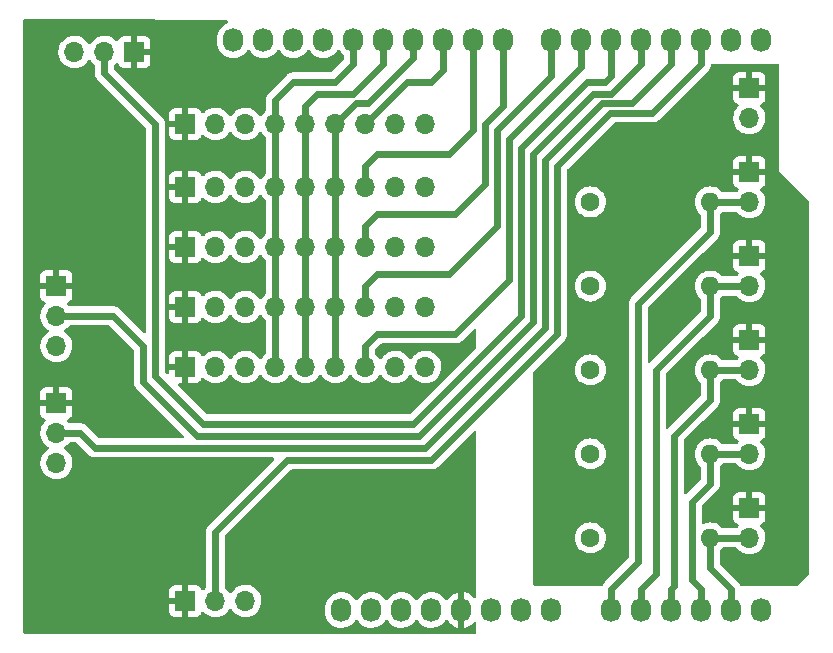
<source format=gbr>
%TF.GenerationSoftware,KiCad,Pcbnew,6.0.1*%
%TF.CreationDate,2022-02-11T14:06:14-07:00*%
%TF.ProjectId,aerogel_shield,6165726f-6765-46c5-9f73-6869656c642e,rev?*%
%TF.SameCoordinates,Original*%
%TF.FileFunction,Copper,L1,Top*%
%TF.FilePolarity,Positive*%
%FSLAX46Y46*%
G04 Gerber Fmt 4.6, Leading zero omitted, Abs format (unit mm)*
G04 Created by KiCad (PCBNEW 6.0.1) date 2022-02-11 14:06:14*
%MOMM*%
%LPD*%
G01*
G04 APERTURE LIST*
%TA.AperFunction,ComponentPad*%
%ADD10R,1.700000X1.700000*%
%TD*%
%TA.AperFunction,ComponentPad*%
%ADD11O,1.700000X1.700000*%
%TD*%
%TA.AperFunction,ComponentPad*%
%ADD12O,1.727200X2.032000*%
%TD*%
%TA.AperFunction,ComponentPad*%
%ADD13C,1.600000*%
%TD*%
%TA.AperFunction,ComponentPad*%
%ADD14O,1.600000X1.600000*%
%TD*%
%TA.AperFunction,Conductor*%
%ADD15C,0.600000*%
%TD*%
G04 APERTURE END LIST*
D10*
%TO.P,P5,1,Pin_1*%
%TO.N,+12V*%
X173482000Y-86746000D03*
D11*
%TO.P,P5,2,Pin_2*%
%TO.N,/A0*%
X173482000Y-89286000D03*
%TD*%
D10*
%TO.P,12V,1,Pin_1*%
%TO.N,+12V*%
X173482000Y-79639000D03*
D11*
%TO.P,12V,2,Pin_2*%
%TO.N,GND*%
X173482000Y-82179000D03*
%TD*%
D12*
%TO.P,Digital,1,Pin_1*%
%TO.N,unconnected-(P1-Pad1)*%
X138938000Y-123825000D03*
%TO.P,Digital,2,Pin_2*%
%TO.N,/IOREF*%
X141478000Y-123825000D03*
%TO.P,Digital,3,Pin_3*%
%TO.N,/Reset*%
X144018000Y-123825000D03*
%TO.P,Digital,4,Pin_4*%
%TO.N,+3V3*%
X146558000Y-123825000D03*
%TO.P,Digital,5,Pin_5*%
%TO.N,+5V*%
X149098000Y-123825000D03*
%TO.P,Digital,6,Pin_6*%
%TO.N,GND*%
X151638000Y-123825000D03*
%TO.P,Digital,7,Pin_7*%
X154178000Y-123825000D03*
%TO.P,Digital,8,Pin_8*%
%TO.N,/Vin*%
X156718000Y-123825000D03*
%TD*%
%TO.P,Analog,1,Pin_1*%
%TO.N,/A0*%
X161798000Y-123825000D03*
%TO.P,Analog,2,Pin_2*%
%TO.N,/A1*%
X164338000Y-123825000D03*
%TO.P,Analog,3,Pin_3*%
%TO.N,/A2*%
X166878000Y-123825000D03*
%TO.P,Analog,4,Pin_4*%
%TO.N,/A3*%
X169418000Y-123825000D03*
%TO.P,Analog,5,Pin_5*%
%TO.N,/A4(SDA)*%
X171958000Y-123825000D03*
%TO.P,Analog,6,Pin_6*%
%TO.N,/A5(SCL)*%
X174498000Y-123825000D03*
%TD*%
%TO.P,Digital,1,Pin_1*%
%TO.N,/A5(SCL)*%
X129794000Y-75565000D03*
%TO.P,Digital,2,Pin_2*%
%TO.N,/A4(SDA)*%
X132334000Y-75565000D03*
%TO.P,Digital,3,Pin_3*%
%TO.N,/AREF*%
X134874000Y-75565000D03*
%TO.P,Digital,4,Pin_4*%
%TO.N,GND*%
X137414000Y-75565000D03*
%TO.P,Digital,5,Pin_5*%
%TO.N,/13(SCK)*%
X139954000Y-75565000D03*
%TO.P,Digital,6,Pin_6*%
%TO.N,/12(MISO)*%
X142494000Y-75565000D03*
%TO.P,Digital,7,Pin_7*%
%TO.N,/11(\u002A\u002A{slash}MOSI)*%
X145034000Y-75565000D03*
%TO.P,Digital,8,Pin_8*%
%TO.N,/10(\u002A\u002A{slash}SS)*%
X147574000Y-75565000D03*
%TO.P,Digital,9,Pin_9*%
%TO.N,/9(\u002A\u002A)*%
X150114000Y-75565000D03*
%TO.P,Digital,10,Pin_10*%
%TO.N,/8*%
X152654000Y-75565000D03*
%TD*%
%TO.P,Digital,1,Pin_1*%
%TO.N,/7*%
X156718000Y-75565000D03*
%TO.P,Digital,2,Pin_2*%
%TO.N,/6(\u002A\u002A)*%
X159258000Y-75565000D03*
%TO.P,Digital,3,Pin_3*%
%TO.N,/5(\u002A\u002A)*%
X161798000Y-75565000D03*
%TO.P,Digital,4,Pin_4*%
%TO.N,/4*%
X164338000Y-75565000D03*
%TO.P,Digital,5,Pin_5*%
%TO.N,/3(\u002A\u002A)*%
X166878000Y-75565000D03*
%TO.P,Digital,6,Pin_6*%
%TO.N,/2*%
X169418000Y-75565000D03*
%TO.P,Digital,7,Pin_7*%
%TO.N,/1(Tx)*%
X171958000Y-75565000D03*
%TO.P,Digital,8,Pin_8*%
%TO.N,/0(Rx)*%
X174498000Y-75565000D03*
%TD*%
D10*
%TO.P,T3,1,Pin_1*%
%TO.N,+5V*%
X125730000Y-93091000D03*
D11*
%TO.P,T3,2,Pin_2*%
%TO.N,unconnected-(J8-Pad2)*%
X128270000Y-93091000D03*
%TO.P,T3,3,Pin_3*%
%TO.N,GND*%
X130810000Y-93091000D03*
%TO.P,T3,4,Pin_4*%
%TO.N,/13(SCK)*%
X133350000Y-93091000D03*
%TO.P,T3,5,Pin_5*%
%TO.N,/12(MISO)*%
X135890000Y-93091000D03*
%TO.P,T3,6,Pin_6*%
%TO.N,/11(\u002A\u002A{slash}MOSI)*%
X138430000Y-93091000D03*
%TO.P,T3,7,Pin_7*%
%TO.N,/8*%
X140970000Y-93091000D03*
%TO.P,T3,8,Pin_8*%
%TO.N,unconnected-(J8-Pad8)*%
X143510000Y-93091000D03*
%TO.P,T3,9,Pin_9*%
%TO.N,unconnected-(J8-Pad9)*%
X146050000Y-93091000D03*
%TD*%
D10*
%TO.P,Y1,1,Pin_1*%
%TO.N,+5V*%
X121412000Y-76581000D03*
D11*
%TO.P,Y1,2,Pin_2*%
%TO.N,/5(\u002A\u002A)*%
X118872000Y-76581000D03*
%TO.P,Y1,3,Pin_3*%
%TO.N,GND*%
X116332000Y-76581000D03*
%TD*%
D10*
%TO.P,Y4,1,Pin_1*%
%TO.N,+5V*%
X125730000Y-123063000D03*
D11*
%TO.P,Y4,2,Pin_2*%
%TO.N,/2*%
X128270000Y-123063000D03*
%TO.P,Y4,3,Pin_3*%
%TO.N,GND*%
X130810000Y-123063000D03*
%TD*%
D10*
%TO.P,T2,1,Pin_1*%
%TO.N,+5V*%
X125730000Y-88011000D03*
D11*
%TO.P,T2,2,Pin_2*%
%TO.N,unconnected-(J7-Pad2)*%
X128270000Y-88011000D03*
%TO.P,T2,3,Pin_3*%
%TO.N,GND*%
X130810000Y-88011000D03*
%TO.P,T2,4,Pin_4*%
%TO.N,/13(SCK)*%
X133350000Y-88011000D03*
%TO.P,T2,5,Pin_5*%
%TO.N,/12(MISO)*%
X135890000Y-88011000D03*
%TO.P,T2,6,Pin_6*%
%TO.N,/11(\u002A\u002A{slash}MOSI)*%
X138430000Y-88011000D03*
%TO.P,T2,7,Pin_7*%
%TO.N,/9(\u002A\u002A)*%
X140970000Y-88011000D03*
%TO.P,T2,8,Pin_8*%
%TO.N,unconnected-(J7-Pad8)*%
X143510000Y-88011000D03*
%TO.P,T2,9,Pin_9*%
%TO.N,unconnected-(J7-Pad9)*%
X146050000Y-88011000D03*
%TD*%
D10*
%TO.P,P4,1,Pin_1*%
%TO.N,+12V*%
X173482000Y-93858000D03*
D11*
%TO.P,P4,2,Pin_2*%
%TO.N,/A1*%
X173482000Y-96398000D03*
%TD*%
D10*
%TO.P,T4,1,Pin_1*%
%TO.N,+5V*%
X125730000Y-98171000D03*
D11*
%TO.P,T4,2,Pin_2*%
%TO.N,unconnected-(J10-Pad2)*%
X128270000Y-98171000D03*
%TO.P,T4,3,Pin_3*%
%TO.N,GND*%
X130810000Y-98171000D03*
%TO.P,T4,4,Pin_4*%
%TO.N,/13(SCK)*%
X133350000Y-98171000D03*
%TO.P,T4,5,Pin_5*%
%TO.N,/12(MISO)*%
X135890000Y-98171000D03*
%TO.P,T4,6,Pin_6*%
%TO.N,/11(\u002A\u002A{slash}MOSI)*%
X138430000Y-98171000D03*
%TO.P,T4,7,Pin_7*%
%TO.N,/7*%
X140970000Y-98171000D03*
%TO.P,T4,8,Pin_8*%
%TO.N,unconnected-(J10-Pad8)*%
X143510000Y-98171000D03*
%TO.P,T4,9,Pin_9*%
%TO.N,unconnected-(J10-Pad9)*%
X146050000Y-98171000D03*
%TD*%
D10*
%TO.P,P2,1,Pin_1*%
%TO.N,+12V*%
X173482000Y-108077000D03*
D11*
%TO.P,P2,2,Pin_2*%
%TO.N,/A3*%
X173482000Y-110617000D03*
%TD*%
D10*
%TO.P,Y3,1,Pin_1*%
%TO.N,+5V*%
X114808000Y-106299000D03*
D11*
%TO.P,Y3,2,Pin_2*%
%TO.N,/3(\u002A\u002A)*%
X114808000Y-108839000D03*
%TO.P,Y3,3,Pin_3*%
%TO.N,GND*%
X114808000Y-111379000D03*
%TD*%
D10*
%TO.P,P1,1,Pin_1*%
%TO.N,+12V*%
X173482000Y-115189000D03*
D11*
%TO.P,P1,2,Pin_2*%
%TO.N,/A4(SDA)*%
X173482000Y-117729000D03*
%TD*%
D13*
%TO.P,R5,1*%
%TO.N,GND*%
X160020000Y-117729000D03*
D14*
%TO.P,R5,2*%
%TO.N,/A4(SDA)*%
X170180000Y-117729000D03*
%TD*%
D10*
%TO.P,Y2,1,Pin_1*%
%TO.N,+5V*%
X114808000Y-96393000D03*
D11*
%TO.P,Y2,2,Pin_2*%
%TO.N,/4*%
X114808000Y-98933000D03*
%TO.P,Y2,3,Pin_3*%
%TO.N,GND*%
X114808000Y-101473000D03*
%TD*%
D10*
%TO.P,P3,1,Pin_1*%
%TO.N,+12V*%
X173482000Y-100965000D03*
D11*
%TO.P,P3,2,Pin_2*%
%TO.N,/A2*%
X173482000Y-103505000D03*
%TD*%
D13*
%TO.P,R4,1*%
%TO.N,GND*%
X160020000Y-110617000D03*
D14*
%TO.P,R4,2*%
%TO.N,/A3*%
X170180000Y-110617000D03*
%TD*%
D13*
%TO.P,R3,1*%
%TO.N,GND*%
X160020000Y-103505000D03*
D14*
%TO.P,R3,2*%
%TO.N,/A2*%
X170180000Y-103505000D03*
%TD*%
D13*
%TO.P,R2,1*%
%TO.N,GND*%
X160020000Y-96403000D03*
D14*
%TO.P,R2,2*%
%TO.N,/A1*%
X170180000Y-96403000D03*
%TD*%
D10*
%TO.P,T1,1,Pin_1*%
%TO.N,+5V*%
X125730000Y-82677000D03*
D11*
%TO.P,T1,2,Pin_2*%
%TO.N,unconnected-(J4-Pad2)*%
X128270000Y-82677000D03*
%TO.P,T1,3,Pin_3*%
%TO.N,GND*%
X130810000Y-82677000D03*
%TO.P,T1,4,Pin_4*%
%TO.N,/13(SCK)*%
X133350000Y-82677000D03*
%TO.P,T1,5,Pin_5*%
%TO.N,/12(MISO)*%
X135890000Y-82677000D03*
%TO.P,T1,6,Pin_6*%
%TO.N,/11(\u002A\u002A{slash}MOSI)*%
X138430000Y-82677000D03*
%TO.P,T1,7,Pin_7*%
%TO.N,/10(\u002A\u002A{slash}SS)*%
X140970000Y-82677000D03*
%TO.P,T1,8,Pin_8*%
%TO.N,unconnected-(J4-Pad8)*%
X143510000Y-82677000D03*
%TO.P,T1,9,Pin_9*%
%TO.N,unconnected-(J4-Pad9)*%
X146050000Y-82677000D03*
%TD*%
D13*
%TO.P,R1,1*%
%TO.N,GND*%
X160020000Y-89286000D03*
D14*
%TO.P,R1,2*%
%TO.N,/A0*%
X170180000Y-89286000D03*
%TD*%
D10*
%TO.P,T5,1,Pin_1*%
%TO.N,+5V*%
X125730000Y-103251000D03*
D11*
%TO.P,T5,2,Pin_2*%
%TO.N,unconnected-(J11-Pad2)*%
X128270000Y-103251000D03*
%TO.P,T5,3,Pin_3*%
%TO.N,GND*%
X130810000Y-103251000D03*
%TO.P,T5,4,Pin_4*%
%TO.N,/13(SCK)*%
X133350000Y-103251000D03*
%TO.P,T5,5,Pin_5*%
%TO.N,/12(MISO)*%
X135890000Y-103251000D03*
%TO.P,T5,6,Pin_6*%
%TO.N,/11(\u002A\u002A{slash}MOSI)*%
X138430000Y-103251000D03*
%TO.P,T5,7,Pin_7*%
%TO.N,/6(\u002A\u002A)*%
X140970000Y-103251000D03*
%TO.P,T5,8,Pin_8*%
%TO.N,unconnected-(J11-Pad8)*%
X143510000Y-103251000D03*
%TO.P,T5,9,Pin_9*%
%TO.N,unconnected-(J11-Pad9)*%
X146050000Y-103251000D03*
%TD*%
D15*
%TO.N,/2*%
X169418000Y-75565000D02*
X169418000Y-77597000D01*
X169418000Y-77597000D02*
X165278960Y-81736040D01*
X165278960Y-81736040D02*
X161722960Y-81736040D01*
X161722960Y-81736040D02*
X157226000Y-86233000D01*
X157226000Y-100457000D02*
X146558000Y-111125000D01*
X146558000Y-111125000D02*
X134366000Y-111125000D01*
X157226000Y-86233000D02*
X157226000Y-100457000D01*
X134366000Y-111125000D02*
X128270000Y-117221000D01*
X128270000Y-117221000D02*
X128270000Y-123063000D01*
%TO.N,/5(\u002A\u002A)*%
X118872000Y-76581000D02*
X118872000Y-78359000D01*
X145034000Y-108077000D02*
X154178000Y-98933000D01*
X118872000Y-78359000D02*
X123190000Y-82677000D01*
X123190000Y-82677000D02*
X123190000Y-104013000D01*
X159766000Y-79121000D02*
X161290000Y-79121000D01*
X161290000Y-79121000D02*
X161798000Y-78613000D01*
X161798000Y-78613000D02*
X161798000Y-75565000D01*
X123190000Y-104013000D02*
X127254000Y-108077000D01*
X127254000Y-108077000D02*
X145034000Y-108077000D01*
X154178000Y-98933000D02*
X154178000Y-84709000D01*
X154178000Y-84709000D02*
X159766000Y-79121000D01*
%TO.N,/4*%
X114808000Y-98933000D02*
X119634000Y-98933000D01*
X119634000Y-98933000D02*
X122174000Y-101473000D01*
X160274000Y-80137000D02*
X161798000Y-80137000D01*
X122174000Y-101473000D02*
X122174000Y-104521000D01*
X122174000Y-104521000D02*
X126746000Y-109093000D01*
X161798000Y-80137000D02*
X164338000Y-77597000D01*
X126746000Y-109093000D02*
X145542000Y-109093000D01*
X145542000Y-109093000D02*
X155194000Y-99441000D01*
X155194000Y-99441000D02*
X155194000Y-85217000D01*
X155194000Y-85217000D02*
X160274000Y-80137000D01*
X164338000Y-77597000D02*
X164338000Y-75565000D01*
%TO.N,/3(\u002A\u002A)*%
X114808000Y-108839000D02*
X116840000Y-108839000D01*
X156210000Y-99949000D02*
X156210000Y-85725000D01*
X156210000Y-85725000D02*
X160998480Y-80936520D01*
X116840000Y-108839000D02*
X118110000Y-110109000D01*
X118110000Y-110109000D02*
X146050000Y-110109000D01*
X146050000Y-110109000D02*
X156210000Y-99949000D01*
X160998480Y-80936520D02*
X163538480Y-80936520D01*
X163538480Y-80936520D02*
X166878000Y-77597000D01*
X166878000Y-77597000D02*
X166878000Y-75565000D01*
%TO.N,/6(\u002A\u002A)*%
X140970000Y-103251000D02*
X140970000Y-101473000D01*
X140970000Y-101473000D02*
X141986000Y-100457000D01*
X141986000Y-100457000D02*
X148590000Y-100457000D01*
X148590000Y-100457000D02*
X153162000Y-95885000D01*
X153162000Y-83947000D02*
X159258000Y-77851000D01*
X153162000Y-95885000D02*
X153162000Y-83947000D01*
X159258000Y-77851000D02*
X159258000Y-75565000D01*
%TO.N,/7*%
X140970000Y-98171000D02*
X140970000Y-96393000D01*
X140970000Y-96393000D02*
X141986000Y-95377000D01*
X141986000Y-95377000D02*
X148082000Y-95377000D01*
X148082000Y-95377000D02*
X152146000Y-91313000D01*
X152146000Y-91313000D02*
X152146000Y-83185000D01*
X152146000Y-83185000D02*
X156718000Y-78613000D01*
X156718000Y-78613000D02*
X156718000Y-75565000D01*
%TO.N,/8*%
X140970000Y-93091000D02*
X140970000Y-91313000D01*
X140970000Y-91313000D02*
X141986000Y-90297000D01*
X141986000Y-90297000D02*
X148590000Y-90297000D01*
X148590000Y-90297000D02*
X151130000Y-87757000D01*
X151130000Y-87757000D02*
X151130000Y-82677000D01*
X151130000Y-82677000D02*
X152654000Y-81153000D01*
X152654000Y-81153000D02*
X152654000Y-75565000D01*
%TO.N,/9(\u002A\u002A)*%
X140970000Y-88011000D02*
X140970000Y-86233000D01*
X140970000Y-86233000D02*
X141986000Y-85217000D01*
X141986000Y-85217000D02*
X148082000Y-85217000D01*
X148082000Y-85217000D02*
X150114000Y-83185000D01*
X150114000Y-83185000D02*
X150114000Y-75565000D01*
%TO.N,/11(\u002A\u002A{slash}MOSI)*%
X145034000Y-75565000D02*
X145034000Y-77089000D01*
X145034000Y-77089000D02*
X141186480Y-80936520D01*
X141186480Y-80936520D02*
X140170480Y-80936520D01*
X140170480Y-80936520D02*
X138430000Y-82677000D01*
%TO.N,/10(\u002A\u002A{slash}SS)*%
X144526000Y-79121000D02*
X146558000Y-79121000D01*
X146558000Y-79121000D02*
X147574000Y-78105000D01*
X140970000Y-82677000D02*
X144526000Y-79121000D01*
X147574000Y-78105000D02*
X147574000Y-75565000D01*
%TO.N,/11(\u002A\u002A{slash}MOSI)*%
X138430000Y-88011000D02*
X138430000Y-82677000D01*
X138430000Y-93091000D02*
X138430000Y-88011000D01*
X138430000Y-98171000D02*
X138430000Y-93091000D01*
X138430000Y-103251000D02*
X138430000Y-98171000D01*
%TO.N,/12(MISO)*%
X135890000Y-98171000D02*
X135890000Y-103251000D01*
X135890000Y-93091000D02*
X135890000Y-98171000D01*
X135890000Y-88011000D02*
X135890000Y-93091000D01*
X135890000Y-82677000D02*
X135890000Y-88011000D01*
%TO.N,/13(SCK)*%
X133350000Y-88011000D02*
X133350000Y-82677000D01*
X133350000Y-93091000D02*
X133350000Y-88011000D01*
X133350000Y-98171000D02*
X133350000Y-93091000D01*
X133350000Y-103251000D02*
X133350000Y-98171000D01*
%TO.N,/12(MISO)*%
X142494000Y-75565000D02*
X142494000Y-77597000D01*
X142494000Y-77597000D02*
X139954000Y-80137000D01*
X136906000Y-80137000D02*
X135890000Y-81153000D01*
X135890000Y-81153000D02*
X135890000Y-82677000D01*
X139954000Y-80137000D02*
X136906000Y-80137000D01*
%TO.N,/13(SCK)*%
X138430000Y-79121000D02*
X134874000Y-79121000D01*
X139954000Y-77597000D02*
X138430000Y-79121000D01*
X139954000Y-75565000D02*
X139954000Y-77597000D01*
X133350000Y-80645000D02*
X133350000Y-82677000D01*
X134874000Y-79121000D02*
X133350000Y-80645000D01*
%TO.N,/A0*%
X161798000Y-122047000D02*
X161798000Y-123825000D01*
X170180000Y-91821000D02*
X164084000Y-97917000D01*
X170180000Y-89286000D02*
X170180000Y-91821000D01*
X173482000Y-89286000D02*
X170180000Y-89286000D01*
X164084000Y-97917000D02*
X164084000Y-119761000D01*
X164084000Y-119761000D02*
X161798000Y-122047000D01*
%TO.N,/A1*%
X170180000Y-98933000D02*
X165608000Y-103505000D01*
X165608000Y-120777000D02*
X164338000Y-122047000D01*
X165608000Y-103505000D02*
X165608000Y-120777000D01*
X170180000Y-96403000D02*
X170180000Y-98933000D01*
X164338000Y-122047000D02*
X164338000Y-123825000D01*
X170185000Y-96398000D02*
X170180000Y-96403000D01*
X173482000Y-96398000D02*
X170185000Y-96398000D01*
%TO.N,/A2*%
X167132000Y-121793000D02*
X166878000Y-122047000D01*
X170180000Y-106045000D02*
X167132000Y-109093000D01*
X170180000Y-103505000D02*
X170180000Y-106045000D01*
X173482000Y-103505000D02*
X170180000Y-103505000D01*
X166878000Y-122047000D02*
X166878000Y-123825000D01*
X167132000Y-109093000D02*
X167132000Y-121793000D01*
%TO.N,/A3*%
X168656000Y-121285000D02*
X168656000Y-114649250D01*
X168656000Y-114649250D02*
X170180000Y-113125250D01*
X169418000Y-122047000D02*
X168656000Y-121285000D01*
X170180000Y-113125250D02*
X170180000Y-110617000D01*
X173482000Y-110617000D02*
X170180000Y-110617000D01*
X169418000Y-123825000D02*
X169418000Y-122047000D01*
%TO.N,/A4(SDA)*%
X170180000Y-120269000D02*
X170180000Y-117729000D01*
X171958000Y-122047000D02*
X170180000Y-120269000D01*
X171958000Y-123825000D02*
X171958000Y-122047000D01*
X173482000Y-117729000D02*
X170180000Y-117729000D01*
%TO.N,+12V*%
X173482000Y-86746000D02*
X173482000Y-86751000D01*
%TD*%
%TA.AperFunction,Conductor*%
%TO.N,+5V*%
G36*
X117266036Y-73821782D02*
G01*
X129224843Y-73900979D01*
X129292830Y-73921431D01*
X129338967Y-73975394D01*
X129348605Y-74045733D01*
X129318685Y-74110117D01*
X129270292Y-74144168D01*
X129181710Y-74179150D01*
X128982641Y-74299949D01*
X128806770Y-74452561D01*
X128803387Y-74456687D01*
X128803383Y-74456691D01*
X128730262Y-74545869D01*
X128659128Y-74632624D01*
X128656489Y-74637260D01*
X128656487Y-74637263D01*
X128560597Y-74805719D01*
X128543935Y-74834989D01*
X128542114Y-74840005D01*
X128542112Y-74840010D01*
X128500302Y-74955194D01*
X128464485Y-75053869D01*
X128423050Y-75283007D01*
X128421900Y-75307394D01*
X128421900Y-75775868D01*
X128422125Y-75778517D01*
X128435559Y-75936840D01*
X128436626Y-75949420D01*
X128437964Y-75954577D01*
X128437965Y-75954580D01*
X128486533Y-76141702D01*
X128495125Y-76174806D01*
X128590762Y-76387113D01*
X128720804Y-76580272D01*
X128881532Y-76748758D01*
X129068350Y-76887754D01*
X129073102Y-76890170D01*
X129196310Y-76952812D01*
X129275916Y-76993286D01*
X129387106Y-77027811D01*
X129493193Y-77060753D01*
X129493199Y-77060754D01*
X129498296Y-77062337D01*
X129622660Y-77078820D01*
X129723848Y-77092232D01*
X129723852Y-77092232D01*
X129729132Y-77092932D01*
X129734462Y-77092732D01*
X129734463Y-77092732D01*
X129845477Y-77088564D01*
X129961822Y-77084197D01*
X130073554Y-77060753D01*
X130184486Y-77037477D01*
X130184489Y-77037476D01*
X130189713Y-77036380D01*
X130406290Y-76950850D01*
X130605359Y-76830051D01*
X130781230Y-76677439D01*
X130784613Y-76673313D01*
X130784617Y-76673309D01*
X130925487Y-76501504D01*
X130928872Y-76497376D01*
X130954845Y-76451748D01*
X131005927Y-76402442D01*
X131075558Y-76388580D01*
X131141629Y-76414563D01*
X131168867Y-76443713D01*
X131260804Y-76580272D01*
X131421532Y-76748758D01*
X131608350Y-76887754D01*
X131613102Y-76890170D01*
X131736310Y-76952812D01*
X131815916Y-76993286D01*
X131927106Y-77027811D01*
X132033193Y-77060753D01*
X132033199Y-77060754D01*
X132038296Y-77062337D01*
X132162660Y-77078820D01*
X132263848Y-77092232D01*
X132263852Y-77092232D01*
X132269132Y-77092932D01*
X132274462Y-77092732D01*
X132274463Y-77092732D01*
X132385477Y-77088564D01*
X132501822Y-77084197D01*
X132613554Y-77060753D01*
X132724486Y-77037477D01*
X132724489Y-77037476D01*
X132729713Y-77036380D01*
X132946290Y-76950850D01*
X133145359Y-76830051D01*
X133321230Y-76677439D01*
X133324613Y-76673313D01*
X133324617Y-76673309D01*
X133465487Y-76501504D01*
X133468872Y-76497376D01*
X133494845Y-76451748D01*
X133545927Y-76402442D01*
X133615558Y-76388580D01*
X133681629Y-76414563D01*
X133708867Y-76443713D01*
X133800804Y-76580272D01*
X133961532Y-76748758D01*
X134148350Y-76887754D01*
X134153102Y-76890170D01*
X134276310Y-76952812D01*
X134355916Y-76993286D01*
X134467106Y-77027811D01*
X134573193Y-77060753D01*
X134573199Y-77060754D01*
X134578296Y-77062337D01*
X134702660Y-77078820D01*
X134803848Y-77092232D01*
X134803852Y-77092232D01*
X134809132Y-77092932D01*
X134814462Y-77092732D01*
X134814463Y-77092732D01*
X134925477Y-77088564D01*
X135041822Y-77084197D01*
X135153554Y-77060753D01*
X135264486Y-77037477D01*
X135264489Y-77037476D01*
X135269713Y-77036380D01*
X135486290Y-76950850D01*
X135685359Y-76830051D01*
X135861230Y-76677439D01*
X135864613Y-76673313D01*
X135864617Y-76673309D01*
X136005487Y-76501504D01*
X136008872Y-76497376D01*
X136034845Y-76451748D01*
X136085927Y-76402442D01*
X136155558Y-76388580D01*
X136221629Y-76414563D01*
X136248867Y-76443713D01*
X136340804Y-76580272D01*
X136501532Y-76748758D01*
X136688350Y-76887754D01*
X136693102Y-76890170D01*
X136816310Y-76952812D01*
X136895916Y-76993286D01*
X137007106Y-77027811D01*
X137113193Y-77060753D01*
X137113199Y-77060754D01*
X137118296Y-77062337D01*
X137242660Y-77078820D01*
X137343848Y-77092232D01*
X137343852Y-77092232D01*
X137349132Y-77092932D01*
X137354462Y-77092732D01*
X137354463Y-77092732D01*
X137465477Y-77088564D01*
X137581822Y-77084197D01*
X137693554Y-77060753D01*
X137804486Y-77037477D01*
X137804489Y-77037476D01*
X137809713Y-77036380D01*
X138026290Y-76950850D01*
X138225359Y-76830051D01*
X138401230Y-76677439D01*
X138404613Y-76673313D01*
X138404617Y-76673309D01*
X138545487Y-76501504D01*
X138548872Y-76497376D01*
X138574845Y-76451748D01*
X138625927Y-76402442D01*
X138695558Y-76388580D01*
X138761629Y-76414563D01*
X138788867Y-76443713D01*
X138880804Y-76580272D01*
X139041532Y-76748758D01*
X139045816Y-76751945D01*
X139045818Y-76751947D01*
X139094713Y-76788326D01*
X139137426Y-76845036D01*
X139145500Y-76889415D01*
X139145500Y-77209919D01*
X139125498Y-77278040D01*
X139108599Y-77299010D01*
X138132011Y-78275597D01*
X138069701Y-78309621D01*
X138042918Y-78312500D01*
X134883164Y-78312500D01*
X134881845Y-78312493D01*
X134791779Y-78311550D01*
X134784893Y-78313039D01*
X134784891Y-78313039D01*
X134766313Y-78317056D01*
X134749414Y-78320710D01*
X134736835Y-78322770D01*
X134700741Y-78326818D01*
X134700738Y-78326819D01*
X134693745Y-78327603D01*
X134662068Y-78338634D01*
X134647258Y-78342796D01*
X134621378Y-78348391D01*
X134621374Y-78348392D01*
X134614489Y-78349881D01*
X134608105Y-78352858D01*
X134608099Y-78352860D01*
X134575193Y-78368204D01*
X134563384Y-78372999D01*
X134522448Y-78387255D01*
X134516476Y-78390987D01*
X134516469Y-78390990D01*
X134494005Y-78405027D01*
X134480488Y-78412366D01*
X134456481Y-78423561D01*
X134456477Y-78423563D01*
X134450098Y-78426538D01*
X134440254Y-78434174D01*
X134415844Y-78453108D01*
X134405395Y-78460397D01*
X134368624Y-78483374D01*
X134363625Y-78488339D01*
X134363623Y-78488340D01*
X134339815Y-78511983D01*
X134339192Y-78512566D01*
X134338530Y-78513079D01*
X134312681Y-78538928D01*
X134239918Y-78611185D01*
X134239259Y-78612223D01*
X134238153Y-78613456D01*
X132784843Y-80066765D01*
X132783906Y-80067693D01*
X132719493Y-80130771D01*
X132696002Y-80167221D01*
X132688583Y-80177546D01*
X132661524Y-80211443D01*
X132658459Y-80217784D01*
X132658458Y-80217785D01*
X132646928Y-80241637D01*
X132639399Y-80255054D01*
X132621235Y-80283238D01*
X132618827Y-80289855D01*
X132618824Y-80289860D01*
X132606408Y-80323973D01*
X132601447Y-80335716D01*
X132585646Y-80368403D01*
X132585644Y-80368408D01*
X132582579Y-80374749D01*
X132580996Y-80381607D01*
X132580995Y-80381609D01*
X132575035Y-80407426D01*
X132570668Y-80422169D01*
X132559197Y-80453685D01*
X132558314Y-80460675D01*
X132558312Y-80460683D01*
X132553762Y-80496701D01*
X132551526Y-80509253D01*
X132541776Y-80551485D01*
X132541751Y-80558531D01*
X132541751Y-80558534D01*
X132541634Y-80592056D01*
X132541605Y-80592938D01*
X132541500Y-80593769D01*
X132541500Y-80630419D01*
X132541499Y-80630859D01*
X132541168Y-80725785D01*
X132541143Y-80732870D01*
X132541411Y-80734070D01*
X132541500Y-80735707D01*
X132541500Y-81522195D01*
X132521498Y-81590316D01*
X132491153Y-81622955D01*
X132449106Y-81654525D01*
X132449100Y-81654531D01*
X132444965Y-81657635D01*
X132441393Y-81661373D01*
X132441391Y-81661375D01*
X132363899Y-81742466D01*
X132290629Y-81819138D01*
X132183201Y-81976621D01*
X132128293Y-82021621D01*
X132057768Y-82029792D01*
X131994021Y-81998538D01*
X131973324Y-81974054D01*
X131892822Y-81849617D01*
X131892820Y-81849614D01*
X131890014Y-81845277D01*
X131739670Y-81680051D01*
X131735619Y-81676852D01*
X131735615Y-81676848D01*
X131568414Y-81544800D01*
X131568410Y-81544798D01*
X131564359Y-81541598D01*
X131531229Y-81523309D01*
X131436970Y-81471276D01*
X131368789Y-81433638D01*
X131363920Y-81431914D01*
X131363916Y-81431912D01*
X131163087Y-81360795D01*
X131163083Y-81360794D01*
X131158212Y-81359069D01*
X131153119Y-81358162D01*
X131153116Y-81358161D01*
X130943373Y-81320800D01*
X130943367Y-81320799D01*
X130938284Y-81319894D01*
X130864452Y-81318992D01*
X130720081Y-81317228D01*
X130720079Y-81317228D01*
X130714911Y-81317165D01*
X130494091Y-81350955D01*
X130281756Y-81420357D01*
X130083607Y-81523507D01*
X130079474Y-81526610D01*
X130079471Y-81526612D01*
X129952172Y-81622191D01*
X129904965Y-81657635D01*
X129750629Y-81819138D01*
X129643201Y-81976621D01*
X129588293Y-82021621D01*
X129517768Y-82029792D01*
X129454021Y-81998538D01*
X129433324Y-81974054D01*
X129352822Y-81849617D01*
X129352820Y-81849614D01*
X129350014Y-81845277D01*
X129199670Y-81680051D01*
X129195619Y-81676852D01*
X129195615Y-81676848D01*
X129028414Y-81544800D01*
X129028410Y-81544798D01*
X129024359Y-81541598D01*
X128991229Y-81523309D01*
X128896970Y-81471276D01*
X128828789Y-81433638D01*
X128823920Y-81431914D01*
X128823916Y-81431912D01*
X128623087Y-81360795D01*
X128623083Y-81360794D01*
X128618212Y-81359069D01*
X128613119Y-81358162D01*
X128613116Y-81358161D01*
X128403373Y-81320800D01*
X128403367Y-81320799D01*
X128398284Y-81319894D01*
X128324452Y-81318992D01*
X128180081Y-81317228D01*
X128180079Y-81317228D01*
X128174911Y-81317165D01*
X127954091Y-81350955D01*
X127741756Y-81420357D01*
X127543607Y-81523507D01*
X127539474Y-81526610D01*
X127539471Y-81526612D01*
X127412172Y-81622191D01*
X127364965Y-81657635D01*
X127361393Y-81661373D01*
X127283898Y-81742466D01*
X127222374Y-81777895D01*
X127151462Y-81774438D01*
X127093676Y-81733192D01*
X127074823Y-81699644D01*
X127033324Y-81588946D01*
X127024786Y-81573351D01*
X126948285Y-81471276D01*
X126935724Y-81458715D01*
X126833649Y-81382214D01*
X126818054Y-81373676D01*
X126697606Y-81328522D01*
X126682351Y-81324895D01*
X126631486Y-81319369D01*
X126624672Y-81319000D01*
X126002115Y-81319000D01*
X125986876Y-81323475D01*
X125985671Y-81324865D01*
X125984000Y-81332548D01*
X125984000Y-84016884D01*
X125988475Y-84032123D01*
X125989865Y-84033328D01*
X125997548Y-84034999D01*
X126624669Y-84034999D01*
X126631490Y-84034629D01*
X126682352Y-84029105D01*
X126697604Y-84025479D01*
X126818054Y-83980324D01*
X126833649Y-83971786D01*
X126935724Y-83895285D01*
X126948285Y-83882724D01*
X127024786Y-83780649D01*
X127033324Y-83765054D01*
X127074225Y-83655952D01*
X127116867Y-83599188D01*
X127183428Y-83574488D01*
X127252777Y-83589696D01*
X127287444Y-83617684D01*
X127312865Y-83647031D01*
X127312869Y-83647035D01*
X127316250Y-83650938D01*
X127488126Y-83793632D01*
X127681000Y-83906338D01*
X127889692Y-83986030D01*
X127894760Y-83987061D01*
X127894763Y-83987062D01*
X128002017Y-84008883D01*
X128108597Y-84030567D01*
X128113772Y-84030757D01*
X128113774Y-84030757D01*
X128326673Y-84038564D01*
X128326677Y-84038564D01*
X128331837Y-84038753D01*
X128336957Y-84038097D01*
X128336959Y-84038097D01*
X128548288Y-84011025D01*
X128548289Y-84011025D01*
X128553416Y-84010368D01*
X128558366Y-84008883D01*
X128762429Y-83947661D01*
X128762434Y-83947659D01*
X128767384Y-83946174D01*
X128967994Y-83847896D01*
X129149860Y-83718173D01*
X129308096Y-83560489D01*
X129438453Y-83379077D01*
X129439776Y-83380028D01*
X129486645Y-83336857D01*
X129556580Y-83324625D01*
X129622026Y-83352144D01*
X129649875Y-83383994D01*
X129709987Y-83482088D01*
X129856250Y-83650938D01*
X130028126Y-83793632D01*
X130221000Y-83906338D01*
X130429692Y-83986030D01*
X130434760Y-83987061D01*
X130434763Y-83987062D01*
X130542017Y-84008883D01*
X130648597Y-84030567D01*
X130653772Y-84030757D01*
X130653774Y-84030757D01*
X130866673Y-84038564D01*
X130866677Y-84038564D01*
X130871837Y-84038753D01*
X130876957Y-84038097D01*
X130876959Y-84038097D01*
X131088288Y-84011025D01*
X131088289Y-84011025D01*
X131093416Y-84010368D01*
X131098366Y-84008883D01*
X131302429Y-83947661D01*
X131302434Y-83947659D01*
X131307384Y-83946174D01*
X131507994Y-83847896D01*
X131689860Y-83718173D01*
X131848096Y-83560489D01*
X131978453Y-83379077D01*
X131979776Y-83380028D01*
X132026645Y-83336857D01*
X132096580Y-83324625D01*
X132162026Y-83352144D01*
X132189875Y-83383994D01*
X132249987Y-83482088D01*
X132396250Y-83650938D01*
X132400225Y-83654238D01*
X132400228Y-83654241D01*
X132495985Y-83733740D01*
X132535620Y-83792643D01*
X132541500Y-83830684D01*
X132541500Y-86856195D01*
X132521498Y-86924316D01*
X132491153Y-86956955D01*
X132449106Y-86988525D01*
X132449100Y-86988531D01*
X132444965Y-86991635D01*
X132441393Y-86995373D01*
X132441391Y-86995375D01*
X132363899Y-87076466D01*
X132290629Y-87153138D01*
X132183201Y-87310621D01*
X132128293Y-87355621D01*
X132057768Y-87363792D01*
X131994021Y-87332538D01*
X131973324Y-87308054D01*
X131892822Y-87183617D01*
X131892820Y-87183614D01*
X131890014Y-87179277D01*
X131739670Y-87014051D01*
X131735619Y-87010852D01*
X131735615Y-87010848D01*
X131568414Y-86878800D01*
X131568410Y-86878798D01*
X131564359Y-86875598D01*
X131531229Y-86857309D01*
X131436970Y-86805276D01*
X131368789Y-86767638D01*
X131363920Y-86765914D01*
X131363916Y-86765912D01*
X131163087Y-86694795D01*
X131163083Y-86694794D01*
X131158212Y-86693069D01*
X131153119Y-86692162D01*
X131153116Y-86692161D01*
X130943373Y-86654800D01*
X130943367Y-86654799D01*
X130938284Y-86653894D01*
X130864452Y-86652992D01*
X130720081Y-86651228D01*
X130720079Y-86651228D01*
X130714911Y-86651165D01*
X130494091Y-86684955D01*
X130281756Y-86754357D01*
X130083607Y-86857507D01*
X130079474Y-86860610D01*
X130079471Y-86860612D01*
X129952172Y-86956191D01*
X129904965Y-86991635D01*
X129750629Y-87153138D01*
X129643201Y-87310621D01*
X129588293Y-87355621D01*
X129517768Y-87363792D01*
X129454021Y-87332538D01*
X129433324Y-87308054D01*
X129352822Y-87183617D01*
X129352820Y-87183614D01*
X129350014Y-87179277D01*
X129199670Y-87014051D01*
X129195619Y-87010852D01*
X129195615Y-87010848D01*
X129028414Y-86878800D01*
X129028410Y-86878798D01*
X129024359Y-86875598D01*
X128991229Y-86857309D01*
X128896970Y-86805276D01*
X128828789Y-86767638D01*
X128823920Y-86765914D01*
X128823916Y-86765912D01*
X128623087Y-86694795D01*
X128623083Y-86694794D01*
X128618212Y-86693069D01*
X128613119Y-86692162D01*
X128613116Y-86692161D01*
X128403373Y-86654800D01*
X128403367Y-86654799D01*
X128398284Y-86653894D01*
X128324452Y-86652992D01*
X128180081Y-86651228D01*
X128180079Y-86651228D01*
X128174911Y-86651165D01*
X127954091Y-86684955D01*
X127741756Y-86754357D01*
X127543607Y-86857507D01*
X127539474Y-86860610D01*
X127539471Y-86860612D01*
X127412172Y-86956191D01*
X127364965Y-86991635D01*
X127361393Y-86995373D01*
X127283898Y-87076466D01*
X127222374Y-87111895D01*
X127151462Y-87108438D01*
X127093676Y-87067192D01*
X127074823Y-87033644D01*
X127033324Y-86922946D01*
X127024786Y-86907351D01*
X126948285Y-86805276D01*
X126935724Y-86792715D01*
X126833649Y-86716214D01*
X126818054Y-86707676D01*
X126697606Y-86662522D01*
X126682351Y-86658895D01*
X126631486Y-86653369D01*
X126624672Y-86653000D01*
X126002115Y-86653000D01*
X125986876Y-86657475D01*
X125985671Y-86658865D01*
X125984000Y-86666548D01*
X125984000Y-89350884D01*
X125988475Y-89366123D01*
X125989865Y-89367328D01*
X125997548Y-89368999D01*
X126624669Y-89368999D01*
X126631490Y-89368629D01*
X126682352Y-89363105D01*
X126697604Y-89359479D01*
X126818054Y-89314324D01*
X126833649Y-89305786D01*
X126935724Y-89229285D01*
X126948285Y-89216724D01*
X127024786Y-89114649D01*
X127033324Y-89099054D01*
X127074225Y-88989952D01*
X127116867Y-88933188D01*
X127183428Y-88908488D01*
X127252777Y-88923696D01*
X127287444Y-88951684D01*
X127312865Y-88981031D01*
X127312869Y-88981035D01*
X127316250Y-88984938D01*
X127488126Y-89127632D01*
X127681000Y-89240338D01*
X127685825Y-89242180D01*
X127685826Y-89242181D01*
X127704597Y-89249349D01*
X127889692Y-89320030D01*
X127894760Y-89321061D01*
X127894763Y-89321062D01*
X128002017Y-89342883D01*
X128108597Y-89364567D01*
X128113772Y-89364757D01*
X128113774Y-89364757D01*
X128326673Y-89372564D01*
X128326677Y-89372564D01*
X128331837Y-89372753D01*
X128336957Y-89372097D01*
X128336959Y-89372097D01*
X128548288Y-89345025D01*
X128548289Y-89345025D01*
X128553416Y-89344368D01*
X128558366Y-89342883D01*
X128762429Y-89281661D01*
X128762434Y-89281659D01*
X128767384Y-89280174D01*
X128967994Y-89181896D01*
X129149860Y-89052173D01*
X129308096Y-88894489D01*
X129438453Y-88713077D01*
X129439776Y-88714028D01*
X129486645Y-88670857D01*
X129556580Y-88658625D01*
X129622026Y-88686144D01*
X129649875Y-88717994D01*
X129709987Y-88816088D01*
X129856250Y-88984938D01*
X130028126Y-89127632D01*
X130221000Y-89240338D01*
X130225825Y-89242180D01*
X130225826Y-89242181D01*
X130244597Y-89249349D01*
X130429692Y-89320030D01*
X130434760Y-89321061D01*
X130434763Y-89321062D01*
X130542017Y-89342883D01*
X130648597Y-89364567D01*
X130653772Y-89364757D01*
X130653774Y-89364757D01*
X130866673Y-89372564D01*
X130866677Y-89372564D01*
X130871837Y-89372753D01*
X130876957Y-89372097D01*
X130876959Y-89372097D01*
X131088288Y-89345025D01*
X131088289Y-89345025D01*
X131093416Y-89344368D01*
X131098366Y-89342883D01*
X131302429Y-89281661D01*
X131302434Y-89281659D01*
X131307384Y-89280174D01*
X131507994Y-89181896D01*
X131689860Y-89052173D01*
X131848096Y-88894489D01*
X131978453Y-88713077D01*
X131979776Y-88714028D01*
X132026645Y-88670857D01*
X132096580Y-88658625D01*
X132162026Y-88686144D01*
X132189875Y-88717994D01*
X132249987Y-88816088D01*
X132396250Y-88984938D01*
X132400225Y-88988238D01*
X132400228Y-88988241D01*
X132495985Y-89067740D01*
X132535620Y-89126643D01*
X132541500Y-89164684D01*
X132541500Y-91936195D01*
X132521498Y-92004316D01*
X132491153Y-92036955D01*
X132449106Y-92068525D01*
X132449100Y-92068531D01*
X132444965Y-92071635D01*
X132441393Y-92075373D01*
X132441391Y-92075375D01*
X132363899Y-92156466D01*
X132290629Y-92233138D01*
X132183201Y-92390621D01*
X132128293Y-92435621D01*
X132057768Y-92443792D01*
X131994021Y-92412538D01*
X131973324Y-92388054D01*
X131892822Y-92263617D01*
X131892820Y-92263614D01*
X131890014Y-92259277D01*
X131739670Y-92094051D01*
X131735619Y-92090852D01*
X131735615Y-92090848D01*
X131568414Y-91958800D01*
X131568410Y-91958798D01*
X131564359Y-91955598D01*
X131531229Y-91937309D01*
X131512136Y-91926769D01*
X131368789Y-91847638D01*
X131363920Y-91845914D01*
X131363916Y-91845912D01*
X131163087Y-91774795D01*
X131163083Y-91774794D01*
X131158212Y-91773069D01*
X131153119Y-91772162D01*
X131153116Y-91772161D01*
X130943373Y-91734800D01*
X130943367Y-91734799D01*
X130938284Y-91733894D01*
X130864452Y-91732992D01*
X130720081Y-91731228D01*
X130720079Y-91731228D01*
X130714911Y-91731165D01*
X130494091Y-91764955D01*
X130281756Y-91834357D01*
X130083607Y-91937507D01*
X130079474Y-91940610D01*
X130079471Y-91940612D01*
X129952172Y-92036191D01*
X129904965Y-92071635D01*
X129750629Y-92233138D01*
X129643201Y-92390621D01*
X129588293Y-92435621D01*
X129517768Y-92443792D01*
X129454021Y-92412538D01*
X129433324Y-92388054D01*
X129352822Y-92263617D01*
X129352820Y-92263614D01*
X129350014Y-92259277D01*
X129199670Y-92094051D01*
X129195619Y-92090852D01*
X129195615Y-92090848D01*
X129028414Y-91958800D01*
X129028410Y-91958798D01*
X129024359Y-91955598D01*
X128991229Y-91937309D01*
X128972136Y-91926769D01*
X128828789Y-91847638D01*
X128823920Y-91845914D01*
X128823916Y-91845912D01*
X128623087Y-91774795D01*
X128623083Y-91774794D01*
X128618212Y-91773069D01*
X128613119Y-91772162D01*
X128613116Y-91772161D01*
X128403373Y-91734800D01*
X128403367Y-91734799D01*
X128398284Y-91733894D01*
X128324452Y-91732992D01*
X128180081Y-91731228D01*
X128180079Y-91731228D01*
X128174911Y-91731165D01*
X127954091Y-91764955D01*
X127741756Y-91834357D01*
X127543607Y-91937507D01*
X127539474Y-91940610D01*
X127539471Y-91940612D01*
X127412172Y-92036191D01*
X127364965Y-92071635D01*
X127361393Y-92075373D01*
X127283898Y-92156466D01*
X127222374Y-92191895D01*
X127151462Y-92188438D01*
X127093676Y-92147192D01*
X127074823Y-92113644D01*
X127033324Y-92002946D01*
X127024786Y-91987351D01*
X126948285Y-91885276D01*
X126935724Y-91872715D01*
X126833649Y-91796214D01*
X126818054Y-91787676D01*
X126697606Y-91742522D01*
X126682351Y-91738895D01*
X126631486Y-91733369D01*
X126624672Y-91733000D01*
X126002115Y-91733000D01*
X125986876Y-91737475D01*
X125985671Y-91738865D01*
X125984000Y-91746548D01*
X125984000Y-94430884D01*
X125988475Y-94446123D01*
X125989865Y-94447328D01*
X125997548Y-94448999D01*
X126624669Y-94448999D01*
X126631490Y-94448629D01*
X126682352Y-94443105D01*
X126697604Y-94439479D01*
X126818054Y-94394324D01*
X126833649Y-94385786D01*
X126935724Y-94309285D01*
X126948285Y-94296724D01*
X127024786Y-94194649D01*
X127033324Y-94179054D01*
X127074225Y-94069952D01*
X127116867Y-94013188D01*
X127183428Y-93988488D01*
X127252777Y-94003696D01*
X127287444Y-94031684D01*
X127312865Y-94061031D01*
X127312869Y-94061035D01*
X127316250Y-94064938D01*
X127488126Y-94207632D01*
X127681000Y-94320338D01*
X127685825Y-94322180D01*
X127685826Y-94322181D01*
X127704597Y-94329349D01*
X127889692Y-94400030D01*
X127894760Y-94401061D01*
X127894763Y-94401062D01*
X127965537Y-94415461D01*
X128108597Y-94444567D01*
X128113772Y-94444757D01*
X128113774Y-94444757D01*
X128326673Y-94452564D01*
X128326677Y-94452564D01*
X128331837Y-94452753D01*
X128336957Y-94452097D01*
X128336959Y-94452097D01*
X128548288Y-94425025D01*
X128548289Y-94425025D01*
X128553416Y-94424368D01*
X128566222Y-94420526D01*
X128762429Y-94361661D01*
X128762434Y-94361659D01*
X128767384Y-94360174D01*
X128967994Y-94261896D01*
X129149860Y-94132173D01*
X129308096Y-93974489D01*
X129438453Y-93793077D01*
X129439776Y-93794028D01*
X129486645Y-93750857D01*
X129556580Y-93738625D01*
X129622026Y-93766144D01*
X129649875Y-93797994D01*
X129709987Y-93896088D01*
X129856250Y-94064938D01*
X130028126Y-94207632D01*
X130221000Y-94320338D01*
X130225825Y-94322180D01*
X130225826Y-94322181D01*
X130244597Y-94329349D01*
X130429692Y-94400030D01*
X130434760Y-94401061D01*
X130434763Y-94401062D01*
X130505537Y-94415461D01*
X130648597Y-94444567D01*
X130653772Y-94444757D01*
X130653774Y-94444757D01*
X130866673Y-94452564D01*
X130866677Y-94452564D01*
X130871837Y-94452753D01*
X130876957Y-94452097D01*
X130876959Y-94452097D01*
X131088288Y-94425025D01*
X131088289Y-94425025D01*
X131093416Y-94424368D01*
X131106222Y-94420526D01*
X131302429Y-94361661D01*
X131302434Y-94361659D01*
X131307384Y-94360174D01*
X131507994Y-94261896D01*
X131689860Y-94132173D01*
X131848096Y-93974489D01*
X131978453Y-93793077D01*
X131979776Y-93794028D01*
X132026645Y-93750857D01*
X132096580Y-93738625D01*
X132162026Y-93766144D01*
X132189875Y-93797994D01*
X132249987Y-93896088D01*
X132396250Y-94064938D01*
X132400225Y-94068238D01*
X132400228Y-94068241D01*
X132495985Y-94147740D01*
X132535620Y-94206643D01*
X132541500Y-94244684D01*
X132541500Y-97016195D01*
X132521498Y-97084316D01*
X132491153Y-97116955D01*
X132449106Y-97148525D01*
X132449100Y-97148531D01*
X132444965Y-97151635D01*
X132441393Y-97155373D01*
X132441391Y-97155375D01*
X132363899Y-97236466D01*
X132290629Y-97313138D01*
X132183201Y-97470621D01*
X132128293Y-97515621D01*
X132057768Y-97523792D01*
X131994021Y-97492538D01*
X131973324Y-97468054D01*
X131892822Y-97343617D01*
X131892820Y-97343614D01*
X131890014Y-97339277D01*
X131739670Y-97174051D01*
X131735619Y-97170852D01*
X131735615Y-97170848D01*
X131568414Y-97038800D01*
X131568410Y-97038798D01*
X131564359Y-97035598D01*
X131531229Y-97017309D01*
X131436970Y-96965276D01*
X131368789Y-96927638D01*
X131363920Y-96925914D01*
X131363916Y-96925912D01*
X131163087Y-96854795D01*
X131163083Y-96854794D01*
X131158212Y-96853069D01*
X131153119Y-96852162D01*
X131153116Y-96852161D01*
X130943373Y-96814800D01*
X130943367Y-96814799D01*
X130938284Y-96813894D01*
X130864452Y-96812992D01*
X130720081Y-96811228D01*
X130720079Y-96811228D01*
X130714911Y-96811165D01*
X130494091Y-96844955D01*
X130281756Y-96914357D01*
X130083607Y-97017507D01*
X130079474Y-97020610D01*
X130079471Y-97020612D01*
X129952172Y-97116191D01*
X129904965Y-97151635D01*
X129750629Y-97313138D01*
X129643201Y-97470621D01*
X129588293Y-97515621D01*
X129517768Y-97523792D01*
X129454021Y-97492538D01*
X129433324Y-97468054D01*
X129352822Y-97343617D01*
X129352820Y-97343614D01*
X129350014Y-97339277D01*
X129199670Y-97174051D01*
X129195619Y-97170852D01*
X129195615Y-97170848D01*
X129028414Y-97038800D01*
X129028410Y-97038798D01*
X129024359Y-97035598D01*
X128991229Y-97017309D01*
X128896970Y-96965276D01*
X128828789Y-96927638D01*
X128823920Y-96925914D01*
X128823916Y-96925912D01*
X128623087Y-96854795D01*
X128623083Y-96854794D01*
X128618212Y-96853069D01*
X128613119Y-96852162D01*
X128613116Y-96852161D01*
X128403373Y-96814800D01*
X128403367Y-96814799D01*
X128398284Y-96813894D01*
X128324452Y-96812992D01*
X128180081Y-96811228D01*
X128180079Y-96811228D01*
X128174911Y-96811165D01*
X127954091Y-96844955D01*
X127741756Y-96914357D01*
X127543607Y-97017507D01*
X127539474Y-97020610D01*
X127539471Y-97020612D01*
X127412172Y-97116191D01*
X127364965Y-97151635D01*
X127361393Y-97155373D01*
X127283898Y-97236466D01*
X127222374Y-97271895D01*
X127151462Y-97268438D01*
X127093676Y-97227192D01*
X127074823Y-97193644D01*
X127033324Y-97082946D01*
X127024786Y-97067351D01*
X126948285Y-96965276D01*
X126935724Y-96952715D01*
X126833649Y-96876214D01*
X126818054Y-96867676D01*
X126697606Y-96822522D01*
X126682351Y-96818895D01*
X126631486Y-96813369D01*
X126624672Y-96813000D01*
X126002115Y-96813000D01*
X125986876Y-96817475D01*
X125985671Y-96818865D01*
X125984000Y-96826548D01*
X125984000Y-99510884D01*
X125988475Y-99526123D01*
X125989865Y-99527328D01*
X125997548Y-99528999D01*
X126624669Y-99528999D01*
X126631490Y-99528629D01*
X126682352Y-99523105D01*
X126697604Y-99519479D01*
X126818054Y-99474324D01*
X126833649Y-99465786D01*
X126935724Y-99389285D01*
X126948285Y-99376724D01*
X127024786Y-99274649D01*
X127033324Y-99259054D01*
X127074225Y-99149952D01*
X127116867Y-99093188D01*
X127183428Y-99068488D01*
X127252777Y-99083696D01*
X127287444Y-99111684D01*
X127312865Y-99141031D01*
X127312869Y-99141035D01*
X127316250Y-99144938D01*
X127488126Y-99287632D01*
X127681000Y-99400338D01*
X127685825Y-99402180D01*
X127685826Y-99402181D01*
X127704597Y-99409349D01*
X127889692Y-99480030D01*
X127894760Y-99481061D01*
X127894763Y-99481062D01*
X128002017Y-99502883D01*
X128108597Y-99524567D01*
X128113772Y-99524757D01*
X128113774Y-99524757D01*
X128326673Y-99532564D01*
X128326677Y-99532564D01*
X128331837Y-99532753D01*
X128336957Y-99532097D01*
X128336959Y-99532097D01*
X128548288Y-99505025D01*
X128548289Y-99505025D01*
X128553416Y-99504368D01*
X128558366Y-99502883D01*
X128762429Y-99441661D01*
X128762434Y-99441659D01*
X128767384Y-99440174D01*
X128967994Y-99341896D01*
X129149860Y-99212173D01*
X129178650Y-99183484D01*
X129250701Y-99111684D01*
X129308096Y-99054489D01*
X129438453Y-98873077D01*
X129439776Y-98874028D01*
X129486645Y-98830857D01*
X129556580Y-98818625D01*
X129622026Y-98846144D01*
X129649875Y-98877994D01*
X129709987Y-98976088D01*
X129856250Y-99144938D01*
X130028126Y-99287632D01*
X130221000Y-99400338D01*
X130225825Y-99402180D01*
X130225826Y-99402181D01*
X130244597Y-99409349D01*
X130429692Y-99480030D01*
X130434760Y-99481061D01*
X130434763Y-99481062D01*
X130542017Y-99502883D01*
X130648597Y-99524567D01*
X130653772Y-99524757D01*
X130653774Y-99524757D01*
X130866673Y-99532564D01*
X130866677Y-99532564D01*
X130871837Y-99532753D01*
X130876957Y-99532097D01*
X130876959Y-99532097D01*
X131088288Y-99505025D01*
X131088289Y-99505025D01*
X131093416Y-99504368D01*
X131098366Y-99502883D01*
X131302429Y-99441661D01*
X131302434Y-99441659D01*
X131307384Y-99440174D01*
X131507994Y-99341896D01*
X131689860Y-99212173D01*
X131718650Y-99183484D01*
X131790701Y-99111684D01*
X131848096Y-99054489D01*
X131978453Y-98873077D01*
X131979776Y-98874028D01*
X132026645Y-98830857D01*
X132096580Y-98818625D01*
X132162026Y-98846144D01*
X132189875Y-98877994D01*
X132249987Y-98976088D01*
X132396250Y-99144938D01*
X132400225Y-99148238D01*
X132400228Y-99148241D01*
X132495985Y-99227740D01*
X132535620Y-99286643D01*
X132541500Y-99324684D01*
X132541500Y-102096195D01*
X132521498Y-102164316D01*
X132491153Y-102196955D01*
X132449106Y-102228525D01*
X132449100Y-102228531D01*
X132444965Y-102231635D01*
X132441393Y-102235373D01*
X132441391Y-102235375D01*
X132322166Y-102360137D01*
X132290629Y-102393138D01*
X132183201Y-102550621D01*
X132128293Y-102595621D01*
X132057768Y-102603792D01*
X131994021Y-102572538D01*
X131973324Y-102548054D01*
X131892822Y-102423617D01*
X131892820Y-102423614D01*
X131890014Y-102419277D01*
X131739670Y-102254051D01*
X131735619Y-102250852D01*
X131735615Y-102250848D01*
X131568414Y-102118800D01*
X131568410Y-102118798D01*
X131564359Y-102115598D01*
X131531229Y-102097309D01*
X131436970Y-102045276D01*
X131368789Y-102007638D01*
X131363920Y-102005914D01*
X131363916Y-102005912D01*
X131163087Y-101934795D01*
X131163083Y-101934794D01*
X131158212Y-101933069D01*
X131153119Y-101932162D01*
X131153116Y-101932161D01*
X130943373Y-101894800D01*
X130943367Y-101894799D01*
X130938284Y-101893894D01*
X130864452Y-101892992D01*
X130720081Y-101891228D01*
X130720079Y-101891228D01*
X130714911Y-101891165D01*
X130494091Y-101924955D01*
X130281756Y-101994357D01*
X130083607Y-102097507D01*
X130079474Y-102100610D01*
X130079471Y-102100612D01*
X129980293Y-102175077D01*
X129904965Y-102231635D01*
X129901393Y-102235373D01*
X129782166Y-102360137D01*
X129750629Y-102393138D01*
X129643201Y-102550621D01*
X129588293Y-102595621D01*
X129517768Y-102603792D01*
X129454021Y-102572538D01*
X129433324Y-102548054D01*
X129352822Y-102423617D01*
X129352820Y-102423614D01*
X129350014Y-102419277D01*
X129199670Y-102254051D01*
X129195619Y-102250852D01*
X129195615Y-102250848D01*
X129028414Y-102118800D01*
X129028410Y-102118798D01*
X129024359Y-102115598D01*
X128991229Y-102097309D01*
X128896970Y-102045276D01*
X128828789Y-102007638D01*
X128823920Y-102005914D01*
X128823916Y-102005912D01*
X128623087Y-101934795D01*
X128623083Y-101934794D01*
X128618212Y-101933069D01*
X128613119Y-101932162D01*
X128613116Y-101932161D01*
X128403373Y-101894800D01*
X128403367Y-101894799D01*
X128398284Y-101893894D01*
X128324452Y-101892992D01*
X128180081Y-101891228D01*
X128180079Y-101891228D01*
X128174911Y-101891165D01*
X127954091Y-101924955D01*
X127741756Y-101994357D01*
X127543607Y-102097507D01*
X127539474Y-102100610D01*
X127539471Y-102100612D01*
X127440293Y-102175077D01*
X127364965Y-102231635D01*
X127361393Y-102235373D01*
X127283898Y-102316466D01*
X127222374Y-102351895D01*
X127151462Y-102348438D01*
X127093676Y-102307192D01*
X127074823Y-102273644D01*
X127033324Y-102162946D01*
X127024786Y-102147351D01*
X126948285Y-102045276D01*
X126935724Y-102032715D01*
X126833649Y-101956214D01*
X126818054Y-101947676D01*
X126697606Y-101902522D01*
X126682351Y-101898895D01*
X126631486Y-101893369D01*
X126624672Y-101893000D01*
X126002115Y-101893000D01*
X125986876Y-101897475D01*
X125985671Y-101898865D01*
X125984000Y-101906548D01*
X125984000Y-104590884D01*
X125988475Y-104606123D01*
X125989865Y-104607328D01*
X125997548Y-104608999D01*
X126624669Y-104608999D01*
X126631490Y-104608629D01*
X126682352Y-104603105D01*
X126697604Y-104599479D01*
X126818054Y-104554324D01*
X126833649Y-104545786D01*
X126935724Y-104469285D01*
X126948285Y-104456724D01*
X127024786Y-104354649D01*
X127033324Y-104339054D01*
X127074225Y-104229952D01*
X127116867Y-104173188D01*
X127183428Y-104148488D01*
X127252777Y-104163696D01*
X127287444Y-104191684D01*
X127312865Y-104221031D01*
X127312869Y-104221035D01*
X127316250Y-104224938D01*
X127488126Y-104367632D01*
X127681000Y-104480338D01*
X127889692Y-104560030D01*
X127894760Y-104561061D01*
X127894763Y-104561062D01*
X128002017Y-104582883D01*
X128108597Y-104604567D01*
X128113772Y-104604757D01*
X128113774Y-104604757D01*
X128326673Y-104612564D01*
X128326677Y-104612564D01*
X128331837Y-104612753D01*
X128336957Y-104612097D01*
X128336959Y-104612097D01*
X128548288Y-104585025D01*
X128548289Y-104585025D01*
X128553416Y-104584368D01*
X128558366Y-104582883D01*
X128762429Y-104521661D01*
X128762434Y-104521659D01*
X128767384Y-104520174D01*
X128967994Y-104421896D01*
X129149860Y-104292173D01*
X129308096Y-104134489D01*
X129438453Y-103953077D01*
X129439776Y-103954028D01*
X129486645Y-103910857D01*
X129556580Y-103898625D01*
X129622026Y-103926144D01*
X129649875Y-103957994D01*
X129709987Y-104056088D01*
X129856250Y-104224938D01*
X130028126Y-104367632D01*
X130221000Y-104480338D01*
X130429692Y-104560030D01*
X130434760Y-104561061D01*
X130434763Y-104561062D01*
X130542017Y-104582883D01*
X130648597Y-104604567D01*
X130653772Y-104604757D01*
X130653774Y-104604757D01*
X130866673Y-104612564D01*
X130866677Y-104612564D01*
X130871837Y-104612753D01*
X130876957Y-104612097D01*
X130876959Y-104612097D01*
X131088288Y-104585025D01*
X131088289Y-104585025D01*
X131093416Y-104584368D01*
X131098366Y-104582883D01*
X131302429Y-104521661D01*
X131302434Y-104521659D01*
X131307384Y-104520174D01*
X131507994Y-104421896D01*
X131689860Y-104292173D01*
X131848096Y-104134489D01*
X131978453Y-103953077D01*
X131979776Y-103954028D01*
X132026645Y-103910857D01*
X132096580Y-103898625D01*
X132162026Y-103926144D01*
X132189875Y-103957994D01*
X132249987Y-104056088D01*
X132396250Y-104224938D01*
X132568126Y-104367632D01*
X132761000Y-104480338D01*
X132969692Y-104560030D01*
X132974760Y-104561061D01*
X132974763Y-104561062D01*
X133082017Y-104582883D01*
X133188597Y-104604567D01*
X133193772Y-104604757D01*
X133193774Y-104604757D01*
X133406673Y-104612564D01*
X133406677Y-104612564D01*
X133411837Y-104612753D01*
X133416957Y-104612097D01*
X133416959Y-104612097D01*
X133628288Y-104585025D01*
X133628289Y-104585025D01*
X133633416Y-104584368D01*
X133638366Y-104582883D01*
X133842429Y-104521661D01*
X133842434Y-104521659D01*
X133847384Y-104520174D01*
X134047994Y-104421896D01*
X134229860Y-104292173D01*
X134388096Y-104134489D01*
X134518453Y-103953077D01*
X134519776Y-103954028D01*
X134566645Y-103910857D01*
X134636580Y-103898625D01*
X134702026Y-103926144D01*
X134729875Y-103957994D01*
X134789987Y-104056088D01*
X134936250Y-104224938D01*
X135108126Y-104367632D01*
X135301000Y-104480338D01*
X135509692Y-104560030D01*
X135514760Y-104561061D01*
X135514763Y-104561062D01*
X135622017Y-104582883D01*
X135728597Y-104604567D01*
X135733772Y-104604757D01*
X135733774Y-104604757D01*
X135946673Y-104612564D01*
X135946677Y-104612564D01*
X135951837Y-104612753D01*
X135956957Y-104612097D01*
X135956959Y-104612097D01*
X136168288Y-104585025D01*
X136168289Y-104585025D01*
X136173416Y-104584368D01*
X136178366Y-104582883D01*
X136382429Y-104521661D01*
X136382434Y-104521659D01*
X136387384Y-104520174D01*
X136587994Y-104421896D01*
X136769860Y-104292173D01*
X136928096Y-104134489D01*
X137058453Y-103953077D01*
X137059776Y-103954028D01*
X137106645Y-103910857D01*
X137176580Y-103898625D01*
X137242026Y-103926144D01*
X137269875Y-103957994D01*
X137329987Y-104056088D01*
X137476250Y-104224938D01*
X137648126Y-104367632D01*
X137841000Y-104480338D01*
X138049692Y-104560030D01*
X138054760Y-104561061D01*
X138054763Y-104561062D01*
X138162017Y-104582883D01*
X138268597Y-104604567D01*
X138273772Y-104604757D01*
X138273774Y-104604757D01*
X138486673Y-104612564D01*
X138486677Y-104612564D01*
X138491837Y-104612753D01*
X138496957Y-104612097D01*
X138496959Y-104612097D01*
X138708288Y-104585025D01*
X138708289Y-104585025D01*
X138713416Y-104584368D01*
X138718366Y-104582883D01*
X138922429Y-104521661D01*
X138922434Y-104521659D01*
X138927384Y-104520174D01*
X139127994Y-104421896D01*
X139309860Y-104292173D01*
X139468096Y-104134489D01*
X139598453Y-103953077D01*
X139599776Y-103954028D01*
X139646645Y-103910857D01*
X139716580Y-103898625D01*
X139782026Y-103926144D01*
X139809875Y-103957994D01*
X139869987Y-104056088D01*
X140016250Y-104224938D01*
X140188126Y-104367632D01*
X140381000Y-104480338D01*
X140589692Y-104560030D01*
X140594760Y-104561061D01*
X140594763Y-104561062D01*
X140702017Y-104582883D01*
X140808597Y-104604567D01*
X140813772Y-104604757D01*
X140813774Y-104604757D01*
X141026673Y-104612564D01*
X141026677Y-104612564D01*
X141031837Y-104612753D01*
X141036957Y-104612097D01*
X141036959Y-104612097D01*
X141248288Y-104585025D01*
X141248289Y-104585025D01*
X141253416Y-104584368D01*
X141258366Y-104582883D01*
X141462429Y-104521661D01*
X141462434Y-104521659D01*
X141467384Y-104520174D01*
X141667994Y-104421896D01*
X141849860Y-104292173D01*
X142008096Y-104134489D01*
X142138453Y-103953077D01*
X142139776Y-103954028D01*
X142186645Y-103910857D01*
X142256580Y-103898625D01*
X142322026Y-103926144D01*
X142349875Y-103957994D01*
X142409987Y-104056088D01*
X142556250Y-104224938D01*
X142728126Y-104367632D01*
X142921000Y-104480338D01*
X143129692Y-104560030D01*
X143134760Y-104561061D01*
X143134763Y-104561062D01*
X143242017Y-104582883D01*
X143348597Y-104604567D01*
X143353772Y-104604757D01*
X143353774Y-104604757D01*
X143566673Y-104612564D01*
X143566677Y-104612564D01*
X143571837Y-104612753D01*
X143576957Y-104612097D01*
X143576959Y-104612097D01*
X143788288Y-104585025D01*
X143788289Y-104585025D01*
X143793416Y-104584368D01*
X143798366Y-104582883D01*
X144002429Y-104521661D01*
X144002434Y-104521659D01*
X144007384Y-104520174D01*
X144207994Y-104421896D01*
X144389860Y-104292173D01*
X144548096Y-104134489D01*
X144678453Y-103953077D01*
X144679776Y-103954028D01*
X144726645Y-103910857D01*
X144796580Y-103898625D01*
X144862026Y-103926144D01*
X144889875Y-103957994D01*
X144949987Y-104056088D01*
X145096250Y-104224938D01*
X145268126Y-104367632D01*
X145461000Y-104480338D01*
X145669692Y-104560030D01*
X145674760Y-104561061D01*
X145674763Y-104561062D01*
X145782017Y-104582883D01*
X145888597Y-104604567D01*
X145893772Y-104604757D01*
X145893774Y-104604757D01*
X146106673Y-104612564D01*
X146106677Y-104612564D01*
X146111837Y-104612753D01*
X146116957Y-104612097D01*
X146116959Y-104612097D01*
X146328288Y-104585025D01*
X146328289Y-104585025D01*
X146333416Y-104584368D01*
X146338366Y-104582883D01*
X146542429Y-104521661D01*
X146542434Y-104521659D01*
X146547384Y-104520174D01*
X146747994Y-104421896D01*
X146929860Y-104292173D01*
X147088096Y-104134489D01*
X147218453Y-103953077D01*
X147239320Y-103910857D01*
X147315136Y-103757453D01*
X147315137Y-103757451D01*
X147317430Y-103752811D01*
X147382370Y-103539069D01*
X147411529Y-103317590D01*
X147413156Y-103251000D01*
X147394852Y-103028361D01*
X147340431Y-102811702D01*
X147251354Y-102606840D01*
X147211906Y-102545862D01*
X147132822Y-102423617D01*
X147132820Y-102423614D01*
X147130014Y-102419277D01*
X146979670Y-102254051D01*
X146975619Y-102250852D01*
X146975615Y-102250848D01*
X146808414Y-102118800D01*
X146808410Y-102118798D01*
X146804359Y-102115598D01*
X146771229Y-102097309D01*
X146676970Y-102045276D01*
X146608789Y-102007638D01*
X146603920Y-102005914D01*
X146603916Y-102005912D01*
X146403087Y-101934795D01*
X146403083Y-101934794D01*
X146398212Y-101933069D01*
X146393119Y-101932162D01*
X146393116Y-101932161D01*
X146183373Y-101894800D01*
X146183367Y-101894799D01*
X146178284Y-101893894D01*
X146104452Y-101892992D01*
X145960081Y-101891228D01*
X145960079Y-101891228D01*
X145954911Y-101891165D01*
X145734091Y-101924955D01*
X145521756Y-101994357D01*
X145323607Y-102097507D01*
X145319474Y-102100610D01*
X145319471Y-102100612D01*
X145220293Y-102175077D01*
X145144965Y-102231635D01*
X145141393Y-102235373D01*
X145022166Y-102360137D01*
X144990629Y-102393138D01*
X144883201Y-102550621D01*
X144828293Y-102595621D01*
X144757768Y-102603792D01*
X144694021Y-102572538D01*
X144673324Y-102548054D01*
X144592822Y-102423617D01*
X144592820Y-102423614D01*
X144590014Y-102419277D01*
X144439670Y-102254051D01*
X144435619Y-102250852D01*
X144435615Y-102250848D01*
X144268414Y-102118800D01*
X144268410Y-102118798D01*
X144264359Y-102115598D01*
X144231229Y-102097309D01*
X144136970Y-102045276D01*
X144068789Y-102007638D01*
X144063920Y-102005914D01*
X144063916Y-102005912D01*
X143863087Y-101934795D01*
X143863083Y-101934794D01*
X143858212Y-101933069D01*
X143853119Y-101932162D01*
X143853116Y-101932161D01*
X143643373Y-101894800D01*
X143643367Y-101894799D01*
X143638284Y-101893894D01*
X143564452Y-101892992D01*
X143420081Y-101891228D01*
X143420079Y-101891228D01*
X143414911Y-101891165D01*
X143194091Y-101924955D01*
X142981756Y-101994357D01*
X142783607Y-102097507D01*
X142779474Y-102100610D01*
X142779471Y-102100612D01*
X142680293Y-102175077D01*
X142604965Y-102231635D01*
X142601393Y-102235373D01*
X142482166Y-102360137D01*
X142450629Y-102393138D01*
X142343201Y-102550621D01*
X142288293Y-102595621D01*
X142217768Y-102603792D01*
X142154021Y-102572538D01*
X142133324Y-102548054D01*
X142052822Y-102423617D01*
X142052820Y-102423614D01*
X142050014Y-102419277D01*
X141899670Y-102254051D01*
X141895625Y-102250857D01*
X141895616Y-102250848D01*
X141826408Y-102196191D01*
X141785345Y-102138274D01*
X141778500Y-102097309D01*
X141778500Y-101860082D01*
X141798502Y-101791961D01*
X141815405Y-101770987D01*
X142283987Y-101302405D01*
X142346299Y-101268379D01*
X142373082Y-101265500D01*
X148580786Y-101265500D01*
X148582106Y-101265507D01*
X148672221Y-101266451D01*
X148714597Y-101257289D01*
X148727163Y-101255231D01*
X148770255Y-101250397D01*
X148776906Y-101248081D01*
X148776910Y-101248080D01*
X148801930Y-101239367D01*
X148816742Y-101235204D01*
X148842619Y-101229609D01*
X148849510Y-101228119D01*
X148888813Y-101209792D01*
X148900589Y-101205010D01*
X148941552Y-101190745D01*
X148947527Y-101187011D01*
X148947530Y-101187010D01*
X148969995Y-101172973D01*
X148983512Y-101165634D01*
X149007514Y-101154441D01*
X149007515Y-101154440D01*
X149013902Y-101151462D01*
X149048153Y-101124894D01*
X149058612Y-101117598D01*
X149089404Y-101098358D01*
X149089407Y-101098356D01*
X149095376Y-101094626D01*
X149113554Y-101076575D01*
X149124179Y-101066024D01*
X149124804Y-101065439D01*
X149125470Y-101064922D01*
X149151460Y-101038932D01*
X149224082Y-100966815D01*
X149224740Y-100965778D01*
X149225843Y-100964549D01*
X150152905Y-100037487D01*
X150215217Y-100003461D01*
X150286032Y-100008526D01*
X150342868Y-100051073D01*
X150367679Y-100117593D01*
X150368000Y-100126582D01*
X150368000Y-101547418D01*
X150347998Y-101615539D01*
X150331095Y-101636513D01*
X144736013Y-107231595D01*
X144673701Y-107265621D01*
X144646918Y-107268500D01*
X127641082Y-107268500D01*
X127572961Y-107248498D01*
X127551987Y-107231595D01*
X125144487Y-104824095D01*
X125110461Y-104761783D01*
X125115526Y-104690968D01*
X125158073Y-104634132D01*
X125224593Y-104609321D01*
X125233582Y-104609000D01*
X125457885Y-104609000D01*
X125473124Y-104604525D01*
X125474329Y-104603135D01*
X125476000Y-104595452D01*
X125476000Y-103523115D01*
X125471525Y-103507876D01*
X125470135Y-103506671D01*
X125462452Y-103505000D01*
X124390116Y-103505000D01*
X124374877Y-103509475D01*
X124373672Y-103510865D01*
X124372001Y-103518548D01*
X124372001Y-103747419D01*
X124351999Y-103815540D01*
X124298343Y-103862033D01*
X124228069Y-103872137D01*
X124163489Y-103842643D01*
X124156906Y-103836514D01*
X124035405Y-103715013D01*
X124001379Y-103652701D01*
X123998500Y-103625918D01*
X123998500Y-102978885D01*
X124372000Y-102978885D01*
X124376475Y-102994124D01*
X124377865Y-102995329D01*
X124385548Y-102997000D01*
X125457885Y-102997000D01*
X125473124Y-102992525D01*
X125474329Y-102991135D01*
X125476000Y-102983452D01*
X125476000Y-101911116D01*
X125471525Y-101895877D01*
X125470135Y-101894672D01*
X125462452Y-101893001D01*
X124835331Y-101893001D01*
X124828510Y-101893371D01*
X124777648Y-101898895D01*
X124762396Y-101902521D01*
X124641946Y-101947676D01*
X124626351Y-101956214D01*
X124524276Y-102032715D01*
X124511715Y-102045276D01*
X124435214Y-102147351D01*
X124426676Y-102162946D01*
X124381522Y-102283394D01*
X124377895Y-102298649D01*
X124372369Y-102349514D01*
X124372000Y-102356328D01*
X124372000Y-102978885D01*
X123998500Y-102978885D01*
X123998500Y-99065669D01*
X124372001Y-99065669D01*
X124372371Y-99072490D01*
X124377895Y-99123352D01*
X124381521Y-99138604D01*
X124426676Y-99259054D01*
X124435214Y-99274649D01*
X124511715Y-99376724D01*
X124524276Y-99389285D01*
X124626351Y-99465786D01*
X124641946Y-99474324D01*
X124762394Y-99519478D01*
X124777649Y-99523105D01*
X124828514Y-99528631D01*
X124835328Y-99529000D01*
X125457885Y-99529000D01*
X125473124Y-99524525D01*
X125474329Y-99523135D01*
X125476000Y-99515452D01*
X125476000Y-98443115D01*
X125471525Y-98427876D01*
X125470135Y-98426671D01*
X125462452Y-98425000D01*
X124390116Y-98425000D01*
X124374877Y-98429475D01*
X124373672Y-98430865D01*
X124372001Y-98438548D01*
X124372001Y-99065669D01*
X123998500Y-99065669D01*
X123998500Y-97898885D01*
X124372000Y-97898885D01*
X124376475Y-97914124D01*
X124377865Y-97915329D01*
X124385548Y-97917000D01*
X125457885Y-97917000D01*
X125473124Y-97912525D01*
X125474329Y-97911135D01*
X125476000Y-97903452D01*
X125476000Y-96831116D01*
X125471525Y-96815877D01*
X125470135Y-96814672D01*
X125462452Y-96813001D01*
X124835331Y-96813001D01*
X124828510Y-96813371D01*
X124777648Y-96818895D01*
X124762396Y-96822521D01*
X124641946Y-96867676D01*
X124626351Y-96876214D01*
X124524276Y-96952715D01*
X124511715Y-96965276D01*
X124435214Y-97067351D01*
X124426676Y-97082946D01*
X124381522Y-97203394D01*
X124377895Y-97218649D01*
X124372369Y-97269514D01*
X124372000Y-97276328D01*
X124372000Y-97898885D01*
X123998500Y-97898885D01*
X123998500Y-93985669D01*
X124372001Y-93985669D01*
X124372371Y-93992490D01*
X124377895Y-94043352D01*
X124381521Y-94058604D01*
X124426676Y-94179054D01*
X124435214Y-94194649D01*
X124511715Y-94296724D01*
X124524276Y-94309285D01*
X124626351Y-94385786D01*
X124641946Y-94394324D01*
X124762394Y-94439478D01*
X124777649Y-94443105D01*
X124828514Y-94448631D01*
X124835328Y-94449000D01*
X125457885Y-94449000D01*
X125473124Y-94444525D01*
X125474329Y-94443135D01*
X125476000Y-94435452D01*
X125476000Y-93363115D01*
X125471525Y-93347876D01*
X125470135Y-93346671D01*
X125462452Y-93345000D01*
X124390116Y-93345000D01*
X124374877Y-93349475D01*
X124373672Y-93350865D01*
X124372001Y-93358548D01*
X124372001Y-93985669D01*
X123998500Y-93985669D01*
X123998500Y-92818885D01*
X124372000Y-92818885D01*
X124376475Y-92834124D01*
X124377865Y-92835329D01*
X124385548Y-92837000D01*
X125457885Y-92837000D01*
X125473124Y-92832525D01*
X125474329Y-92831135D01*
X125476000Y-92823452D01*
X125476000Y-91751116D01*
X125471525Y-91735877D01*
X125470135Y-91734672D01*
X125462452Y-91733001D01*
X124835331Y-91733001D01*
X124828510Y-91733371D01*
X124777648Y-91738895D01*
X124762396Y-91742521D01*
X124641946Y-91787676D01*
X124626351Y-91796214D01*
X124524276Y-91872715D01*
X124511715Y-91885276D01*
X124435214Y-91987351D01*
X124426676Y-92002946D01*
X124381522Y-92123394D01*
X124377895Y-92138649D01*
X124372369Y-92189514D01*
X124372000Y-92196328D01*
X124372000Y-92818885D01*
X123998500Y-92818885D01*
X123998500Y-88905669D01*
X124372001Y-88905669D01*
X124372371Y-88912490D01*
X124377895Y-88963352D01*
X124381521Y-88978604D01*
X124426676Y-89099054D01*
X124435214Y-89114649D01*
X124511715Y-89216724D01*
X124524276Y-89229285D01*
X124626351Y-89305786D01*
X124641946Y-89314324D01*
X124762394Y-89359478D01*
X124777649Y-89363105D01*
X124828514Y-89368631D01*
X124835328Y-89369000D01*
X125457885Y-89369000D01*
X125473124Y-89364525D01*
X125474329Y-89363135D01*
X125476000Y-89355452D01*
X125476000Y-88283115D01*
X125471525Y-88267876D01*
X125470135Y-88266671D01*
X125462452Y-88265000D01*
X124390116Y-88265000D01*
X124374877Y-88269475D01*
X124373672Y-88270865D01*
X124372001Y-88278548D01*
X124372001Y-88905669D01*
X123998500Y-88905669D01*
X123998500Y-87738885D01*
X124372000Y-87738885D01*
X124376475Y-87754124D01*
X124377865Y-87755329D01*
X124385548Y-87757000D01*
X125457885Y-87757000D01*
X125473124Y-87752525D01*
X125474329Y-87751135D01*
X125476000Y-87743452D01*
X125476000Y-86671116D01*
X125471525Y-86655877D01*
X125470135Y-86654672D01*
X125462452Y-86653001D01*
X124835331Y-86653001D01*
X124828510Y-86653371D01*
X124777648Y-86658895D01*
X124762396Y-86662521D01*
X124641946Y-86707676D01*
X124626351Y-86716214D01*
X124524276Y-86792715D01*
X124511715Y-86805276D01*
X124435214Y-86907351D01*
X124426676Y-86922946D01*
X124381522Y-87043394D01*
X124377895Y-87058649D01*
X124372369Y-87109514D01*
X124372000Y-87116328D01*
X124372000Y-87738885D01*
X123998500Y-87738885D01*
X123998500Y-83571669D01*
X124372001Y-83571669D01*
X124372371Y-83578490D01*
X124377895Y-83629352D01*
X124381521Y-83644604D01*
X124426676Y-83765054D01*
X124435214Y-83780649D01*
X124511715Y-83882724D01*
X124524276Y-83895285D01*
X124626351Y-83971786D01*
X124641946Y-83980324D01*
X124762394Y-84025478D01*
X124777649Y-84029105D01*
X124828514Y-84034631D01*
X124835328Y-84035000D01*
X125457885Y-84035000D01*
X125473124Y-84030525D01*
X125474329Y-84029135D01*
X125476000Y-84021452D01*
X125476000Y-82949115D01*
X125471525Y-82933876D01*
X125470135Y-82932671D01*
X125462452Y-82931000D01*
X124390116Y-82931000D01*
X124374877Y-82935475D01*
X124373672Y-82936865D01*
X124372001Y-82944548D01*
X124372001Y-83571669D01*
X123998500Y-83571669D01*
X123998500Y-82686165D01*
X123998507Y-82684846D01*
X123999376Y-82601821D01*
X123999450Y-82594779D01*
X123997963Y-82587901D01*
X123997962Y-82587891D01*
X123990291Y-82552413D01*
X123988230Y-82539831D01*
X123984182Y-82503743D01*
X123983397Y-82496745D01*
X123972368Y-82465074D01*
X123968205Y-82450265D01*
X123962607Y-82424371D01*
X123962606Y-82424368D01*
X123961119Y-82417490D01*
X123955241Y-82404885D01*
X124372000Y-82404885D01*
X124376475Y-82420124D01*
X124377865Y-82421329D01*
X124385548Y-82423000D01*
X125457885Y-82423000D01*
X125473124Y-82418525D01*
X125474329Y-82417135D01*
X125476000Y-82409452D01*
X125476000Y-81337116D01*
X125471525Y-81321877D01*
X125470135Y-81320672D01*
X125462452Y-81319001D01*
X124835331Y-81319001D01*
X124828510Y-81319371D01*
X124777648Y-81324895D01*
X124762396Y-81328521D01*
X124641946Y-81373676D01*
X124626351Y-81382214D01*
X124524276Y-81458715D01*
X124511715Y-81471276D01*
X124435214Y-81573351D01*
X124426676Y-81588946D01*
X124381522Y-81709394D01*
X124377895Y-81724649D01*
X124372369Y-81775514D01*
X124372000Y-81782328D01*
X124372000Y-82404885D01*
X123955241Y-82404885D01*
X123942792Y-82378187D01*
X123938010Y-82366411D01*
X123923745Y-82325448D01*
X123920010Y-82319470D01*
X123905973Y-82297005D01*
X123898634Y-82283488D01*
X123887441Y-82259486D01*
X123887440Y-82259485D01*
X123884462Y-82253098D01*
X123872520Y-82237702D01*
X123857894Y-82218847D01*
X123850598Y-82208388D01*
X123831358Y-82177596D01*
X123831356Y-82177593D01*
X123827626Y-82171624D01*
X123799024Y-82142821D01*
X123798439Y-82142196D01*
X123797922Y-82141530D01*
X123771932Y-82115540D01*
X123699815Y-82042918D01*
X123698778Y-82042260D01*
X123697549Y-82041157D01*
X119717405Y-78061013D01*
X119683379Y-77998701D01*
X119680500Y-77971918D01*
X119680500Y-77737968D01*
X119700502Y-77669847D01*
X119733331Y-77635390D01*
X119747654Y-77625174D01*
X119747661Y-77625168D01*
X119751860Y-77622173D01*
X119770871Y-77603229D01*
X119860479Y-77513933D01*
X119922851Y-77480017D01*
X119993658Y-77485205D01*
X120050419Y-77527851D01*
X120067401Y-77558954D01*
X120108676Y-77669054D01*
X120117214Y-77684649D01*
X120193715Y-77786724D01*
X120206276Y-77799285D01*
X120308351Y-77875786D01*
X120323946Y-77884324D01*
X120444394Y-77929478D01*
X120459649Y-77933105D01*
X120510514Y-77938631D01*
X120517328Y-77939000D01*
X121139885Y-77939000D01*
X121155124Y-77934525D01*
X121156329Y-77933135D01*
X121158000Y-77925452D01*
X121158000Y-77920884D01*
X121666000Y-77920884D01*
X121670475Y-77936123D01*
X121671865Y-77937328D01*
X121679548Y-77938999D01*
X122306669Y-77938999D01*
X122313490Y-77938629D01*
X122364352Y-77933105D01*
X122379604Y-77929479D01*
X122500054Y-77884324D01*
X122515649Y-77875786D01*
X122617724Y-77799285D01*
X122630285Y-77786724D01*
X122706786Y-77684649D01*
X122715324Y-77669054D01*
X122760478Y-77548606D01*
X122764105Y-77533351D01*
X122769631Y-77482486D01*
X122770000Y-77475672D01*
X122770000Y-76853115D01*
X122765525Y-76837876D01*
X122764135Y-76836671D01*
X122756452Y-76835000D01*
X121684115Y-76835000D01*
X121668876Y-76839475D01*
X121667671Y-76840865D01*
X121666000Y-76848548D01*
X121666000Y-77920884D01*
X121158000Y-77920884D01*
X121158000Y-76308885D01*
X121666000Y-76308885D01*
X121670475Y-76324124D01*
X121671865Y-76325329D01*
X121679548Y-76327000D01*
X122751884Y-76327000D01*
X122767123Y-76322525D01*
X122768328Y-76321135D01*
X122769999Y-76313452D01*
X122769999Y-75686331D01*
X122769629Y-75679510D01*
X122764105Y-75628648D01*
X122760479Y-75613396D01*
X122715324Y-75492946D01*
X122706786Y-75477351D01*
X122630285Y-75375276D01*
X122617724Y-75362715D01*
X122515649Y-75286214D01*
X122500054Y-75277676D01*
X122379606Y-75232522D01*
X122364351Y-75228895D01*
X122313486Y-75223369D01*
X122306672Y-75223000D01*
X121684115Y-75223000D01*
X121668876Y-75227475D01*
X121667671Y-75228865D01*
X121666000Y-75236548D01*
X121666000Y-76308885D01*
X121158000Y-76308885D01*
X121158000Y-75241116D01*
X121153525Y-75225877D01*
X121152135Y-75224672D01*
X121144452Y-75223001D01*
X120517331Y-75223001D01*
X120510510Y-75223371D01*
X120459648Y-75228895D01*
X120444396Y-75232521D01*
X120323946Y-75277676D01*
X120308351Y-75286214D01*
X120206276Y-75362715D01*
X120193715Y-75375276D01*
X120117214Y-75477351D01*
X120108676Y-75492946D01*
X120067297Y-75603322D01*
X120024655Y-75660087D01*
X119958093Y-75684786D01*
X119888744Y-75669578D01*
X119856121Y-75643891D01*
X119805151Y-75587876D01*
X119805145Y-75587870D01*
X119801670Y-75584051D01*
X119797619Y-75580852D01*
X119797615Y-75580848D01*
X119630414Y-75448800D01*
X119630410Y-75448798D01*
X119626359Y-75445598D01*
X119430789Y-75337638D01*
X119425920Y-75335914D01*
X119425916Y-75335912D01*
X119225087Y-75264795D01*
X119225083Y-75264794D01*
X119220212Y-75263069D01*
X119215119Y-75262162D01*
X119215116Y-75262161D01*
X119005373Y-75224800D01*
X119005367Y-75224799D01*
X119000284Y-75223894D01*
X118926452Y-75222992D01*
X118782081Y-75221228D01*
X118782079Y-75221228D01*
X118776911Y-75221165D01*
X118556091Y-75254955D01*
X118343756Y-75324357D01*
X118145607Y-75427507D01*
X118141474Y-75430610D01*
X118141471Y-75430612D01*
X118058450Y-75492946D01*
X117966965Y-75561635D01*
X117812629Y-75723138D01*
X117705201Y-75880621D01*
X117650293Y-75925621D01*
X117579768Y-75933792D01*
X117516021Y-75902538D01*
X117495324Y-75878054D01*
X117414822Y-75753617D01*
X117414820Y-75753614D01*
X117412014Y-75749277D01*
X117261670Y-75584051D01*
X117257619Y-75580852D01*
X117257615Y-75580848D01*
X117090414Y-75448800D01*
X117090410Y-75448798D01*
X117086359Y-75445598D01*
X116890789Y-75337638D01*
X116885920Y-75335914D01*
X116885916Y-75335912D01*
X116685087Y-75264795D01*
X116685083Y-75264794D01*
X116680212Y-75263069D01*
X116675119Y-75262162D01*
X116675116Y-75262161D01*
X116465373Y-75224800D01*
X116465367Y-75224799D01*
X116460284Y-75223894D01*
X116386452Y-75222992D01*
X116242081Y-75221228D01*
X116242079Y-75221228D01*
X116236911Y-75221165D01*
X116016091Y-75254955D01*
X115803756Y-75324357D01*
X115605607Y-75427507D01*
X115601474Y-75430610D01*
X115601471Y-75430612D01*
X115518450Y-75492946D01*
X115426965Y-75561635D01*
X115272629Y-75723138D01*
X115269720Y-75727403D01*
X115269714Y-75727411D01*
X115236659Y-75775868D01*
X115146743Y-75907680D01*
X115052688Y-76110305D01*
X114992989Y-76325570D01*
X114969251Y-76547695D01*
X114969548Y-76552848D01*
X114969548Y-76552851D01*
X114980621Y-76744896D01*
X114982110Y-76770715D01*
X114983247Y-76775761D01*
X114983248Y-76775767D01*
X114997606Y-76839475D01*
X115031222Y-76988639D01*
X115115266Y-77195616D01*
X115156013Y-77262109D01*
X115229291Y-77381688D01*
X115231987Y-77386088D01*
X115378250Y-77554938D01*
X115523500Y-77675527D01*
X115541554Y-77690515D01*
X115550126Y-77697632D01*
X115743000Y-77810338D01*
X115951692Y-77890030D01*
X115956760Y-77891061D01*
X115956763Y-77891062D01*
X116059835Y-77912032D01*
X116170597Y-77934567D01*
X116175772Y-77934757D01*
X116175774Y-77934757D01*
X116388673Y-77942564D01*
X116388677Y-77942564D01*
X116393837Y-77942753D01*
X116398957Y-77942097D01*
X116398959Y-77942097D01*
X116610288Y-77915025D01*
X116610289Y-77915025D01*
X116615416Y-77914368D01*
X116620366Y-77912883D01*
X116824429Y-77851661D01*
X116824434Y-77851659D01*
X116829384Y-77850174D01*
X117029994Y-77751896D01*
X117211860Y-77622173D01*
X117230871Y-77603229D01*
X117328146Y-77506293D01*
X117370096Y-77464489D01*
X117375705Y-77456684D01*
X117500453Y-77283077D01*
X117501776Y-77284028D01*
X117548645Y-77240857D01*
X117618580Y-77228625D01*
X117684026Y-77256144D01*
X117711875Y-77287994D01*
X117771987Y-77386088D01*
X117918250Y-77554938D01*
X117922225Y-77558238D01*
X117922228Y-77558241D01*
X118017985Y-77637740D01*
X118057620Y-77696643D01*
X118063500Y-77734684D01*
X118063500Y-78349786D01*
X118063493Y-78351106D01*
X118062549Y-78441221D01*
X118071711Y-78483597D01*
X118073769Y-78496163D01*
X118078603Y-78539255D01*
X118080919Y-78545906D01*
X118080920Y-78545910D01*
X118089633Y-78570930D01*
X118093796Y-78585742D01*
X118100881Y-78618510D01*
X118119208Y-78657813D01*
X118123990Y-78669589D01*
X118138255Y-78710552D01*
X118141989Y-78716527D01*
X118141990Y-78716530D01*
X118156027Y-78738995D01*
X118163366Y-78752512D01*
X118174559Y-78776514D01*
X118177538Y-78782902D01*
X118181855Y-78788467D01*
X118181856Y-78788469D01*
X118204106Y-78817153D01*
X118211402Y-78827612D01*
X118234374Y-78864376D01*
X118239334Y-78869371D01*
X118239335Y-78869372D01*
X118262976Y-78893179D01*
X118263561Y-78893804D01*
X118264078Y-78894470D01*
X118290068Y-78920460D01*
X118362185Y-78993082D01*
X118363222Y-78993740D01*
X118364451Y-78994843D01*
X122344595Y-82974987D01*
X122378621Y-83037299D01*
X122381500Y-83064082D01*
X122381500Y-100232919D01*
X122361498Y-100301040D01*
X122307842Y-100347533D01*
X122237568Y-100357637D01*
X122172988Y-100328143D01*
X122166405Y-100322014D01*
X121292168Y-99447776D01*
X120212234Y-98367842D01*
X120211306Y-98366905D01*
X120153157Y-98307525D01*
X120153156Y-98307524D01*
X120148229Y-98302493D01*
X120111779Y-98279002D01*
X120101454Y-98271583D01*
X120067557Y-98244524D01*
X120037362Y-98229927D01*
X120023945Y-98222398D01*
X119995762Y-98204235D01*
X119989145Y-98201827D01*
X119989140Y-98201824D01*
X119955027Y-98189408D01*
X119943284Y-98184447D01*
X119910597Y-98168646D01*
X119910592Y-98168644D01*
X119904251Y-98165579D01*
X119897393Y-98163996D01*
X119897391Y-98163995D01*
X119871574Y-98158035D01*
X119856831Y-98153668D01*
X119825315Y-98142197D01*
X119818325Y-98141314D01*
X119818317Y-98141312D01*
X119782299Y-98136762D01*
X119769747Y-98134526D01*
X119734386Y-98126362D01*
X119734383Y-98126362D01*
X119727515Y-98124776D01*
X119720469Y-98124751D01*
X119720466Y-98124751D01*
X119686944Y-98124634D01*
X119686062Y-98124605D01*
X119685231Y-98124500D01*
X119648581Y-98124500D01*
X119648141Y-98124499D01*
X119549657Y-98124155D01*
X119549652Y-98124155D01*
X119546130Y-98124143D01*
X119544930Y-98124411D01*
X119543293Y-98124500D01*
X115964850Y-98124500D01*
X115896729Y-98104498D01*
X115871656Y-98083299D01*
X115740435Y-97939088D01*
X115709383Y-97875242D01*
X115717779Y-97804744D01*
X115762956Y-97749976D01*
X115789400Y-97736307D01*
X115896052Y-97696325D01*
X115911649Y-97687786D01*
X116013724Y-97611285D01*
X116026285Y-97598724D01*
X116102786Y-97496649D01*
X116111324Y-97481054D01*
X116156478Y-97360606D01*
X116160105Y-97345351D01*
X116165631Y-97294486D01*
X116166000Y-97287672D01*
X116166000Y-96665115D01*
X116161525Y-96649876D01*
X116160135Y-96648671D01*
X116152452Y-96647000D01*
X113468116Y-96647000D01*
X113452877Y-96651475D01*
X113451672Y-96652865D01*
X113450001Y-96660548D01*
X113450001Y-97287669D01*
X113450371Y-97294490D01*
X113455895Y-97345352D01*
X113459521Y-97360604D01*
X113504676Y-97481054D01*
X113513214Y-97496649D01*
X113589715Y-97598724D01*
X113602276Y-97611285D01*
X113704351Y-97687786D01*
X113719946Y-97696324D01*
X113828827Y-97737142D01*
X113885591Y-97779784D01*
X113910291Y-97846345D01*
X113895083Y-97915694D01*
X113875691Y-97942175D01*
X113874576Y-97943342D01*
X113748629Y-98075138D01*
X113745715Y-98079410D01*
X113745714Y-98079411D01*
X113689457Y-98161881D01*
X113622743Y-98259680D01*
X113575844Y-98360715D01*
X113537596Y-98443115D01*
X113528688Y-98462305D01*
X113468989Y-98677570D01*
X113445251Y-98899695D01*
X113445548Y-98904848D01*
X113445548Y-98904851D01*
X113457474Y-99111684D01*
X113458110Y-99122715D01*
X113459247Y-99127761D01*
X113459248Y-99127767D01*
X113478946Y-99215171D01*
X113507222Y-99340639D01*
X113591266Y-99547616D01*
X113593965Y-99552020D01*
X113697479Y-99720940D01*
X113707987Y-99738088D01*
X113854250Y-99906938D01*
X114026126Y-100049632D01*
X114096595Y-100090811D01*
X114099445Y-100092476D01*
X114148169Y-100144114D01*
X114161240Y-100213897D01*
X114134509Y-100279669D01*
X114094055Y-100313027D01*
X114081607Y-100319507D01*
X114077474Y-100322610D01*
X114077471Y-100322612D01*
X114015515Y-100369130D01*
X113902965Y-100453635D01*
X113748629Y-100615138D01*
X113622743Y-100799680D01*
X113578606Y-100894766D01*
X113531984Y-100995205D01*
X113528688Y-101002305D01*
X113468989Y-101217570D01*
X113445251Y-101439695D01*
X113445548Y-101444848D01*
X113445548Y-101444851D01*
X113451011Y-101539590D01*
X113458110Y-101662715D01*
X113459247Y-101667761D01*
X113459248Y-101667767D01*
X113479119Y-101755939D01*
X113507222Y-101880639D01*
X113591266Y-102087616D01*
X113593965Y-102092020D01*
X113705264Y-102273644D01*
X113707987Y-102278088D01*
X113854250Y-102446938D01*
X114026126Y-102589632D01*
X114219000Y-102702338D01*
X114427692Y-102782030D01*
X114432760Y-102783061D01*
X114432763Y-102783062D01*
X114540017Y-102804883D01*
X114646597Y-102826567D01*
X114651772Y-102826757D01*
X114651774Y-102826757D01*
X114864673Y-102834564D01*
X114864677Y-102834564D01*
X114869837Y-102834753D01*
X114874957Y-102834097D01*
X114874959Y-102834097D01*
X115086288Y-102807025D01*
X115086289Y-102807025D01*
X115091416Y-102806368D01*
X115096366Y-102804883D01*
X115300429Y-102743661D01*
X115300434Y-102743659D01*
X115305384Y-102742174D01*
X115505994Y-102643896D01*
X115687860Y-102514173D01*
X115846096Y-102356489D01*
X115905594Y-102273689D01*
X115973435Y-102179277D01*
X115976453Y-102175077D01*
X115981772Y-102164316D01*
X116073136Y-101979453D01*
X116073137Y-101979451D01*
X116075430Y-101974811D01*
X116140370Y-101761069D01*
X116169529Y-101539590D01*
X116171156Y-101473000D01*
X116152852Y-101250361D01*
X116098431Y-101033702D01*
X116009354Y-100828840D01*
X115888014Y-100641277D01*
X115737670Y-100476051D01*
X115733619Y-100472852D01*
X115733615Y-100472848D01*
X115566414Y-100340800D01*
X115566410Y-100340798D01*
X115562359Y-100337598D01*
X115521053Y-100314796D01*
X115471084Y-100264364D01*
X115456312Y-100194921D01*
X115481428Y-100128516D01*
X115508780Y-100101909D01*
X115552603Y-100070650D01*
X115687860Y-99974173D01*
X115714943Y-99947185D01*
X115814499Y-99847976D01*
X115846096Y-99816489D01*
X115849169Y-99812213D01*
X115862276Y-99793973D01*
X115918271Y-99750326D01*
X115964598Y-99741500D01*
X119246918Y-99741500D01*
X119315039Y-99761502D01*
X119336013Y-99778405D01*
X121328595Y-101770987D01*
X121362621Y-101833299D01*
X121365500Y-101860082D01*
X121365500Y-104511786D01*
X121365493Y-104513106D01*
X121364549Y-104603221D01*
X121373711Y-104645597D01*
X121375769Y-104658163D01*
X121380603Y-104701255D01*
X121382919Y-104707906D01*
X121382920Y-104707910D01*
X121391633Y-104732930D01*
X121395796Y-104747742D01*
X121402881Y-104780510D01*
X121421208Y-104819813D01*
X121425990Y-104831589D01*
X121440255Y-104872552D01*
X121443989Y-104878527D01*
X121443990Y-104878530D01*
X121458027Y-104900995D01*
X121465366Y-104914512D01*
X121476559Y-104938514D01*
X121479538Y-104944902D01*
X121483855Y-104950467D01*
X121483856Y-104950469D01*
X121506106Y-104979153D01*
X121513402Y-104989612D01*
X121536374Y-105026376D01*
X121541334Y-105031371D01*
X121541335Y-105031372D01*
X121564976Y-105055179D01*
X121565561Y-105055804D01*
X121566078Y-105056470D01*
X121592068Y-105082460D01*
X121664185Y-105155082D01*
X121665222Y-105155740D01*
X121666451Y-105156843D01*
X125595013Y-109085405D01*
X125629039Y-109147717D01*
X125623974Y-109218532D01*
X125581427Y-109275368D01*
X125514907Y-109300179D01*
X125505918Y-109300500D01*
X118497081Y-109300500D01*
X118428960Y-109280498D01*
X118407986Y-109263595D01*
X117418235Y-108273843D01*
X117417307Y-108272906D01*
X117359157Y-108213525D01*
X117359156Y-108213524D01*
X117354229Y-108208493D01*
X117317779Y-108185002D01*
X117307454Y-108177583D01*
X117273557Y-108150524D01*
X117243362Y-108135927D01*
X117229945Y-108128398D01*
X117201762Y-108110235D01*
X117195145Y-108107827D01*
X117195140Y-108107824D01*
X117161027Y-108095408D01*
X117149284Y-108090447D01*
X117116597Y-108074646D01*
X117116592Y-108074644D01*
X117110251Y-108071579D01*
X117103393Y-108069996D01*
X117103391Y-108069995D01*
X117077574Y-108064035D01*
X117062831Y-108059668D01*
X117031315Y-108048197D01*
X117024325Y-108047314D01*
X117024317Y-108047312D01*
X116988299Y-108042762D01*
X116975747Y-108040526D01*
X116940386Y-108032362D01*
X116940383Y-108032362D01*
X116933515Y-108030776D01*
X116926469Y-108030751D01*
X116926466Y-108030751D01*
X116892944Y-108030634D01*
X116892062Y-108030605D01*
X116891231Y-108030500D01*
X116854581Y-108030500D01*
X116854141Y-108030499D01*
X116755657Y-108030155D01*
X116755652Y-108030155D01*
X116752130Y-108030143D01*
X116750930Y-108030411D01*
X116749293Y-108030500D01*
X115964850Y-108030500D01*
X115896729Y-108010498D01*
X115871656Y-107989299D01*
X115740435Y-107845088D01*
X115709383Y-107781242D01*
X115717779Y-107710744D01*
X115762956Y-107655976D01*
X115789400Y-107642307D01*
X115896052Y-107602325D01*
X115911649Y-107593786D01*
X116013724Y-107517285D01*
X116026285Y-107504724D01*
X116102786Y-107402649D01*
X116111324Y-107387054D01*
X116156478Y-107266606D01*
X116160105Y-107251351D01*
X116165631Y-107200486D01*
X116166000Y-107193672D01*
X116166000Y-106571115D01*
X116161525Y-106555876D01*
X116160135Y-106554671D01*
X116152452Y-106553000D01*
X113468116Y-106553000D01*
X113452877Y-106557475D01*
X113451672Y-106558865D01*
X113450001Y-106566548D01*
X113450001Y-107193669D01*
X113450371Y-107200490D01*
X113455895Y-107251352D01*
X113459521Y-107266604D01*
X113504676Y-107387054D01*
X113513214Y-107402649D01*
X113589715Y-107504724D01*
X113602276Y-107517285D01*
X113704351Y-107593786D01*
X113719946Y-107602324D01*
X113828827Y-107643142D01*
X113885591Y-107685784D01*
X113910291Y-107752345D01*
X113895083Y-107821694D01*
X113875691Y-107848175D01*
X113752200Y-107977401D01*
X113748629Y-107981138D01*
X113745715Y-107985410D01*
X113745714Y-107985411D01*
X113688015Y-108069995D01*
X113622743Y-108165680D01*
X113528688Y-108368305D01*
X113468989Y-108583570D01*
X113445251Y-108805695D01*
X113458110Y-109028715D01*
X113459247Y-109033761D01*
X113459248Y-109033767D01*
X113470886Y-109085405D01*
X113507222Y-109246639D01*
X113591266Y-109453616D01*
X113707987Y-109644088D01*
X113854250Y-109812938D01*
X114026126Y-109955632D01*
X114096595Y-109996811D01*
X114099445Y-109998476D01*
X114148169Y-110050114D01*
X114161240Y-110119897D01*
X114134509Y-110185669D01*
X114094055Y-110219027D01*
X114081607Y-110225507D01*
X114077474Y-110228610D01*
X114077471Y-110228612D01*
X114053247Y-110246800D01*
X113902965Y-110359635D01*
X113748629Y-110521138D01*
X113622743Y-110705680D01*
X113592689Y-110770426D01*
X113532224Y-110900688D01*
X113528688Y-110908305D01*
X113468989Y-111123570D01*
X113445251Y-111345695D01*
X113445548Y-111350848D01*
X113445548Y-111350851D01*
X113451011Y-111445590D01*
X113458110Y-111568715D01*
X113459247Y-111573761D01*
X113459248Y-111573767D01*
X113472496Y-111632549D01*
X113507222Y-111786639D01*
X113591266Y-111993616D01*
X113707987Y-112184088D01*
X113854250Y-112352938D01*
X114026126Y-112495632D01*
X114219000Y-112608338D01*
X114427692Y-112688030D01*
X114432760Y-112689061D01*
X114432763Y-112689062D01*
X114540017Y-112710883D01*
X114646597Y-112732567D01*
X114651772Y-112732757D01*
X114651774Y-112732757D01*
X114864673Y-112740564D01*
X114864677Y-112740564D01*
X114869837Y-112740753D01*
X114874957Y-112740097D01*
X114874959Y-112740097D01*
X115086288Y-112713025D01*
X115086289Y-112713025D01*
X115091416Y-112712368D01*
X115096366Y-112710883D01*
X115300429Y-112649661D01*
X115300434Y-112649659D01*
X115305384Y-112648174D01*
X115505994Y-112549896D01*
X115687860Y-112420173D01*
X115846096Y-112262489D01*
X115905594Y-112179689D01*
X115973435Y-112085277D01*
X115976453Y-112081077D01*
X116054466Y-111923230D01*
X116073136Y-111885453D01*
X116073137Y-111885451D01*
X116075430Y-111880811D01*
X116112845Y-111757665D01*
X116138865Y-111672023D01*
X116138865Y-111672021D01*
X116140370Y-111667069D01*
X116169529Y-111445590D01*
X116171156Y-111379000D01*
X116152852Y-111156361D01*
X116098431Y-110939702D01*
X116009354Y-110734840D01*
X115888014Y-110547277D01*
X115737670Y-110382051D01*
X115733619Y-110378852D01*
X115733615Y-110378848D01*
X115566414Y-110246800D01*
X115566410Y-110246798D01*
X115562359Y-110243598D01*
X115521053Y-110220796D01*
X115471084Y-110170364D01*
X115456312Y-110100921D01*
X115481428Y-110034516D01*
X115508780Y-110007909D01*
X115552603Y-109976650D01*
X115687860Y-109880173D01*
X115846096Y-109722489D01*
X115849169Y-109718213D01*
X115862276Y-109699973D01*
X115918271Y-109656326D01*
X115964598Y-109647500D01*
X116452918Y-109647500D01*
X116521039Y-109667502D01*
X116542013Y-109684405D01*
X117531766Y-110674158D01*
X117532694Y-110675095D01*
X117595771Y-110739507D01*
X117632221Y-110762998D01*
X117642546Y-110770417D01*
X117676443Y-110797476D01*
X117682784Y-110800541D01*
X117682785Y-110800542D01*
X117706637Y-110812072D01*
X117720054Y-110819601D01*
X117748238Y-110837765D01*
X117754855Y-110840173D01*
X117754860Y-110840176D01*
X117788973Y-110852592D01*
X117800716Y-110857553D01*
X117833403Y-110873354D01*
X117833408Y-110873356D01*
X117839749Y-110876421D01*
X117846607Y-110878004D01*
X117846609Y-110878005D01*
X117872426Y-110883965D01*
X117887169Y-110888332D01*
X117918685Y-110899803D01*
X117925675Y-110900686D01*
X117925683Y-110900688D01*
X117961701Y-110905238D01*
X117974253Y-110907474D01*
X118009614Y-110915638D01*
X118009617Y-110915638D01*
X118016485Y-110917224D01*
X118023531Y-110917249D01*
X118023534Y-110917249D01*
X118057056Y-110917366D01*
X118057938Y-110917395D01*
X118058769Y-110917500D01*
X118095419Y-110917500D01*
X118095859Y-110917501D01*
X118194343Y-110917845D01*
X118194348Y-110917845D01*
X118197870Y-110917857D01*
X118199070Y-110917589D01*
X118200707Y-110917500D01*
X133125918Y-110917500D01*
X133194039Y-110937502D01*
X133240532Y-110991158D01*
X133250636Y-111061432D01*
X133221142Y-111126012D01*
X133215013Y-111132595D01*
X127704842Y-116642766D01*
X127703905Y-116643694D01*
X127639493Y-116706771D01*
X127616002Y-116743221D01*
X127608583Y-116753546D01*
X127581524Y-116787443D01*
X127578459Y-116793784D01*
X127578458Y-116793785D01*
X127566928Y-116817637D01*
X127559399Y-116831054D01*
X127541235Y-116859238D01*
X127538827Y-116865855D01*
X127538824Y-116865860D01*
X127526408Y-116899973D01*
X127521447Y-116911716D01*
X127505646Y-116944403D01*
X127505644Y-116944408D01*
X127502579Y-116950749D01*
X127500996Y-116957607D01*
X127500995Y-116957609D01*
X127495035Y-116983426D01*
X127490668Y-116998169D01*
X127479197Y-117029685D01*
X127478314Y-117036675D01*
X127478312Y-117036683D01*
X127473762Y-117072701D01*
X127471526Y-117085253D01*
X127461776Y-117127485D01*
X127461751Y-117134531D01*
X127461751Y-117134534D01*
X127461634Y-117168056D01*
X127461605Y-117168938D01*
X127461500Y-117169769D01*
X127461500Y-117206572D01*
X127461143Y-117308870D01*
X127461411Y-117310070D01*
X127461500Y-117311707D01*
X127461500Y-121908195D01*
X127441498Y-121976316D01*
X127411153Y-122008955D01*
X127369106Y-122040525D01*
X127369100Y-122040531D01*
X127364965Y-122043635D01*
X127361393Y-122047373D01*
X127361391Y-122047375D01*
X127283898Y-122128466D01*
X127222374Y-122163895D01*
X127151462Y-122160438D01*
X127093676Y-122119192D01*
X127074823Y-122085644D01*
X127033324Y-121974946D01*
X127024786Y-121959351D01*
X126948285Y-121857276D01*
X126935724Y-121844715D01*
X126833649Y-121768214D01*
X126818054Y-121759676D01*
X126697606Y-121714522D01*
X126682351Y-121710895D01*
X126631486Y-121705369D01*
X126624672Y-121705000D01*
X126002115Y-121705000D01*
X125986876Y-121709475D01*
X125985671Y-121710865D01*
X125984000Y-121718548D01*
X125984000Y-124402884D01*
X125988475Y-124418123D01*
X125989865Y-124419328D01*
X125997548Y-124420999D01*
X126624669Y-124420999D01*
X126631490Y-124420629D01*
X126682352Y-124415105D01*
X126697604Y-124411479D01*
X126818054Y-124366324D01*
X126833649Y-124357786D01*
X126935724Y-124281285D01*
X126948285Y-124268724D01*
X127024786Y-124166649D01*
X127033324Y-124151054D01*
X127074225Y-124041952D01*
X127116867Y-123985188D01*
X127183428Y-123960488D01*
X127252777Y-123975696D01*
X127287444Y-124003684D01*
X127312865Y-124033031D01*
X127312869Y-124033035D01*
X127316250Y-124036938D01*
X127488126Y-124179632D01*
X127681000Y-124292338D01*
X127889692Y-124372030D01*
X127894760Y-124373061D01*
X127894763Y-124373062D01*
X128002017Y-124394883D01*
X128108597Y-124416567D01*
X128113772Y-124416757D01*
X128113774Y-124416757D01*
X128326673Y-124424564D01*
X128326677Y-124424564D01*
X128331837Y-124424753D01*
X128336957Y-124424097D01*
X128336959Y-124424097D01*
X128548288Y-124397025D01*
X128548289Y-124397025D01*
X128553416Y-124396368D01*
X128558366Y-124394883D01*
X128762429Y-124333661D01*
X128762434Y-124333659D01*
X128767384Y-124332174D01*
X128967994Y-124233896D01*
X129149860Y-124104173D01*
X129171503Y-124082606D01*
X129250701Y-124003684D01*
X129308096Y-123946489D01*
X129438453Y-123765077D01*
X129439776Y-123766028D01*
X129486645Y-123722857D01*
X129556580Y-123710625D01*
X129622026Y-123738144D01*
X129649875Y-123769994D01*
X129709987Y-123868088D01*
X129856250Y-124036938D01*
X130028126Y-124179632D01*
X130221000Y-124292338D01*
X130429692Y-124372030D01*
X130434760Y-124373061D01*
X130434763Y-124373062D01*
X130542017Y-124394883D01*
X130648597Y-124416567D01*
X130653772Y-124416757D01*
X130653774Y-124416757D01*
X130866673Y-124424564D01*
X130866677Y-124424564D01*
X130871837Y-124424753D01*
X130876957Y-124424097D01*
X130876959Y-124424097D01*
X131088288Y-124397025D01*
X131088289Y-124397025D01*
X131093416Y-124396368D01*
X131098366Y-124394883D01*
X131302429Y-124333661D01*
X131302434Y-124333659D01*
X131307384Y-124332174D01*
X131507994Y-124233896D01*
X131689860Y-124104173D01*
X131711503Y-124082606D01*
X131758404Y-124035868D01*
X137565900Y-124035868D01*
X137566125Y-124038517D01*
X137575674Y-124151054D01*
X137580626Y-124209420D01*
X137581964Y-124214577D01*
X137581965Y-124214580D01*
X137636516Y-124424753D01*
X137639125Y-124434806D01*
X137734762Y-124647113D01*
X137864804Y-124840272D01*
X138025532Y-125008758D01*
X138212350Y-125147754D01*
X138217102Y-125150170D01*
X138414244Y-125250402D01*
X138419916Y-125253286D01*
X138531106Y-125287812D01*
X138637193Y-125320753D01*
X138637199Y-125320754D01*
X138642296Y-125322337D01*
X138766660Y-125338820D01*
X138867848Y-125352232D01*
X138867852Y-125352232D01*
X138873132Y-125352932D01*
X138878462Y-125352732D01*
X138878463Y-125352732D01*
X138989477Y-125348564D01*
X139105822Y-125344197D01*
X139270713Y-125309599D01*
X139328486Y-125297477D01*
X139328489Y-125297476D01*
X139333713Y-125296380D01*
X139550290Y-125210850D01*
X139749359Y-125090051D01*
X139847492Y-125004896D01*
X139921197Y-124940939D01*
X139921199Y-124940937D01*
X139925230Y-124937439D01*
X139928613Y-124933313D01*
X139928617Y-124933309D01*
X140069487Y-124761504D01*
X140072872Y-124757376D01*
X140098845Y-124711748D01*
X140149927Y-124662442D01*
X140219558Y-124648580D01*
X140285629Y-124674563D01*
X140312867Y-124703713D01*
X140404804Y-124840272D01*
X140565532Y-125008758D01*
X140752350Y-125147754D01*
X140757102Y-125150170D01*
X140954244Y-125250402D01*
X140959916Y-125253286D01*
X141071106Y-125287812D01*
X141177193Y-125320753D01*
X141177199Y-125320754D01*
X141182296Y-125322337D01*
X141306660Y-125338820D01*
X141407848Y-125352232D01*
X141407852Y-125352232D01*
X141413132Y-125352932D01*
X141418462Y-125352732D01*
X141418463Y-125352732D01*
X141529477Y-125348564D01*
X141645822Y-125344197D01*
X141810713Y-125309599D01*
X141868486Y-125297477D01*
X141868489Y-125297476D01*
X141873713Y-125296380D01*
X142090290Y-125210850D01*
X142289359Y-125090051D01*
X142387492Y-125004896D01*
X142461197Y-124940939D01*
X142461199Y-124940937D01*
X142465230Y-124937439D01*
X142468613Y-124933313D01*
X142468617Y-124933309D01*
X142609487Y-124761504D01*
X142612872Y-124757376D01*
X142638845Y-124711748D01*
X142689927Y-124662442D01*
X142759558Y-124648580D01*
X142825629Y-124674563D01*
X142852867Y-124703713D01*
X142944804Y-124840272D01*
X143105532Y-125008758D01*
X143292350Y-125147754D01*
X143297102Y-125150170D01*
X143494244Y-125250402D01*
X143499916Y-125253286D01*
X143611106Y-125287812D01*
X143717193Y-125320753D01*
X143717199Y-125320754D01*
X143722296Y-125322337D01*
X143846660Y-125338820D01*
X143947848Y-125352232D01*
X143947852Y-125352232D01*
X143953132Y-125352932D01*
X143958462Y-125352732D01*
X143958463Y-125352732D01*
X144069477Y-125348564D01*
X144185822Y-125344197D01*
X144350713Y-125309599D01*
X144408486Y-125297477D01*
X144408489Y-125297476D01*
X144413713Y-125296380D01*
X144630290Y-125210850D01*
X144829359Y-125090051D01*
X144927492Y-125004896D01*
X145001197Y-124940939D01*
X145001199Y-124940937D01*
X145005230Y-124937439D01*
X145008613Y-124933313D01*
X145008617Y-124933309D01*
X145149487Y-124761504D01*
X145152872Y-124757376D01*
X145178845Y-124711748D01*
X145229927Y-124662442D01*
X145299558Y-124648580D01*
X145365629Y-124674563D01*
X145392867Y-124703713D01*
X145484804Y-124840272D01*
X145645532Y-125008758D01*
X145832350Y-125147754D01*
X145837102Y-125150170D01*
X146034244Y-125250402D01*
X146039916Y-125253286D01*
X146151106Y-125287812D01*
X146257193Y-125320753D01*
X146257199Y-125320754D01*
X146262296Y-125322337D01*
X146386660Y-125338820D01*
X146487848Y-125352232D01*
X146487852Y-125352232D01*
X146493132Y-125352932D01*
X146498462Y-125352732D01*
X146498463Y-125352732D01*
X146609477Y-125348564D01*
X146725822Y-125344197D01*
X146890713Y-125309599D01*
X146948486Y-125297477D01*
X146948489Y-125297476D01*
X146953713Y-125296380D01*
X147170290Y-125210850D01*
X147369359Y-125090051D01*
X147467492Y-125004896D01*
X147541197Y-124940939D01*
X147541199Y-124940937D01*
X147545230Y-124937439D01*
X147548613Y-124933313D01*
X147548617Y-124933309D01*
X147689487Y-124761504D01*
X147692872Y-124757376D01*
X147719122Y-124711261D01*
X147770202Y-124661956D01*
X147839832Y-124648094D01*
X147905904Y-124674077D01*
X147933143Y-124703227D01*
X148022215Y-124835530D01*
X148028876Y-124843816D01*
X148182180Y-125004520D01*
X148190148Y-125011569D01*
X148368336Y-125144144D01*
X148377366Y-125149743D01*
X148575347Y-125250402D01*
X148585208Y-125254405D01*
X148797301Y-125320263D01*
X148807696Y-125322548D01*
X148826041Y-125324980D01*
X148840208Y-125322783D01*
X148844000Y-125309599D01*
X148844000Y-122342512D01*
X148840027Y-122328981D01*
X148829420Y-122327456D01*
X148707657Y-122353004D01*
X148697461Y-122356064D01*
X148490903Y-122437637D01*
X148481366Y-122442371D01*
X148291497Y-122557586D01*
X148282907Y-122563850D01*
X148115163Y-122709411D01*
X148107743Y-122717041D01*
X147966927Y-122888780D01*
X147960898Y-122897551D01*
X147937467Y-122938715D01*
X147886385Y-122988022D01*
X147816755Y-123001884D01*
X147750684Y-122975901D01*
X147723445Y-122946751D01*
X147684417Y-122888780D01*
X147631196Y-122809728D01*
X147617578Y-122795452D01*
X147528554Y-122702132D01*
X147470468Y-122641242D01*
X147283650Y-122502246D01*
X147156574Y-122437637D01*
X147080842Y-122399133D01*
X147080841Y-122399133D01*
X147076084Y-122396714D01*
X146937299Y-122353620D01*
X146858807Y-122329247D01*
X146858801Y-122329246D01*
X146853704Y-122327663D01*
X146729340Y-122311180D01*
X146628152Y-122297768D01*
X146628148Y-122297768D01*
X146622868Y-122297068D01*
X146617538Y-122297268D01*
X146617537Y-122297268D01*
X146506523Y-122301435D01*
X146390178Y-122305803D01*
X146307474Y-122323156D01*
X146167514Y-122352523D01*
X146167511Y-122352524D01*
X146162287Y-122353620D01*
X145945710Y-122439150D01*
X145746641Y-122559949D01*
X145742611Y-122563446D01*
X145673172Y-122623702D01*
X145570770Y-122712561D01*
X145567387Y-122716687D01*
X145567383Y-122716691D01*
X145496504Y-122803135D01*
X145423128Y-122892624D01*
X145420489Y-122897260D01*
X145420487Y-122897263D01*
X145397155Y-122938252D01*
X145346073Y-122987558D01*
X145276442Y-123001420D01*
X145210371Y-122975437D01*
X145183133Y-122946287D01*
X145102723Y-122826850D01*
X145091196Y-122809728D01*
X145077578Y-122795452D01*
X144988554Y-122702132D01*
X144930468Y-122641242D01*
X144743650Y-122502246D01*
X144616574Y-122437637D01*
X144540842Y-122399133D01*
X144540841Y-122399133D01*
X144536084Y-122396714D01*
X144397299Y-122353620D01*
X144318807Y-122329247D01*
X144318801Y-122329246D01*
X144313704Y-122327663D01*
X144189340Y-122311180D01*
X144088152Y-122297768D01*
X144088148Y-122297768D01*
X144082868Y-122297068D01*
X144077538Y-122297268D01*
X144077537Y-122297268D01*
X143966523Y-122301435D01*
X143850178Y-122305803D01*
X143767474Y-122323156D01*
X143627514Y-122352523D01*
X143627511Y-122352524D01*
X143622287Y-122353620D01*
X143405710Y-122439150D01*
X143206641Y-122559949D01*
X143202611Y-122563446D01*
X143133172Y-122623702D01*
X143030770Y-122712561D01*
X143027387Y-122716687D01*
X143027383Y-122716691D01*
X142956504Y-122803135D01*
X142883128Y-122892624D01*
X142880489Y-122897260D01*
X142880487Y-122897263D01*
X142857155Y-122938252D01*
X142806073Y-122987558D01*
X142736442Y-123001420D01*
X142670371Y-122975437D01*
X142643133Y-122946287D01*
X142562723Y-122826850D01*
X142551196Y-122809728D01*
X142537578Y-122795452D01*
X142448554Y-122702132D01*
X142390468Y-122641242D01*
X142203650Y-122502246D01*
X142076574Y-122437637D01*
X142000842Y-122399133D01*
X142000841Y-122399133D01*
X141996084Y-122396714D01*
X141857299Y-122353620D01*
X141778807Y-122329247D01*
X141778801Y-122329246D01*
X141773704Y-122327663D01*
X141649340Y-122311180D01*
X141548152Y-122297768D01*
X141548148Y-122297768D01*
X141542868Y-122297068D01*
X141537538Y-122297268D01*
X141537537Y-122297268D01*
X141426523Y-122301435D01*
X141310178Y-122305803D01*
X141227474Y-122323156D01*
X141087514Y-122352523D01*
X141087511Y-122352524D01*
X141082287Y-122353620D01*
X140865710Y-122439150D01*
X140666641Y-122559949D01*
X140662611Y-122563446D01*
X140593172Y-122623702D01*
X140490770Y-122712561D01*
X140487387Y-122716687D01*
X140487383Y-122716691D01*
X140416504Y-122803135D01*
X140343128Y-122892624D01*
X140340489Y-122897260D01*
X140340487Y-122897263D01*
X140317155Y-122938252D01*
X140266073Y-122987558D01*
X140196442Y-123001420D01*
X140130371Y-122975437D01*
X140103133Y-122946287D01*
X140022723Y-122826850D01*
X140011196Y-122809728D01*
X139997578Y-122795452D01*
X139908554Y-122702132D01*
X139850468Y-122641242D01*
X139663650Y-122502246D01*
X139536574Y-122437637D01*
X139460842Y-122399133D01*
X139460841Y-122399133D01*
X139456084Y-122396714D01*
X139317299Y-122353620D01*
X139238807Y-122329247D01*
X139238801Y-122329246D01*
X139233704Y-122327663D01*
X139109340Y-122311180D01*
X139008152Y-122297768D01*
X139008148Y-122297768D01*
X139002868Y-122297068D01*
X138997538Y-122297268D01*
X138997537Y-122297268D01*
X138886523Y-122301435D01*
X138770178Y-122305803D01*
X138687474Y-122323156D01*
X138547514Y-122352523D01*
X138547511Y-122352524D01*
X138542287Y-122353620D01*
X138325710Y-122439150D01*
X138126641Y-122559949D01*
X138122611Y-122563446D01*
X138053172Y-122623702D01*
X137950770Y-122712561D01*
X137947387Y-122716687D01*
X137947383Y-122716691D01*
X137876504Y-122803135D01*
X137803128Y-122892624D01*
X137800489Y-122897260D01*
X137800487Y-122897263D01*
X137708053Y-123059646D01*
X137687935Y-123094989D01*
X137686114Y-123100005D01*
X137686112Y-123100010D01*
X137644302Y-123215194D01*
X137608485Y-123313869D01*
X137607536Y-123319118D01*
X137607535Y-123319121D01*
X137606858Y-123322865D01*
X137567050Y-123543007D01*
X137565900Y-123567394D01*
X137565900Y-124035868D01*
X131758404Y-124035868D01*
X131790701Y-124003684D01*
X131848096Y-123946489D01*
X131978453Y-123765077D01*
X131999320Y-123722857D01*
X132075136Y-123569453D01*
X132075137Y-123569451D01*
X132077430Y-123564811D01*
X132142370Y-123351069D01*
X132171529Y-123129590D01*
X132172252Y-123100010D01*
X132173074Y-123066365D01*
X132173074Y-123066361D01*
X132173156Y-123063000D01*
X132154852Y-122840361D01*
X132100431Y-122623702D01*
X132011354Y-122418840D01*
X131952235Y-122327456D01*
X131892822Y-122235617D01*
X131892820Y-122235614D01*
X131890014Y-122231277D01*
X131739670Y-122066051D01*
X131735619Y-122062852D01*
X131735615Y-122062848D01*
X131568414Y-121930800D01*
X131568410Y-121930798D01*
X131564359Y-121927598D01*
X131531229Y-121909309D01*
X131436970Y-121857276D01*
X131368789Y-121819638D01*
X131363920Y-121817914D01*
X131363916Y-121817912D01*
X131163087Y-121746795D01*
X131163083Y-121746794D01*
X131158212Y-121745069D01*
X131153119Y-121744162D01*
X131153116Y-121744161D01*
X130943373Y-121706800D01*
X130943367Y-121706799D01*
X130938284Y-121705894D01*
X130864452Y-121704992D01*
X130720081Y-121703228D01*
X130720079Y-121703228D01*
X130714911Y-121703165D01*
X130494091Y-121736955D01*
X130281756Y-121806357D01*
X130083607Y-121909507D01*
X130079474Y-121912610D01*
X130079471Y-121912612D01*
X129952172Y-122008191D01*
X129904965Y-122043635D01*
X129750629Y-122205138D01*
X129643201Y-122362621D01*
X129588293Y-122407621D01*
X129517768Y-122415792D01*
X129454021Y-122384538D01*
X129433324Y-122360054D01*
X129352822Y-122235617D01*
X129352820Y-122235614D01*
X129350014Y-122231277D01*
X129199670Y-122066051D01*
X129195625Y-122062857D01*
X129195616Y-122062848D01*
X129126408Y-122008191D01*
X129085345Y-121950274D01*
X129078500Y-121909309D01*
X129078500Y-117608082D01*
X129098502Y-117539961D01*
X129115405Y-117518987D01*
X134663987Y-111970405D01*
X134726299Y-111936379D01*
X134753082Y-111933500D01*
X146548786Y-111933500D01*
X146550106Y-111933507D01*
X146640221Y-111934451D01*
X146682597Y-111925289D01*
X146695163Y-111923231D01*
X146738255Y-111918397D01*
X146744906Y-111916081D01*
X146744910Y-111916080D01*
X146769930Y-111907367D01*
X146784742Y-111903204D01*
X146810619Y-111897609D01*
X146817510Y-111896119D01*
X146856813Y-111877792D01*
X146868589Y-111873010D01*
X146909552Y-111858745D01*
X146915527Y-111855011D01*
X146915530Y-111855010D01*
X146937995Y-111840973D01*
X146951512Y-111833634D01*
X146975514Y-111822441D01*
X146975515Y-111822440D01*
X146981902Y-111819462D01*
X147016153Y-111792894D01*
X147026612Y-111785598D01*
X147057404Y-111766358D01*
X147057407Y-111766356D01*
X147063376Y-111762626D01*
X147092179Y-111734024D01*
X147092804Y-111733439D01*
X147093470Y-111732922D01*
X147119460Y-111706932D01*
X147192082Y-111634815D01*
X147192740Y-111633778D01*
X147193843Y-111632549D01*
X150152905Y-108673487D01*
X150215217Y-108639461D01*
X150286032Y-108644526D01*
X150342868Y-108687073D01*
X150367679Y-108753593D01*
X150368000Y-108762582D01*
X150368000Y-122702132D01*
X150347998Y-122770253D01*
X150294342Y-122816746D01*
X150224068Y-122826850D01*
X150159488Y-122797356D01*
X150150830Y-122789103D01*
X150013826Y-122645485D01*
X150005852Y-122638431D01*
X149827664Y-122505856D01*
X149818634Y-122500257D01*
X149620653Y-122399598D01*
X149610792Y-122395595D01*
X149398699Y-122329737D01*
X149388304Y-122327452D01*
X149369959Y-122325020D01*
X149355792Y-122327217D01*
X149352000Y-122340401D01*
X149352000Y-125307488D01*
X149355973Y-125321019D01*
X149366580Y-125322544D01*
X149488343Y-125296996D01*
X149498539Y-125293936D01*
X149705097Y-125212363D01*
X149714634Y-125207629D01*
X149904503Y-125092414D01*
X149913093Y-125086150D01*
X150080837Y-124940589D01*
X150088257Y-124932959D01*
X150144566Y-124864284D01*
X150203225Y-124824290D01*
X150274195Y-124822358D01*
X150334944Y-124859102D01*
X150366183Y-124922856D01*
X150368000Y-124944175D01*
X150368000Y-125731000D01*
X150347998Y-125799121D01*
X150294342Y-125845614D01*
X150242000Y-125857000D01*
X112140000Y-125857000D01*
X112071879Y-125836998D01*
X112025386Y-125783342D01*
X112014000Y-125731000D01*
X112014000Y-123957669D01*
X124372001Y-123957669D01*
X124372371Y-123964490D01*
X124377895Y-124015352D01*
X124381521Y-124030604D01*
X124426676Y-124151054D01*
X124435214Y-124166649D01*
X124511715Y-124268724D01*
X124524276Y-124281285D01*
X124626351Y-124357786D01*
X124641946Y-124366324D01*
X124762394Y-124411478D01*
X124777649Y-124415105D01*
X124828514Y-124420631D01*
X124835328Y-124421000D01*
X125457885Y-124421000D01*
X125473124Y-124416525D01*
X125474329Y-124415135D01*
X125476000Y-124407452D01*
X125476000Y-123335115D01*
X125471525Y-123319876D01*
X125470135Y-123318671D01*
X125462452Y-123317000D01*
X124390116Y-123317000D01*
X124374877Y-123321475D01*
X124373672Y-123322865D01*
X124372001Y-123330548D01*
X124372001Y-123957669D01*
X112014000Y-123957669D01*
X112014000Y-122790885D01*
X124372000Y-122790885D01*
X124376475Y-122806124D01*
X124377865Y-122807329D01*
X124385548Y-122809000D01*
X125457885Y-122809000D01*
X125473124Y-122804525D01*
X125474329Y-122803135D01*
X125476000Y-122795452D01*
X125476000Y-121723116D01*
X125471525Y-121707877D01*
X125470135Y-121706672D01*
X125462452Y-121705001D01*
X124835331Y-121705001D01*
X124828510Y-121705371D01*
X124777648Y-121710895D01*
X124762396Y-121714521D01*
X124641946Y-121759676D01*
X124626351Y-121768214D01*
X124524276Y-121844715D01*
X124511715Y-121857276D01*
X124435214Y-121959351D01*
X124426676Y-121974946D01*
X124381522Y-122095394D01*
X124377895Y-122110649D01*
X124372369Y-122161514D01*
X124372000Y-122168328D01*
X124372000Y-122790885D01*
X112014000Y-122790885D01*
X112014000Y-106026885D01*
X113450000Y-106026885D01*
X113454475Y-106042124D01*
X113455865Y-106043329D01*
X113463548Y-106045000D01*
X114535885Y-106045000D01*
X114551124Y-106040525D01*
X114552329Y-106039135D01*
X114554000Y-106031452D01*
X114554000Y-106026885D01*
X115062000Y-106026885D01*
X115066475Y-106042124D01*
X115067865Y-106043329D01*
X115075548Y-106045000D01*
X116147884Y-106045000D01*
X116163123Y-106040525D01*
X116164328Y-106039135D01*
X116165999Y-106031452D01*
X116165999Y-105404331D01*
X116165629Y-105397510D01*
X116160105Y-105346648D01*
X116156479Y-105331396D01*
X116111324Y-105210946D01*
X116102786Y-105195351D01*
X116026285Y-105093276D01*
X116013724Y-105080715D01*
X115911649Y-105004214D01*
X115896054Y-104995676D01*
X115775606Y-104950522D01*
X115760351Y-104946895D01*
X115709486Y-104941369D01*
X115702672Y-104941000D01*
X115080115Y-104941000D01*
X115064876Y-104945475D01*
X115063671Y-104946865D01*
X115062000Y-104954548D01*
X115062000Y-106026885D01*
X114554000Y-106026885D01*
X114554000Y-104959116D01*
X114549525Y-104943877D01*
X114548135Y-104942672D01*
X114540452Y-104941001D01*
X113913331Y-104941001D01*
X113906510Y-104941371D01*
X113855648Y-104946895D01*
X113840396Y-104950521D01*
X113719946Y-104995676D01*
X113704351Y-105004214D01*
X113602276Y-105080715D01*
X113589715Y-105093276D01*
X113513214Y-105195351D01*
X113504676Y-105210946D01*
X113459522Y-105331394D01*
X113455895Y-105346649D01*
X113450369Y-105397514D01*
X113450000Y-105404328D01*
X113450000Y-106026885D01*
X112014000Y-106026885D01*
X112014000Y-96120885D01*
X113450000Y-96120885D01*
X113454475Y-96136124D01*
X113455865Y-96137329D01*
X113463548Y-96139000D01*
X114535885Y-96139000D01*
X114551124Y-96134525D01*
X114552329Y-96133135D01*
X114554000Y-96125452D01*
X114554000Y-96120885D01*
X115062000Y-96120885D01*
X115066475Y-96136124D01*
X115067865Y-96137329D01*
X115075548Y-96139000D01*
X116147884Y-96139000D01*
X116163123Y-96134525D01*
X116164328Y-96133135D01*
X116165999Y-96125452D01*
X116165999Y-95498331D01*
X116165629Y-95491510D01*
X116160105Y-95440648D01*
X116156479Y-95425396D01*
X116111324Y-95304946D01*
X116102786Y-95289351D01*
X116026285Y-95187276D01*
X116013724Y-95174715D01*
X115911649Y-95098214D01*
X115896054Y-95089676D01*
X115775606Y-95044522D01*
X115760351Y-95040895D01*
X115709486Y-95035369D01*
X115702672Y-95035000D01*
X115080115Y-95035000D01*
X115064876Y-95039475D01*
X115063671Y-95040865D01*
X115062000Y-95048548D01*
X115062000Y-96120885D01*
X114554000Y-96120885D01*
X114554000Y-95053116D01*
X114549525Y-95037877D01*
X114548135Y-95036672D01*
X114540452Y-95035001D01*
X113913331Y-95035001D01*
X113906510Y-95035371D01*
X113855648Y-95040895D01*
X113840396Y-95044521D01*
X113719946Y-95089676D01*
X113704351Y-95098214D01*
X113602276Y-95174715D01*
X113589715Y-95187276D01*
X113513214Y-95289351D01*
X113504676Y-95304946D01*
X113459522Y-95425394D01*
X113455895Y-95440649D01*
X113450369Y-95491514D01*
X113450000Y-95498328D01*
X113450000Y-96120885D01*
X112014000Y-96120885D01*
X112014000Y-73913837D01*
X112034002Y-73845716D01*
X112087658Y-73799223D01*
X112140834Y-73787840D01*
X117266036Y-73821782D01*
G37*
%TD.AperFunction*%
%TD*%
%TA.AperFunction,Conductor*%
%TO.N,+12V*%
G36*
X175964121Y-77617002D02*
G01*
X176010614Y-77670658D01*
X176022000Y-77723000D01*
X176022000Y-86741000D01*
X178525095Y-89244095D01*
X178559121Y-89306407D01*
X178562000Y-89333190D01*
X178562000Y-120724810D01*
X178541998Y-120792931D01*
X178525095Y-120813905D01*
X177582905Y-121756095D01*
X177520593Y-121790121D01*
X177493810Y-121793000D01*
X172815259Y-121793000D01*
X172747138Y-121772998D01*
X172700645Y-121719342D01*
X172696271Y-121708445D01*
X172691745Y-121695448D01*
X172673979Y-121667016D01*
X172666640Y-121653499D01*
X172655440Y-121629481D01*
X172655438Y-121629477D01*
X172652463Y-121623098D01*
X172640707Y-121607942D01*
X172625891Y-121588840D01*
X172618597Y-121578385D01*
X172599359Y-121547598D01*
X172595626Y-121541624D01*
X172567024Y-121512821D01*
X172566439Y-121512196D01*
X172565922Y-121511530D01*
X172539932Y-121485540D01*
X172467815Y-121412918D01*
X172466778Y-121412260D01*
X172465549Y-121411157D01*
X171025405Y-119971013D01*
X170991379Y-119908701D01*
X170988500Y-119881918D01*
X170988500Y-118823188D01*
X171008502Y-118755067D01*
X171025405Y-118734093D01*
X171185093Y-118574405D01*
X171247405Y-118540379D01*
X171274188Y-118537500D01*
X172327389Y-118537500D01*
X172395510Y-118557502D01*
X172422625Y-118581001D01*
X172528250Y-118702938D01*
X172700126Y-118845632D01*
X172893000Y-118958338D01*
X172897825Y-118960180D01*
X172897826Y-118960181D01*
X172970612Y-118987975D01*
X173101692Y-119038030D01*
X173106760Y-119039061D01*
X173106763Y-119039062D01*
X173214017Y-119060883D01*
X173320597Y-119082567D01*
X173325772Y-119082757D01*
X173325774Y-119082757D01*
X173538673Y-119090564D01*
X173538677Y-119090564D01*
X173543837Y-119090753D01*
X173548957Y-119090097D01*
X173548959Y-119090097D01*
X173760288Y-119063025D01*
X173760289Y-119063025D01*
X173765416Y-119062368D01*
X173831646Y-119042498D01*
X173974429Y-118999661D01*
X173974434Y-118999659D01*
X173979384Y-118998174D01*
X174179994Y-118899896D01*
X174361860Y-118770173D01*
X174393788Y-118738357D01*
X174516435Y-118616137D01*
X174520096Y-118612489D01*
X174551498Y-118568789D01*
X174647435Y-118435277D01*
X174650453Y-118431077D01*
X174670628Y-118390257D01*
X174747136Y-118235453D01*
X174747137Y-118235451D01*
X174749430Y-118230811D01*
X174814370Y-118017069D01*
X174843529Y-117795590D01*
X174845156Y-117729000D01*
X174826852Y-117506361D01*
X174772431Y-117289702D01*
X174683354Y-117084840D01*
X174577038Y-116920500D01*
X174564822Y-116901617D01*
X174564820Y-116901614D01*
X174562014Y-116897277D01*
X174558540Y-116893459D01*
X174558533Y-116893450D01*
X174414435Y-116735088D01*
X174383383Y-116671242D01*
X174391779Y-116600744D01*
X174436956Y-116545976D01*
X174463400Y-116532307D01*
X174570052Y-116492325D01*
X174585649Y-116483786D01*
X174687724Y-116407285D01*
X174700285Y-116394724D01*
X174776786Y-116292649D01*
X174785324Y-116277054D01*
X174830478Y-116156606D01*
X174834105Y-116141351D01*
X174839631Y-116090486D01*
X174840000Y-116083672D01*
X174840000Y-115461115D01*
X174835525Y-115445876D01*
X174834135Y-115444671D01*
X174826452Y-115443000D01*
X172142116Y-115443000D01*
X172126877Y-115447475D01*
X172125672Y-115448865D01*
X172124001Y-115456548D01*
X172124001Y-116083669D01*
X172124371Y-116090490D01*
X172129895Y-116141352D01*
X172133521Y-116156604D01*
X172178676Y-116277054D01*
X172187214Y-116292649D01*
X172263715Y-116394724D01*
X172276276Y-116407285D01*
X172378351Y-116483786D01*
X172393946Y-116492324D01*
X172502827Y-116533142D01*
X172559591Y-116575784D01*
X172584291Y-116642345D01*
X172569083Y-116711694D01*
X172549691Y-116738175D01*
X172495438Y-116794948D01*
X172422629Y-116871138D01*
X172420632Y-116874065D01*
X172362603Y-116914148D01*
X172323102Y-116920500D01*
X171274188Y-116920500D01*
X171206067Y-116900498D01*
X171185093Y-116883595D01*
X171024300Y-116722802D01*
X171019792Y-116719645D01*
X171019789Y-116719643D01*
X170895500Y-116632615D01*
X170836749Y-116591477D01*
X170831767Y-116589154D01*
X170831762Y-116589151D01*
X170634225Y-116497039D01*
X170634224Y-116497039D01*
X170629243Y-116494716D01*
X170623935Y-116493294D01*
X170623933Y-116493293D01*
X170413402Y-116436881D01*
X170413400Y-116436881D01*
X170408087Y-116435457D01*
X170180000Y-116415502D01*
X169951913Y-116435457D01*
X169946600Y-116436881D01*
X169946598Y-116436881D01*
X169736067Y-116493293D01*
X169736065Y-116493294D01*
X169730757Y-116494716D01*
X169643749Y-116535288D01*
X169573558Y-116545949D01*
X169508746Y-116516969D01*
X169469889Y-116457549D01*
X169464500Y-116421093D01*
X169464500Y-115036332D01*
X169484502Y-114968211D01*
X169501405Y-114947237D01*
X169531757Y-114916885D01*
X172124000Y-114916885D01*
X172128475Y-114932124D01*
X172129865Y-114933329D01*
X172137548Y-114935000D01*
X173209885Y-114935000D01*
X173225124Y-114930525D01*
X173226329Y-114929135D01*
X173228000Y-114921452D01*
X173228000Y-114916885D01*
X173736000Y-114916885D01*
X173740475Y-114932124D01*
X173741865Y-114933329D01*
X173749548Y-114935000D01*
X174821884Y-114935000D01*
X174837123Y-114930525D01*
X174838328Y-114929135D01*
X174839999Y-114921452D01*
X174839999Y-114294331D01*
X174839629Y-114287510D01*
X174834105Y-114236648D01*
X174830479Y-114221396D01*
X174785324Y-114100946D01*
X174776786Y-114085351D01*
X174700285Y-113983276D01*
X174687724Y-113970715D01*
X174585649Y-113894214D01*
X174570054Y-113885676D01*
X174449606Y-113840522D01*
X174434351Y-113836895D01*
X174383486Y-113831369D01*
X174376672Y-113831000D01*
X173754115Y-113831000D01*
X173738876Y-113835475D01*
X173737671Y-113836865D01*
X173736000Y-113844548D01*
X173736000Y-114916885D01*
X173228000Y-114916885D01*
X173228000Y-113849116D01*
X173223525Y-113833877D01*
X173222135Y-113832672D01*
X173214452Y-113831001D01*
X172587331Y-113831001D01*
X172580510Y-113831371D01*
X172529648Y-113836895D01*
X172514396Y-113840521D01*
X172393946Y-113885676D01*
X172378351Y-113894214D01*
X172276276Y-113970715D01*
X172263715Y-113983276D01*
X172187214Y-114085351D01*
X172178676Y-114100946D01*
X172133522Y-114221394D01*
X172129895Y-114236649D01*
X172124369Y-114287514D01*
X172124000Y-114294328D01*
X172124000Y-114916885D01*
X169531757Y-114916885D01*
X170745158Y-113703484D01*
X170746095Y-113702556D01*
X170805475Y-113644407D01*
X170805476Y-113644406D01*
X170810507Y-113639479D01*
X170833998Y-113603029D01*
X170841417Y-113592704D01*
X170868476Y-113558807D01*
X170871540Y-113552468D01*
X170871543Y-113552464D01*
X170883074Y-113528612D01*
X170890601Y-113515199D01*
X170904947Y-113492937D01*
X170904948Y-113492934D01*
X170908765Y-113487012D01*
X170911176Y-113480389D01*
X170923592Y-113446277D01*
X170928553Y-113434533D01*
X170944352Y-113401851D01*
X170944353Y-113401849D01*
X170947421Y-113395502D01*
X170954966Y-113362823D01*
X170959334Y-113348075D01*
X170970803Y-113316565D01*
X170971685Y-113309579D01*
X170971687Y-113309573D01*
X170976238Y-113273549D01*
X170978474Y-113260997D01*
X170986638Y-113225636D01*
X170986638Y-113225633D01*
X170988224Y-113218765D01*
X170988366Y-113178194D01*
X170988395Y-113177312D01*
X170988500Y-113176481D01*
X170988500Y-113139678D01*
X170988857Y-113037380D01*
X170988589Y-113036180D01*
X170988500Y-113034543D01*
X170988500Y-111711188D01*
X171008502Y-111643067D01*
X171025405Y-111622093D01*
X171185093Y-111462405D01*
X171247405Y-111428379D01*
X171274188Y-111425500D01*
X172327389Y-111425500D01*
X172395510Y-111445502D01*
X172422625Y-111469001D01*
X172528250Y-111590938D01*
X172700126Y-111733632D01*
X172893000Y-111846338D01*
X172897825Y-111848180D01*
X172897826Y-111848181D01*
X172970612Y-111875975D01*
X173101692Y-111926030D01*
X173106760Y-111927061D01*
X173106763Y-111927062D01*
X173214017Y-111948883D01*
X173320597Y-111970567D01*
X173325772Y-111970757D01*
X173325774Y-111970757D01*
X173538673Y-111978564D01*
X173538677Y-111978564D01*
X173543837Y-111978753D01*
X173548957Y-111978097D01*
X173548959Y-111978097D01*
X173760288Y-111951025D01*
X173760289Y-111951025D01*
X173765416Y-111950368D01*
X173831646Y-111930498D01*
X173974429Y-111887661D01*
X173974434Y-111887659D01*
X173979384Y-111886174D01*
X174179994Y-111787896D01*
X174361860Y-111658173D01*
X174393788Y-111626357D01*
X174516435Y-111504137D01*
X174520096Y-111500489D01*
X174551498Y-111456789D01*
X174647435Y-111323277D01*
X174650453Y-111319077D01*
X174670628Y-111278257D01*
X174747136Y-111123453D01*
X174747137Y-111123451D01*
X174749430Y-111118811D01*
X174814370Y-110905069D01*
X174843529Y-110683590D01*
X174845156Y-110617000D01*
X174826852Y-110394361D01*
X174772431Y-110177702D01*
X174683354Y-109972840D01*
X174611092Y-109861140D01*
X174564822Y-109789617D01*
X174564820Y-109789614D01*
X174562014Y-109785277D01*
X174558540Y-109781459D01*
X174558533Y-109781450D01*
X174414435Y-109623088D01*
X174383383Y-109559242D01*
X174391779Y-109488744D01*
X174436956Y-109433976D01*
X174463400Y-109420307D01*
X174570052Y-109380325D01*
X174585649Y-109371786D01*
X174687724Y-109295285D01*
X174700285Y-109282724D01*
X174776786Y-109180649D01*
X174785324Y-109165054D01*
X174830478Y-109044606D01*
X174834105Y-109029351D01*
X174839631Y-108978486D01*
X174840000Y-108971672D01*
X174840000Y-108349115D01*
X174835525Y-108333876D01*
X174834135Y-108332671D01*
X174826452Y-108331000D01*
X172142116Y-108331000D01*
X172126877Y-108335475D01*
X172125672Y-108336865D01*
X172124001Y-108344548D01*
X172124001Y-108971669D01*
X172124371Y-108978490D01*
X172129895Y-109029352D01*
X172133521Y-109044604D01*
X172178676Y-109165054D01*
X172187214Y-109180649D01*
X172263715Y-109282724D01*
X172276276Y-109295285D01*
X172378351Y-109371786D01*
X172393946Y-109380324D01*
X172502827Y-109421142D01*
X172559591Y-109463784D01*
X172584291Y-109530345D01*
X172569083Y-109599694D01*
X172549691Y-109626175D01*
X172495438Y-109682948D01*
X172422629Y-109759138D01*
X172420632Y-109762065D01*
X172362603Y-109802148D01*
X172323102Y-109808500D01*
X171274188Y-109808500D01*
X171206067Y-109788498D01*
X171185093Y-109771595D01*
X171024300Y-109610802D01*
X171019792Y-109607645D01*
X171019789Y-109607643D01*
X170897105Y-109521739D01*
X170836749Y-109479477D01*
X170831767Y-109477154D01*
X170831762Y-109477151D01*
X170634225Y-109385039D01*
X170634224Y-109385039D01*
X170629243Y-109382716D01*
X170623935Y-109381294D01*
X170623933Y-109381293D01*
X170413402Y-109324881D01*
X170413400Y-109324881D01*
X170408087Y-109323457D01*
X170180000Y-109303502D01*
X169951913Y-109323457D01*
X169946600Y-109324881D01*
X169946598Y-109324881D01*
X169736067Y-109381293D01*
X169736065Y-109381294D01*
X169730757Y-109382716D01*
X169725776Y-109385039D01*
X169725775Y-109385039D01*
X169528238Y-109477151D01*
X169528233Y-109477154D01*
X169523251Y-109479477D01*
X169462895Y-109521739D01*
X169340211Y-109607643D01*
X169340208Y-109607645D01*
X169335700Y-109610802D01*
X169173802Y-109772700D01*
X169170645Y-109777208D01*
X169170643Y-109777211D01*
X169153182Y-109802148D01*
X169042477Y-109960251D01*
X169040154Y-109965233D01*
X169040151Y-109965238D01*
X169016721Y-110015485D01*
X168945716Y-110167757D01*
X168944294Y-110173065D01*
X168944293Y-110173067D01*
X168937915Y-110196870D01*
X168886457Y-110388913D01*
X168866502Y-110617000D01*
X168886457Y-110845087D01*
X168887881Y-110850400D01*
X168887881Y-110850402D01*
X168936403Y-111031485D01*
X168945716Y-111066243D01*
X168948039Y-111071224D01*
X168948039Y-111071225D01*
X169040151Y-111268762D01*
X169040154Y-111268767D01*
X169042477Y-111273749D01*
X169173802Y-111461300D01*
X169334595Y-111622093D01*
X169368621Y-111684405D01*
X169371500Y-111711188D01*
X169371500Y-112738169D01*
X169351498Y-112806290D01*
X169334595Y-112827264D01*
X168155595Y-114006263D01*
X168093283Y-114040289D01*
X168022467Y-114035224D01*
X167965632Y-113992677D01*
X167940821Y-113926157D01*
X167940500Y-113917168D01*
X167940500Y-109480082D01*
X167960502Y-109411961D01*
X167977405Y-109390987D01*
X169563507Y-107804885D01*
X172124000Y-107804885D01*
X172128475Y-107820124D01*
X172129865Y-107821329D01*
X172137548Y-107823000D01*
X173209885Y-107823000D01*
X173225124Y-107818525D01*
X173226329Y-107817135D01*
X173228000Y-107809452D01*
X173228000Y-107804885D01*
X173736000Y-107804885D01*
X173740475Y-107820124D01*
X173741865Y-107821329D01*
X173749548Y-107823000D01*
X174821884Y-107823000D01*
X174837123Y-107818525D01*
X174838328Y-107817135D01*
X174839999Y-107809452D01*
X174839999Y-107182331D01*
X174839629Y-107175510D01*
X174834105Y-107124648D01*
X174830479Y-107109396D01*
X174785324Y-106988946D01*
X174776786Y-106973351D01*
X174700285Y-106871276D01*
X174687724Y-106858715D01*
X174585649Y-106782214D01*
X174570054Y-106773676D01*
X174449606Y-106728522D01*
X174434351Y-106724895D01*
X174383486Y-106719369D01*
X174376672Y-106719000D01*
X173754115Y-106719000D01*
X173738876Y-106723475D01*
X173737671Y-106724865D01*
X173736000Y-106732548D01*
X173736000Y-107804885D01*
X173228000Y-107804885D01*
X173228000Y-106737116D01*
X173223525Y-106721877D01*
X173222135Y-106720672D01*
X173214452Y-106719001D01*
X172587331Y-106719001D01*
X172580510Y-106719371D01*
X172529648Y-106724895D01*
X172514396Y-106728521D01*
X172393946Y-106773676D01*
X172378351Y-106782214D01*
X172276276Y-106858715D01*
X172263715Y-106871276D01*
X172187214Y-106973351D01*
X172178676Y-106988946D01*
X172133522Y-107109394D01*
X172129895Y-107124649D01*
X172124369Y-107175514D01*
X172124000Y-107182328D01*
X172124000Y-107804885D01*
X169563507Y-107804885D01*
X170745158Y-106623234D01*
X170746095Y-106622306D01*
X170805475Y-106564157D01*
X170805476Y-106564156D01*
X170810507Y-106559229D01*
X170833998Y-106522779D01*
X170841417Y-106512454D01*
X170868476Y-106478557D01*
X170883073Y-106448362D01*
X170890602Y-106434945D01*
X170904948Y-106412684D01*
X170908765Y-106406762D01*
X170911173Y-106400145D01*
X170911176Y-106400140D01*
X170923592Y-106366027D01*
X170928553Y-106354284D01*
X170944353Y-106321600D01*
X170944356Y-106321591D01*
X170947421Y-106315251D01*
X170954966Y-106282572D01*
X170959334Y-106267825D01*
X170970803Y-106236315D01*
X170971685Y-106229330D01*
X170971687Y-106229323D01*
X170976237Y-106193308D01*
X170978472Y-106180757D01*
X170986640Y-106145378D01*
X170988225Y-106138515D01*
X170988367Y-106097928D01*
X170988396Y-106097058D01*
X170988500Y-106096231D01*
X170988500Y-106059590D01*
X170988857Y-105957130D01*
X170988589Y-105955930D01*
X170988500Y-105954292D01*
X170988500Y-104599188D01*
X171008502Y-104531067D01*
X171025405Y-104510093D01*
X171185093Y-104350405D01*
X171247405Y-104316379D01*
X171274188Y-104313500D01*
X172327389Y-104313500D01*
X172395510Y-104333502D01*
X172422625Y-104357001D01*
X172528250Y-104478938D01*
X172700126Y-104621632D01*
X172893000Y-104734338D01*
X172897825Y-104736180D01*
X172897826Y-104736181D01*
X172970612Y-104763975D01*
X173101692Y-104814030D01*
X173106760Y-104815061D01*
X173106763Y-104815062D01*
X173214017Y-104836883D01*
X173320597Y-104858567D01*
X173325772Y-104858757D01*
X173325774Y-104858757D01*
X173538673Y-104866564D01*
X173538677Y-104866564D01*
X173543837Y-104866753D01*
X173548957Y-104866097D01*
X173548959Y-104866097D01*
X173760288Y-104839025D01*
X173760289Y-104839025D01*
X173765416Y-104838368D01*
X173831646Y-104818498D01*
X173974429Y-104775661D01*
X173974434Y-104775659D01*
X173979384Y-104774174D01*
X174179994Y-104675896D01*
X174361860Y-104546173D01*
X174393788Y-104514357D01*
X174516435Y-104392137D01*
X174520096Y-104388489D01*
X174551498Y-104344789D01*
X174647435Y-104211277D01*
X174650453Y-104207077D01*
X174670628Y-104166257D01*
X174747136Y-104011453D01*
X174747137Y-104011451D01*
X174749430Y-104006811D01*
X174814370Y-103793069D01*
X174843529Y-103571590D01*
X174845156Y-103505000D01*
X174826852Y-103282361D01*
X174772431Y-103065702D01*
X174683354Y-102860840D01*
X174577038Y-102696500D01*
X174564822Y-102677617D01*
X174564820Y-102677614D01*
X174562014Y-102673277D01*
X174558540Y-102669459D01*
X174558533Y-102669450D01*
X174414435Y-102511088D01*
X174383383Y-102447242D01*
X174391779Y-102376744D01*
X174436956Y-102321976D01*
X174463400Y-102308307D01*
X174570052Y-102268325D01*
X174585649Y-102259786D01*
X174687724Y-102183285D01*
X174700285Y-102170724D01*
X174776786Y-102068649D01*
X174785324Y-102053054D01*
X174830478Y-101932606D01*
X174834105Y-101917351D01*
X174839631Y-101866486D01*
X174840000Y-101859672D01*
X174840000Y-101237115D01*
X174835525Y-101221876D01*
X174834135Y-101220671D01*
X174826452Y-101219000D01*
X172142116Y-101219000D01*
X172126877Y-101223475D01*
X172125672Y-101224865D01*
X172124001Y-101232548D01*
X172124001Y-101859669D01*
X172124371Y-101866490D01*
X172129895Y-101917352D01*
X172133521Y-101932604D01*
X172178676Y-102053054D01*
X172187214Y-102068649D01*
X172263715Y-102170724D01*
X172276276Y-102183285D01*
X172378351Y-102259786D01*
X172393946Y-102268324D01*
X172502827Y-102309142D01*
X172559591Y-102351784D01*
X172584291Y-102418345D01*
X172569083Y-102487694D01*
X172549691Y-102514175D01*
X172495438Y-102570948D01*
X172422629Y-102647138D01*
X172420632Y-102650065D01*
X172362603Y-102690148D01*
X172323102Y-102696500D01*
X171274188Y-102696500D01*
X171206067Y-102676498D01*
X171185093Y-102659595D01*
X171024300Y-102498802D01*
X171019792Y-102495645D01*
X171019789Y-102495643D01*
X170909396Y-102418345D01*
X170836749Y-102367477D01*
X170831767Y-102365154D01*
X170831762Y-102365151D01*
X170634225Y-102273039D01*
X170634224Y-102273039D01*
X170629243Y-102270716D01*
X170623935Y-102269294D01*
X170623933Y-102269293D01*
X170413402Y-102212881D01*
X170413400Y-102212881D01*
X170408087Y-102211457D01*
X170180000Y-102191502D01*
X169951913Y-102211457D01*
X169946600Y-102212881D01*
X169946598Y-102212881D01*
X169736067Y-102269293D01*
X169736065Y-102269294D01*
X169730757Y-102270716D01*
X169725776Y-102273039D01*
X169725775Y-102273039D01*
X169528238Y-102365151D01*
X169528233Y-102365154D01*
X169523251Y-102367477D01*
X169450604Y-102418345D01*
X169340211Y-102495643D01*
X169340208Y-102495645D01*
X169335700Y-102498802D01*
X169173802Y-102660700D01*
X169170645Y-102665208D01*
X169170643Y-102665211D01*
X169153182Y-102690148D01*
X169042477Y-102848251D01*
X169040154Y-102853233D01*
X169040151Y-102853238D01*
X168976019Y-102990771D01*
X168945716Y-103055757D01*
X168944294Y-103061065D01*
X168944293Y-103061067D01*
X168887881Y-103271598D01*
X168886457Y-103276913D01*
X168866502Y-103505000D01*
X168886457Y-103733087D01*
X168887881Y-103738400D01*
X168887881Y-103738402D01*
X168915076Y-103839892D01*
X168945716Y-103954243D01*
X168948039Y-103959224D01*
X168948039Y-103959225D01*
X169040151Y-104156762D01*
X169040154Y-104156767D01*
X169042477Y-104161749D01*
X169173802Y-104349300D01*
X169334595Y-104510093D01*
X169368621Y-104572405D01*
X169371500Y-104599188D01*
X169371500Y-105657918D01*
X169351498Y-105726039D01*
X169334595Y-105747013D01*
X166631595Y-108450013D01*
X166569283Y-108484039D01*
X166498468Y-108478974D01*
X166441632Y-108436427D01*
X166416821Y-108369907D01*
X166416500Y-108360918D01*
X166416500Y-103892082D01*
X166436502Y-103823961D01*
X166453405Y-103802987D01*
X169563507Y-100692885D01*
X172124000Y-100692885D01*
X172128475Y-100708124D01*
X172129865Y-100709329D01*
X172137548Y-100711000D01*
X173209885Y-100711000D01*
X173225124Y-100706525D01*
X173226329Y-100705135D01*
X173228000Y-100697452D01*
X173228000Y-100692885D01*
X173736000Y-100692885D01*
X173740475Y-100708124D01*
X173741865Y-100709329D01*
X173749548Y-100711000D01*
X174821884Y-100711000D01*
X174837123Y-100706525D01*
X174838328Y-100705135D01*
X174839999Y-100697452D01*
X174839999Y-100070331D01*
X174839629Y-100063510D01*
X174834105Y-100012648D01*
X174830479Y-99997396D01*
X174785324Y-99876946D01*
X174776786Y-99861351D01*
X174700285Y-99759276D01*
X174687724Y-99746715D01*
X174585649Y-99670214D01*
X174570054Y-99661676D01*
X174449606Y-99616522D01*
X174434351Y-99612895D01*
X174383486Y-99607369D01*
X174376672Y-99607000D01*
X173754115Y-99607000D01*
X173738876Y-99611475D01*
X173737671Y-99612865D01*
X173736000Y-99620548D01*
X173736000Y-100692885D01*
X173228000Y-100692885D01*
X173228000Y-99625116D01*
X173223525Y-99609877D01*
X173222135Y-99608672D01*
X173214452Y-99607001D01*
X172587331Y-99607001D01*
X172580510Y-99607371D01*
X172529648Y-99612895D01*
X172514396Y-99616521D01*
X172393946Y-99661676D01*
X172378351Y-99670214D01*
X172276276Y-99746715D01*
X172263715Y-99759276D01*
X172187214Y-99861351D01*
X172178676Y-99876946D01*
X172133522Y-99997394D01*
X172129895Y-100012649D01*
X172124369Y-100063514D01*
X172124000Y-100070328D01*
X172124000Y-100692885D01*
X169563507Y-100692885D01*
X170745158Y-99511234D01*
X170746095Y-99510306D01*
X170805475Y-99452157D01*
X170805476Y-99452156D01*
X170810507Y-99447229D01*
X170833998Y-99410779D01*
X170841417Y-99400454D01*
X170868476Y-99366557D01*
X170871540Y-99360218D01*
X170871543Y-99360214D01*
X170883074Y-99336362D01*
X170890601Y-99322949D01*
X170904947Y-99300687D01*
X170904948Y-99300684D01*
X170908765Y-99294762D01*
X170911176Y-99288139D01*
X170923592Y-99254027D01*
X170928553Y-99242283D01*
X170944352Y-99209601D01*
X170944353Y-99209599D01*
X170947421Y-99203252D01*
X170954966Y-99170573D01*
X170959334Y-99155825D01*
X170970803Y-99124315D01*
X170971685Y-99117329D01*
X170971687Y-99117323D01*
X170976238Y-99081299D01*
X170978474Y-99068747D01*
X170986638Y-99033386D01*
X170986638Y-99033383D01*
X170988224Y-99026515D01*
X170988366Y-98985944D01*
X170988395Y-98985062D01*
X170988500Y-98984231D01*
X170988500Y-98947428D01*
X170988857Y-98845130D01*
X170988589Y-98843930D01*
X170988500Y-98842293D01*
X170988500Y-97497188D01*
X171008502Y-97429067D01*
X171025405Y-97408093D01*
X171186198Y-97247300D01*
X171187062Y-97248164D01*
X171241163Y-97212178D01*
X171278562Y-97206500D01*
X172327389Y-97206500D01*
X172395510Y-97226502D01*
X172422625Y-97250001D01*
X172528250Y-97371938D01*
X172700126Y-97514632D01*
X172893000Y-97627338D01*
X172897825Y-97629180D01*
X172897826Y-97629181D01*
X172919046Y-97637284D01*
X173101692Y-97707030D01*
X173106760Y-97708061D01*
X173106763Y-97708062D01*
X173214017Y-97729883D01*
X173320597Y-97751567D01*
X173325772Y-97751757D01*
X173325774Y-97751757D01*
X173538673Y-97759564D01*
X173538677Y-97759564D01*
X173543837Y-97759753D01*
X173548957Y-97759097D01*
X173548959Y-97759097D01*
X173760288Y-97732025D01*
X173760289Y-97732025D01*
X173765416Y-97731368D01*
X173770366Y-97729883D01*
X173974429Y-97668661D01*
X173974434Y-97668659D01*
X173979384Y-97667174D01*
X174179994Y-97568896D01*
X174361860Y-97439173D01*
X174372002Y-97429067D01*
X174516435Y-97285137D01*
X174520096Y-97281489D01*
X174650453Y-97100077D01*
X174668157Y-97064257D01*
X174747136Y-96904453D01*
X174747137Y-96904451D01*
X174749430Y-96899811D01*
X174814370Y-96686069D01*
X174843529Y-96464590D01*
X174845156Y-96398000D01*
X174826852Y-96175361D01*
X174772431Y-95958702D01*
X174683354Y-95753840D01*
X174577038Y-95589500D01*
X174564822Y-95570617D01*
X174564820Y-95570614D01*
X174562014Y-95566277D01*
X174558540Y-95562459D01*
X174558533Y-95562450D01*
X174414435Y-95404088D01*
X174383383Y-95340242D01*
X174391779Y-95269744D01*
X174436956Y-95214976D01*
X174463400Y-95201307D01*
X174570052Y-95161325D01*
X174585649Y-95152786D01*
X174687724Y-95076285D01*
X174700285Y-95063724D01*
X174776786Y-94961649D01*
X174785324Y-94946054D01*
X174830478Y-94825606D01*
X174834105Y-94810351D01*
X174839631Y-94759486D01*
X174840000Y-94752672D01*
X174840000Y-94130115D01*
X174835525Y-94114876D01*
X174834135Y-94113671D01*
X174826452Y-94112000D01*
X172142116Y-94112000D01*
X172126877Y-94116475D01*
X172125672Y-94117865D01*
X172124001Y-94125548D01*
X172124001Y-94752669D01*
X172124371Y-94759490D01*
X172129895Y-94810352D01*
X172133521Y-94825604D01*
X172178676Y-94946054D01*
X172187214Y-94961649D01*
X172263715Y-95063724D01*
X172276276Y-95076285D01*
X172378351Y-95152786D01*
X172393946Y-95161324D01*
X172502827Y-95202142D01*
X172559591Y-95244784D01*
X172584291Y-95311345D01*
X172569083Y-95380694D01*
X172549691Y-95407175D01*
X172495438Y-95463948D01*
X172422629Y-95540138D01*
X172420632Y-95543065D01*
X172362603Y-95583148D01*
X172323102Y-95589500D01*
X171269188Y-95589500D01*
X171201067Y-95569498D01*
X171180093Y-95552595D01*
X171024300Y-95396802D01*
X171019792Y-95393645D01*
X171019789Y-95393643D01*
X170902255Y-95311345D01*
X170836749Y-95265477D01*
X170831767Y-95263154D01*
X170831762Y-95263151D01*
X170634225Y-95171039D01*
X170634224Y-95171039D01*
X170629243Y-95168716D01*
X170623935Y-95167294D01*
X170623933Y-95167293D01*
X170413402Y-95110881D01*
X170413400Y-95110881D01*
X170408087Y-95109457D01*
X170180000Y-95089502D01*
X169951913Y-95109457D01*
X169946600Y-95110881D01*
X169946598Y-95110881D01*
X169736067Y-95167293D01*
X169736065Y-95167294D01*
X169730757Y-95168716D01*
X169725776Y-95171039D01*
X169725775Y-95171039D01*
X169528238Y-95263151D01*
X169528233Y-95263154D01*
X169523251Y-95265477D01*
X169457745Y-95311345D01*
X169340211Y-95393643D01*
X169340208Y-95393645D01*
X169335700Y-95396802D01*
X169173802Y-95558700D01*
X169170645Y-95563208D01*
X169170643Y-95563211D01*
X169115902Y-95641389D01*
X169042477Y-95746251D01*
X169040154Y-95751233D01*
X169040151Y-95751238D01*
X169038938Y-95753840D01*
X168945716Y-95953757D01*
X168886457Y-96174913D01*
X168866502Y-96403000D01*
X168886457Y-96631087D01*
X168945716Y-96852243D01*
X168948039Y-96857224D01*
X168948039Y-96857225D01*
X169040151Y-97054762D01*
X169040154Y-97054767D01*
X169042477Y-97059749D01*
X169173802Y-97247300D01*
X169334595Y-97408093D01*
X169368621Y-97470405D01*
X169371500Y-97497188D01*
X169371500Y-98545919D01*
X169351498Y-98614040D01*
X169334595Y-98635014D01*
X165107595Y-102862013D01*
X165045283Y-102896039D01*
X164974467Y-102890974D01*
X164917632Y-102848427D01*
X164892821Y-102781907D01*
X164892500Y-102772918D01*
X164892500Y-98304082D01*
X164912502Y-98235961D01*
X164929405Y-98214987D01*
X169558507Y-93585885D01*
X172124000Y-93585885D01*
X172128475Y-93601124D01*
X172129865Y-93602329D01*
X172137548Y-93604000D01*
X173209885Y-93604000D01*
X173225124Y-93599525D01*
X173226329Y-93598135D01*
X173228000Y-93590452D01*
X173228000Y-93585885D01*
X173736000Y-93585885D01*
X173740475Y-93601124D01*
X173741865Y-93602329D01*
X173749548Y-93604000D01*
X174821884Y-93604000D01*
X174837123Y-93599525D01*
X174838328Y-93598135D01*
X174839999Y-93590452D01*
X174839999Y-92963331D01*
X174839629Y-92956510D01*
X174834105Y-92905648D01*
X174830479Y-92890396D01*
X174785324Y-92769946D01*
X174776786Y-92754351D01*
X174700285Y-92652276D01*
X174687724Y-92639715D01*
X174585649Y-92563214D01*
X174570054Y-92554676D01*
X174449606Y-92509522D01*
X174434351Y-92505895D01*
X174383486Y-92500369D01*
X174376672Y-92500000D01*
X173754115Y-92500000D01*
X173738876Y-92504475D01*
X173737671Y-92505865D01*
X173736000Y-92513548D01*
X173736000Y-93585885D01*
X173228000Y-93585885D01*
X173228000Y-92518116D01*
X173223525Y-92502877D01*
X173222135Y-92501672D01*
X173214452Y-92500001D01*
X172587331Y-92500001D01*
X172580510Y-92500371D01*
X172529648Y-92505895D01*
X172514396Y-92509521D01*
X172393946Y-92554676D01*
X172378351Y-92563214D01*
X172276276Y-92639715D01*
X172263715Y-92652276D01*
X172187214Y-92754351D01*
X172178676Y-92769946D01*
X172133522Y-92890394D01*
X172129895Y-92905649D01*
X172124369Y-92956514D01*
X172124000Y-92963328D01*
X172124000Y-93585885D01*
X169558507Y-93585885D01*
X170745158Y-92399234D01*
X170746095Y-92398306D01*
X170805475Y-92340157D01*
X170805476Y-92340156D01*
X170810507Y-92335229D01*
X170833998Y-92298779D01*
X170841417Y-92288454D01*
X170868476Y-92254557D01*
X170883073Y-92224362D01*
X170890602Y-92210945D01*
X170904948Y-92188684D01*
X170908765Y-92182762D01*
X170911173Y-92176145D01*
X170911176Y-92176140D01*
X170923592Y-92142027D01*
X170928553Y-92130284D01*
X170944353Y-92097600D01*
X170944356Y-92097591D01*
X170947421Y-92091251D01*
X170954966Y-92058572D01*
X170959334Y-92043825D01*
X170970803Y-92012315D01*
X170971685Y-92005330D01*
X170971687Y-92005323D01*
X170976237Y-91969308D01*
X170978472Y-91956757D01*
X170986640Y-91921378D01*
X170988225Y-91914515D01*
X170988367Y-91873928D01*
X170988396Y-91873058D01*
X170988500Y-91872231D01*
X170988500Y-91835590D01*
X170988857Y-91733130D01*
X170988589Y-91731930D01*
X170988500Y-91730292D01*
X170988500Y-90380188D01*
X171008502Y-90312067D01*
X171025405Y-90291093D01*
X171185093Y-90131405D01*
X171247405Y-90097379D01*
X171274188Y-90094500D01*
X172327389Y-90094500D01*
X172395510Y-90114502D01*
X172422625Y-90138001D01*
X172528250Y-90259938D01*
X172700126Y-90402632D01*
X172893000Y-90515338D01*
X172897825Y-90517180D01*
X172897826Y-90517181D01*
X172970612Y-90544975D01*
X173101692Y-90595030D01*
X173106760Y-90596061D01*
X173106763Y-90596062D01*
X173214017Y-90617883D01*
X173320597Y-90639567D01*
X173325772Y-90639757D01*
X173325774Y-90639757D01*
X173538673Y-90647564D01*
X173538677Y-90647564D01*
X173543837Y-90647753D01*
X173548957Y-90647097D01*
X173548959Y-90647097D01*
X173760288Y-90620025D01*
X173760289Y-90620025D01*
X173765416Y-90619368D01*
X173831646Y-90599498D01*
X173974429Y-90556661D01*
X173974434Y-90556659D01*
X173979384Y-90555174D01*
X174179994Y-90456896D01*
X174361860Y-90327173D01*
X174393788Y-90295357D01*
X174516435Y-90173137D01*
X174520096Y-90169489D01*
X174551498Y-90125789D01*
X174647435Y-89992277D01*
X174650453Y-89988077D01*
X174670628Y-89947257D01*
X174747136Y-89792453D01*
X174747137Y-89792451D01*
X174749430Y-89787811D01*
X174814370Y-89574069D01*
X174843529Y-89352590D01*
X174844003Y-89333190D01*
X174845074Y-89289365D01*
X174845074Y-89289361D01*
X174845156Y-89286000D01*
X174826852Y-89063361D01*
X174772431Y-88846702D01*
X174683354Y-88641840D01*
X174577038Y-88477500D01*
X174564822Y-88458617D01*
X174564820Y-88458614D01*
X174562014Y-88454277D01*
X174558540Y-88450459D01*
X174558533Y-88450450D01*
X174414435Y-88292088D01*
X174383383Y-88228242D01*
X174391779Y-88157744D01*
X174436956Y-88102976D01*
X174463400Y-88089307D01*
X174570052Y-88049325D01*
X174585649Y-88040786D01*
X174687724Y-87964285D01*
X174700285Y-87951724D01*
X174776786Y-87849649D01*
X174785324Y-87834054D01*
X174830478Y-87713606D01*
X174834105Y-87698351D01*
X174839631Y-87647486D01*
X174840000Y-87640672D01*
X174840000Y-87018115D01*
X174835525Y-87002876D01*
X174834135Y-87001671D01*
X174826452Y-87000000D01*
X172142116Y-87000000D01*
X172126877Y-87004475D01*
X172125672Y-87005865D01*
X172124001Y-87013548D01*
X172124001Y-87640669D01*
X172124371Y-87647490D01*
X172129895Y-87698352D01*
X172133521Y-87713604D01*
X172178676Y-87834054D01*
X172187214Y-87849649D01*
X172263715Y-87951724D01*
X172276276Y-87964285D01*
X172378351Y-88040786D01*
X172393946Y-88049324D01*
X172502827Y-88090142D01*
X172559591Y-88132784D01*
X172584291Y-88199345D01*
X172569083Y-88268694D01*
X172549691Y-88295175D01*
X172495438Y-88351948D01*
X172422629Y-88428138D01*
X172420632Y-88431065D01*
X172362603Y-88471148D01*
X172323102Y-88477500D01*
X171274188Y-88477500D01*
X171206067Y-88457498D01*
X171185093Y-88440595D01*
X171024300Y-88279802D01*
X171019792Y-88276645D01*
X171019789Y-88276643D01*
X170892872Y-88187775D01*
X170836749Y-88148477D01*
X170831767Y-88146154D01*
X170831762Y-88146151D01*
X170634225Y-88054039D01*
X170634224Y-88054039D01*
X170629243Y-88051716D01*
X170623935Y-88050294D01*
X170623933Y-88050293D01*
X170413402Y-87993881D01*
X170413400Y-87993881D01*
X170408087Y-87992457D01*
X170180000Y-87972502D01*
X169951913Y-87992457D01*
X169946600Y-87993881D01*
X169946598Y-87993881D01*
X169736067Y-88050293D01*
X169736065Y-88050294D01*
X169730757Y-88051716D01*
X169725776Y-88054039D01*
X169725775Y-88054039D01*
X169528238Y-88146151D01*
X169528233Y-88146154D01*
X169523251Y-88148477D01*
X169467128Y-88187775D01*
X169340211Y-88276643D01*
X169340208Y-88276645D01*
X169335700Y-88279802D01*
X169173802Y-88441700D01*
X169170645Y-88446208D01*
X169170643Y-88446211D01*
X169153182Y-88471148D01*
X169042477Y-88629251D01*
X169040154Y-88634233D01*
X169040151Y-88634238D01*
X168948039Y-88831775D01*
X168945716Y-88836757D01*
X168944294Y-88842065D01*
X168944293Y-88842067D01*
X168893659Y-89031036D01*
X168886457Y-89057913D01*
X168866502Y-89286000D01*
X168886457Y-89514087D01*
X168887881Y-89519400D01*
X168887881Y-89519402D01*
X168901155Y-89568939D01*
X168945716Y-89735243D01*
X168948039Y-89740224D01*
X168948039Y-89740225D01*
X169040151Y-89937762D01*
X169040154Y-89937767D01*
X169042477Y-89942749D01*
X169173802Y-90130300D01*
X169334595Y-90291093D01*
X169368621Y-90353405D01*
X169371500Y-90380188D01*
X169371500Y-91433918D01*
X169351498Y-91502039D01*
X169334595Y-91523013D01*
X163518842Y-97338766D01*
X163517905Y-97339694D01*
X163481607Y-97375240D01*
X163453493Y-97402771D01*
X163430002Y-97439221D01*
X163422583Y-97449546D01*
X163395524Y-97483443D01*
X163392459Y-97489784D01*
X163392458Y-97489785D01*
X163380928Y-97513637D01*
X163373399Y-97527054D01*
X163355235Y-97555238D01*
X163352827Y-97561855D01*
X163352824Y-97561860D01*
X163340408Y-97595973D01*
X163335447Y-97607716D01*
X163319646Y-97640403D01*
X163319644Y-97640408D01*
X163316579Y-97646749D01*
X163314996Y-97653607D01*
X163314995Y-97653609D01*
X163309035Y-97679426D01*
X163304668Y-97694169D01*
X163293197Y-97725685D01*
X163292314Y-97732675D01*
X163292312Y-97732683D01*
X163287762Y-97768701D01*
X163285526Y-97781253D01*
X163275776Y-97823485D01*
X163275751Y-97830531D01*
X163275751Y-97830534D01*
X163275634Y-97864056D01*
X163275605Y-97864938D01*
X163275500Y-97865769D01*
X163275500Y-97902572D01*
X163275143Y-98004870D01*
X163275411Y-98006070D01*
X163275500Y-98007707D01*
X163275500Y-119373919D01*
X163255498Y-119442040D01*
X163238595Y-119463014D01*
X161232843Y-121468765D01*
X161231906Y-121469693D01*
X161189184Y-121511530D01*
X161167493Y-121532771D01*
X161144002Y-121569221D01*
X161136583Y-121579546D01*
X161109524Y-121613443D01*
X161106459Y-121619784D01*
X161106458Y-121619785D01*
X161094928Y-121643637D01*
X161087399Y-121657054D01*
X161069235Y-121685238D01*
X161066827Y-121691855D01*
X161066825Y-121691858D01*
X161060187Y-121710096D01*
X161018091Y-121767267D01*
X160951770Y-121792604D01*
X160941786Y-121793000D01*
X155320000Y-121793000D01*
X155251879Y-121772998D01*
X155205386Y-121719342D01*
X155194000Y-121667000D01*
X155194000Y-117729000D01*
X158706502Y-117729000D01*
X158726457Y-117957087D01*
X158727881Y-117962400D01*
X158727881Y-117962402D01*
X158741155Y-118011939D01*
X158785716Y-118178243D01*
X158788039Y-118183224D01*
X158788039Y-118183225D01*
X158880151Y-118380762D01*
X158880154Y-118380767D01*
X158882477Y-118385749D01*
X159013802Y-118573300D01*
X159175700Y-118735198D01*
X159180208Y-118738355D01*
X159180211Y-118738357D01*
X159220445Y-118766529D01*
X159363251Y-118866523D01*
X159368233Y-118868846D01*
X159368238Y-118868849D01*
X159565775Y-118960961D01*
X159570757Y-118963284D01*
X159576065Y-118964706D01*
X159576067Y-118964707D01*
X159786598Y-119021119D01*
X159786600Y-119021119D01*
X159791913Y-119022543D01*
X160020000Y-119042498D01*
X160248087Y-119022543D01*
X160253400Y-119021119D01*
X160253402Y-119021119D01*
X160463933Y-118964707D01*
X160463935Y-118964706D01*
X160469243Y-118963284D01*
X160474225Y-118960961D01*
X160671762Y-118868849D01*
X160671767Y-118868846D01*
X160676749Y-118866523D01*
X160819555Y-118766529D01*
X160859789Y-118738357D01*
X160859792Y-118738355D01*
X160864300Y-118735198D01*
X161026198Y-118573300D01*
X161157523Y-118385749D01*
X161159846Y-118380767D01*
X161159849Y-118380762D01*
X161251961Y-118183225D01*
X161251961Y-118183224D01*
X161254284Y-118178243D01*
X161298846Y-118011939D01*
X161312119Y-117962402D01*
X161312119Y-117962400D01*
X161313543Y-117957087D01*
X161333498Y-117729000D01*
X161313543Y-117500913D01*
X161312119Y-117495598D01*
X161255707Y-117285067D01*
X161255706Y-117285065D01*
X161254284Y-117279757D01*
X161251961Y-117274775D01*
X161159849Y-117077238D01*
X161159846Y-117077233D01*
X161157523Y-117072251D01*
X161046818Y-116914148D01*
X161029357Y-116889211D01*
X161029355Y-116889208D01*
X161026198Y-116884700D01*
X160864300Y-116722802D01*
X160859792Y-116719645D01*
X160859789Y-116719643D01*
X160735500Y-116632615D01*
X160676749Y-116591477D01*
X160671767Y-116589154D01*
X160671762Y-116589151D01*
X160474225Y-116497039D01*
X160474224Y-116497039D01*
X160469243Y-116494716D01*
X160463935Y-116493294D01*
X160463933Y-116493293D01*
X160253402Y-116436881D01*
X160253400Y-116436881D01*
X160248087Y-116435457D01*
X160020000Y-116415502D01*
X159791913Y-116435457D01*
X159786600Y-116436881D01*
X159786598Y-116436881D01*
X159576067Y-116493293D01*
X159576065Y-116493294D01*
X159570757Y-116494716D01*
X159565776Y-116497039D01*
X159565775Y-116497039D01*
X159368238Y-116589151D01*
X159368233Y-116589154D01*
X159363251Y-116591477D01*
X159304500Y-116632615D01*
X159180211Y-116719643D01*
X159180208Y-116719645D01*
X159175700Y-116722802D01*
X159013802Y-116884700D01*
X159010645Y-116889208D01*
X159010643Y-116889211D01*
X158993182Y-116914148D01*
X158882477Y-117072251D01*
X158880154Y-117077233D01*
X158880151Y-117077238D01*
X158788039Y-117274775D01*
X158785716Y-117279757D01*
X158784294Y-117285065D01*
X158784293Y-117285067D01*
X158727881Y-117495598D01*
X158726457Y-117500913D01*
X158706502Y-117729000D01*
X155194000Y-117729000D01*
X155194000Y-110617000D01*
X158706502Y-110617000D01*
X158726457Y-110845087D01*
X158727881Y-110850400D01*
X158727881Y-110850402D01*
X158776403Y-111031485D01*
X158785716Y-111066243D01*
X158788039Y-111071224D01*
X158788039Y-111071225D01*
X158880151Y-111268762D01*
X158880154Y-111268767D01*
X158882477Y-111273749D01*
X159013802Y-111461300D01*
X159175700Y-111623198D01*
X159180208Y-111626355D01*
X159180211Y-111626357D01*
X159220445Y-111654529D01*
X159363251Y-111754523D01*
X159368233Y-111756846D01*
X159368238Y-111756849D01*
X159565775Y-111848961D01*
X159570757Y-111851284D01*
X159576065Y-111852706D01*
X159576067Y-111852707D01*
X159786598Y-111909119D01*
X159786600Y-111909119D01*
X159791913Y-111910543D01*
X160020000Y-111930498D01*
X160248087Y-111910543D01*
X160253400Y-111909119D01*
X160253402Y-111909119D01*
X160463933Y-111852707D01*
X160463935Y-111852706D01*
X160469243Y-111851284D01*
X160474225Y-111848961D01*
X160671762Y-111756849D01*
X160671767Y-111756846D01*
X160676749Y-111754523D01*
X160819555Y-111654529D01*
X160859789Y-111626357D01*
X160859792Y-111626355D01*
X160864300Y-111623198D01*
X161026198Y-111461300D01*
X161157523Y-111273749D01*
X161159846Y-111268767D01*
X161159849Y-111268762D01*
X161251961Y-111071225D01*
X161251961Y-111071224D01*
X161254284Y-111066243D01*
X161263598Y-111031485D01*
X161312119Y-110850402D01*
X161312119Y-110850400D01*
X161313543Y-110845087D01*
X161333498Y-110617000D01*
X161313543Y-110388913D01*
X161262085Y-110196870D01*
X161255707Y-110173067D01*
X161255706Y-110173065D01*
X161254284Y-110167757D01*
X161183279Y-110015485D01*
X161159849Y-109965238D01*
X161159846Y-109965233D01*
X161157523Y-109960251D01*
X161046818Y-109802148D01*
X161029357Y-109777211D01*
X161029355Y-109777208D01*
X161026198Y-109772700D01*
X160864300Y-109610802D01*
X160859792Y-109607645D01*
X160859789Y-109607643D01*
X160737105Y-109521739D01*
X160676749Y-109479477D01*
X160671767Y-109477154D01*
X160671762Y-109477151D01*
X160474225Y-109385039D01*
X160474224Y-109385039D01*
X160469243Y-109382716D01*
X160463935Y-109381294D01*
X160463933Y-109381293D01*
X160253402Y-109324881D01*
X160253400Y-109324881D01*
X160248087Y-109323457D01*
X160020000Y-109303502D01*
X159791913Y-109323457D01*
X159786600Y-109324881D01*
X159786598Y-109324881D01*
X159576067Y-109381293D01*
X159576065Y-109381294D01*
X159570757Y-109382716D01*
X159565776Y-109385039D01*
X159565775Y-109385039D01*
X159368238Y-109477151D01*
X159368233Y-109477154D01*
X159363251Y-109479477D01*
X159302895Y-109521739D01*
X159180211Y-109607643D01*
X159180208Y-109607645D01*
X159175700Y-109610802D01*
X159013802Y-109772700D01*
X159010645Y-109777208D01*
X159010643Y-109777211D01*
X158993182Y-109802148D01*
X158882477Y-109960251D01*
X158880154Y-109965233D01*
X158880151Y-109965238D01*
X158856721Y-110015485D01*
X158785716Y-110167757D01*
X158784294Y-110173065D01*
X158784293Y-110173067D01*
X158777915Y-110196870D01*
X158726457Y-110388913D01*
X158706502Y-110617000D01*
X155194000Y-110617000D01*
X155194000Y-103684582D01*
X155214002Y-103616461D01*
X155230905Y-103595487D01*
X155321392Y-103505000D01*
X158706502Y-103505000D01*
X158726457Y-103733087D01*
X158727881Y-103738400D01*
X158727881Y-103738402D01*
X158755076Y-103839892D01*
X158785716Y-103954243D01*
X158788039Y-103959224D01*
X158788039Y-103959225D01*
X158880151Y-104156762D01*
X158880154Y-104156767D01*
X158882477Y-104161749D01*
X159013802Y-104349300D01*
X159175700Y-104511198D01*
X159180208Y-104514355D01*
X159180211Y-104514357D01*
X159220445Y-104542529D01*
X159363251Y-104642523D01*
X159368233Y-104644846D01*
X159368238Y-104644849D01*
X159565775Y-104736961D01*
X159570757Y-104739284D01*
X159576065Y-104740706D01*
X159576067Y-104740707D01*
X159786598Y-104797119D01*
X159786600Y-104797119D01*
X159791913Y-104798543D01*
X160020000Y-104818498D01*
X160248087Y-104798543D01*
X160253400Y-104797119D01*
X160253402Y-104797119D01*
X160463933Y-104740707D01*
X160463935Y-104740706D01*
X160469243Y-104739284D01*
X160474225Y-104736961D01*
X160671762Y-104644849D01*
X160671767Y-104644846D01*
X160676749Y-104642523D01*
X160819555Y-104542529D01*
X160859789Y-104514357D01*
X160859792Y-104514355D01*
X160864300Y-104511198D01*
X161026198Y-104349300D01*
X161157523Y-104161749D01*
X161159846Y-104156767D01*
X161159849Y-104156762D01*
X161251961Y-103959225D01*
X161251961Y-103959224D01*
X161254284Y-103954243D01*
X161284925Y-103839892D01*
X161312119Y-103738402D01*
X161312119Y-103738400D01*
X161313543Y-103733087D01*
X161333498Y-103505000D01*
X161313543Y-103276913D01*
X161312119Y-103271598D01*
X161255707Y-103061067D01*
X161255706Y-103061065D01*
X161254284Y-103055757D01*
X161223981Y-102990771D01*
X161159849Y-102853238D01*
X161159846Y-102853233D01*
X161157523Y-102848251D01*
X161046818Y-102690148D01*
X161029357Y-102665211D01*
X161029355Y-102665208D01*
X161026198Y-102660700D01*
X160864300Y-102498802D01*
X160859792Y-102495645D01*
X160859789Y-102495643D01*
X160749396Y-102418345D01*
X160676749Y-102367477D01*
X160671767Y-102365154D01*
X160671762Y-102365151D01*
X160474225Y-102273039D01*
X160474224Y-102273039D01*
X160469243Y-102270716D01*
X160463935Y-102269294D01*
X160463933Y-102269293D01*
X160253402Y-102212881D01*
X160253400Y-102212881D01*
X160248087Y-102211457D01*
X160020000Y-102191502D01*
X159791913Y-102211457D01*
X159786600Y-102212881D01*
X159786598Y-102212881D01*
X159576067Y-102269293D01*
X159576065Y-102269294D01*
X159570757Y-102270716D01*
X159565776Y-102273039D01*
X159565775Y-102273039D01*
X159368238Y-102365151D01*
X159368233Y-102365154D01*
X159363251Y-102367477D01*
X159290604Y-102418345D01*
X159180211Y-102495643D01*
X159180208Y-102495645D01*
X159175700Y-102498802D01*
X159013802Y-102660700D01*
X159010645Y-102665208D01*
X159010643Y-102665211D01*
X158993182Y-102690148D01*
X158882477Y-102848251D01*
X158880154Y-102853233D01*
X158880151Y-102853238D01*
X158816019Y-102990771D01*
X158785716Y-103055757D01*
X158784294Y-103061065D01*
X158784293Y-103061067D01*
X158727881Y-103271598D01*
X158726457Y-103276913D01*
X158706502Y-103505000D01*
X155321392Y-103505000D01*
X157791158Y-101035234D01*
X157792095Y-101034306D01*
X157851475Y-100976157D01*
X157851476Y-100976156D01*
X157856507Y-100971229D01*
X157879998Y-100934779D01*
X157887417Y-100924454D01*
X157914476Y-100890557D01*
X157929073Y-100860362D01*
X157936602Y-100846945D01*
X157950948Y-100824684D01*
X157954765Y-100818762D01*
X157957173Y-100812145D01*
X157957176Y-100812140D01*
X157969592Y-100778027D01*
X157974553Y-100766284D01*
X157990354Y-100733597D01*
X157990356Y-100733592D01*
X157993421Y-100727251D01*
X158000965Y-100694572D01*
X158005332Y-100679831D01*
X158016803Y-100648315D01*
X158017686Y-100641325D01*
X158017688Y-100641317D01*
X158022238Y-100605299D01*
X158024474Y-100592747D01*
X158032638Y-100557386D01*
X158032638Y-100557383D01*
X158034224Y-100550515D01*
X158034366Y-100509944D01*
X158034395Y-100509062D01*
X158034500Y-100508231D01*
X158034500Y-100471428D01*
X158034857Y-100369130D01*
X158034589Y-100367930D01*
X158034500Y-100366293D01*
X158034500Y-96403000D01*
X158706502Y-96403000D01*
X158726457Y-96631087D01*
X158785716Y-96852243D01*
X158788039Y-96857224D01*
X158788039Y-96857225D01*
X158880151Y-97054762D01*
X158880154Y-97054767D01*
X158882477Y-97059749D01*
X159013802Y-97247300D01*
X159175700Y-97409198D01*
X159180208Y-97412355D01*
X159180211Y-97412357D01*
X159218554Y-97439205D01*
X159363251Y-97540523D01*
X159368233Y-97542846D01*
X159368238Y-97542849D01*
X159553380Y-97629181D01*
X159570757Y-97637284D01*
X159576065Y-97638706D01*
X159576067Y-97638707D01*
X159786598Y-97695119D01*
X159786600Y-97695119D01*
X159791913Y-97696543D01*
X160020000Y-97716498D01*
X160248087Y-97696543D01*
X160253400Y-97695119D01*
X160253402Y-97695119D01*
X160463933Y-97638707D01*
X160463935Y-97638706D01*
X160469243Y-97637284D01*
X160486620Y-97629181D01*
X160671762Y-97542849D01*
X160671767Y-97542846D01*
X160676749Y-97540523D01*
X160821446Y-97439205D01*
X160859789Y-97412357D01*
X160859792Y-97412355D01*
X160864300Y-97409198D01*
X161026198Y-97247300D01*
X161157523Y-97059749D01*
X161159846Y-97054767D01*
X161159849Y-97054762D01*
X161251961Y-96857225D01*
X161251961Y-96857224D01*
X161254284Y-96852243D01*
X161313543Y-96631087D01*
X161333498Y-96403000D01*
X161313543Y-96174913D01*
X161254284Y-95953757D01*
X161161062Y-95753840D01*
X161159849Y-95751238D01*
X161159846Y-95751233D01*
X161157523Y-95746251D01*
X161084098Y-95641389D01*
X161029357Y-95563211D01*
X161029355Y-95563208D01*
X161026198Y-95558700D01*
X160864300Y-95396802D01*
X160859792Y-95393645D01*
X160859789Y-95393643D01*
X160742255Y-95311345D01*
X160676749Y-95265477D01*
X160671767Y-95263154D01*
X160671762Y-95263151D01*
X160474225Y-95171039D01*
X160474224Y-95171039D01*
X160469243Y-95168716D01*
X160463935Y-95167294D01*
X160463933Y-95167293D01*
X160253402Y-95110881D01*
X160253400Y-95110881D01*
X160248087Y-95109457D01*
X160020000Y-95089502D01*
X159791913Y-95109457D01*
X159786600Y-95110881D01*
X159786598Y-95110881D01*
X159576067Y-95167293D01*
X159576065Y-95167294D01*
X159570757Y-95168716D01*
X159565776Y-95171039D01*
X159565775Y-95171039D01*
X159368238Y-95263151D01*
X159368233Y-95263154D01*
X159363251Y-95265477D01*
X159297745Y-95311345D01*
X159180211Y-95393643D01*
X159180208Y-95393645D01*
X159175700Y-95396802D01*
X159013802Y-95558700D01*
X159010645Y-95563208D01*
X159010643Y-95563211D01*
X158955902Y-95641389D01*
X158882477Y-95746251D01*
X158880154Y-95751233D01*
X158880151Y-95751238D01*
X158878938Y-95753840D01*
X158785716Y-95953757D01*
X158726457Y-96174913D01*
X158706502Y-96403000D01*
X158034500Y-96403000D01*
X158034500Y-89286000D01*
X158706502Y-89286000D01*
X158726457Y-89514087D01*
X158727881Y-89519400D01*
X158727881Y-89519402D01*
X158741155Y-89568939D01*
X158785716Y-89735243D01*
X158788039Y-89740224D01*
X158788039Y-89740225D01*
X158880151Y-89937762D01*
X158880154Y-89937767D01*
X158882477Y-89942749D01*
X159013802Y-90130300D01*
X159175700Y-90292198D01*
X159180208Y-90295355D01*
X159180211Y-90295357D01*
X159220445Y-90323529D01*
X159363251Y-90423523D01*
X159368233Y-90425846D01*
X159368238Y-90425849D01*
X159565775Y-90517961D01*
X159570757Y-90520284D01*
X159576065Y-90521706D01*
X159576067Y-90521707D01*
X159786598Y-90578119D01*
X159786600Y-90578119D01*
X159791913Y-90579543D01*
X160020000Y-90599498D01*
X160248087Y-90579543D01*
X160253400Y-90578119D01*
X160253402Y-90578119D01*
X160463933Y-90521707D01*
X160463935Y-90521706D01*
X160469243Y-90520284D01*
X160474225Y-90517961D01*
X160671762Y-90425849D01*
X160671767Y-90425846D01*
X160676749Y-90423523D01*
X160819555Y-90323529D01*
X160859789Y-90295357D01*
X160859792Y-90295355D01*
X160864300Y-90292198D01*
X161026198Y-90130300D01*
X161157523Y-89942749D01*
X161159846Y-89937767D01*
X161159849Y-89937762D01*
X161251961Y-89740225D01*
X161251961Y-89740224D01*
X161254284Y-89735243D01*
X161298846Y-89568939D01*
X161312119Y-89519402D01*
X161312119Y-89519400D01*
X161313543Y-89514087D01*
X161333498Y-89286000D01*
X161313543Y-89057913D01*
X161306341Y-89031036D01*
X161255707Y-88842067D01*
X161255706Y-88842065D01*
X161254284Y-88836757D01*
X161251961Y-88831775D01*
X161159849Y-88634238D01*
X161159846Y-88634233D01*
X161157523Y-88629251D01*
X161046818Y-88471148D01*
X161029357Y-88446211D01*
X161029355Y-88446208D01*
X161026198Y-88441700D01*
X160864300Y-88279802D01*
X160859792Y-88276645D01*
X160859789Y-88276643D01*
X160732872Y-88187775D01*
X160676749Y-88148477D01*
X160671767Y-88146154D01*
X160671762Y-88146151D01*
X160474225Y-88054039D01*
X160474224Y-88054039D01*
X160469243Y-88051716D01*
X160463935Y-88050294D01*
X160463933Y-88050293D01*
X160253402Y-87993881D01*
X160253400Y-87993881D01*
X160248087Y-87992457D01*
X160020000Y-87972502D01*
X159791913Y-87992457D01*
X159786600Y-87993881D01*
X159786598Y-87993881D01*
X159576067Y-88050293D01*
X159576065Y-88050294D01*
X159570757Y-88051716D01*
X159565776Y-88054039D01*
X159565775Y-88054039D01*
X159368238Y-88146151D01*
X159368233Y-88146154D01*
X159363251Y-88148477D01*
X159307128Y-88187775D01*
X159180211Y-88276643D01*
X159180208Y-88276645D01*
X159175700Y-88279802D01*
X159013802Y-88441700D01*
X159010645Y-88446208D01*
X159010643Y-88446211D01*
X158993182Y-88471148D01*
X158882477Y-88629251D01*
X158880154Y-88634233D01*
X158880151Y-88634238D01*
X158788039Y-88831775D01*
X158785716Y-88836757D01*
X158784294Y-88842065D01*
X158784293Y-88842067D01*
X158733659Y-89031036D01*
X158726457Y-89057913D01*
X158706502Y-89286000D01*
X158034500Y-89286000D01*
X158034500Y-86620082D01*
X158054502Y-86551961D01*
X158071405Y-86530987D01*
X158128507Y-86473885D01*
X172124000Y-86473885D01*
X172128475Y-86489124D01*
X172129865Y-86490329D01*
X172137548Y-86492000D01*
X173209885Y-86492000D01*
X173225124Y-86487525D01*
X173226329Y-86486135D01*
X173228000Y-86478452D01*
X173228000Y-86473885D01*
X173736000Y-86473885D01*
X173740475Y-86489124D01*
X173741865Y-86490329D01*
X173749548Y-86492000D01*
X174821884Y-86492000D01*
X174837123Y-86487525D01*
X174838328Y-86486135D01*
X174839999Y-86478452D01*
X174839999Y-85851331D01*
X174839629Y-85844510D01*
X174834105Y-85793648D01*
X174830479Y-85778396D01*
X174785324Y-85657946D01*
X174776786Y-85642351D01*
X174700285Y-85540276D01*
X174687724Y-85527715D01*
X174585649Y-85451214D01*
X174570054Y-85442676D01*
X174449606Y-85397522D01*
X174434351Y-85393895D01*
X174383486Y-85388369D01*
X174376672Y-85388000D01*
X173754115Y-85388000D01*
X173738876Y-85392475D01*
X173737671Y-85393865D01*
X173736000Y-85401548D01*
X173736000Y-86473885D01*
X173228000Y-86473885D01*
X173228000Y-85406116D01*
X173223525Y-85390877D01*
X173222135Y-85389672D01*
X173214452Y-85388001D01*
X172587331Y-85388001D01*
X172580510Y-85388371D01*
X172529648Y-85393895D01*
X172514396Y-85397521D01*
X172393946Y-85442676D01*
X172378351Y-85451214D01*
X172276276Y-85527715D01*
X172263715Y-85540276D01*
X172187214Y-85642351D01*
X172178676Y-85657946D01*
X172133522Y-85778394D01*
X172129895Y-85793649D01*
X172124369Y-85844514D01*
X172124000Y-85851328D01*
X172124000Y-86473885D01*
X158128507Y-86473885D01*
X162020947Y-82581445D01*
X162083259Y-82547419D01*
X162110042Y-82544540D01*
X165269746Y-82544540D01*
X165271066Y-82544547D01*
X165361181Y-82545491D01*
X165403557Y-82536329D01*
X165416123Y-82534271D01*
X165459215Y-82529437D01*
X165465866Y-82527121D01*
X165465870Y-82527120D01*
X165490890Y-82518407D01*
X165505702Y-82514244D01*
X165531579Y-82508649D01*
X165538470Y-82507159D01*
X165577773Y-82488832D01*
X165589549Y-82484050D01*
X165630512Y-82469785D01*
X165636487Y-82466051D01*
X165636490Y-82466050D01*
X165658955Y-82452013D01*
X165672472Y-82444674D01*
X165696474Y-82433481D01*
X165696475Y-82433480D01*
X165702862Y-82430502D01*
X165737113Y-82403934D01*
X165747572Y-82396638D01*
X165778364Y-82377398D01*
X165778367Y-82377396D01*
X165784336Y-82373666D01*
X165813139Y-82345064D01*
X165813764Y-82344479D01*
X165814430Y-82343962D01*
X165840419Y-82317973D01*
X165913042Y-82245855D01*
X165913700Y-82244818D01*
X165914803Y-82243589D01*
X166012697Y-82145695D01*
X172119251Y-82145695D01*
X172119548Y-82150848D01*
X172119548Y-82150851D01*
X172124895Y-82243589D01*
X172132110Y-82368715D01*
X172133247Y-82373761D01*
X172133248Y-82373767D01*
X172146706Y-82433481D01*
X172181222Y-82586639D01*
X172265266Y-82793616D01*
X172381987Y-82984088D01*
X172528250Y-83152938D01*
X172700126Y-83295632D01*
X172893000Y-83408338D01*
X173101692Y-83488030D01*
X173106760Y-83489061D01*
X173106763Y-83489062D01*
X173214017Y-83510883D01*
X173320597Y-83532567D01*
X173325772Y-83532757D01*
X173325774Y-83532757D01*
X173538673Y-83540564D01*
X173538677Y-83540564D01*
X173543837Y-83540753D01*
X173548957Y-83540097D01*
X173548959Y-83540097D01*
X173760288Y-83513025D01*
X173760289Y-83513025D01*
X173765416Y-83512368D01*
X173770366Y-83510883D01*
X173974429Y-83449661D01*
X173974434Y-83449659D01*
X173979384Y-83448174D01*
X174179994Y-83349896D01*
X174361860Y-83220173D01*
X174520096Y-83062489D01*
X174579594Y-82979689D01*
X174647435Y-82885277D01*
X174650453Y-82881077D01*
X174749430Y-82680811D01*
X174789958Y-82547419D01*
X174812865Y-82472023D01*
X174812865Y-82472021D01*
X174814370Y-82467069D01*
X174843529Y-82245590D01*
X174845156Y-82179000D01*
X174826852Y-81956361D01*
X174772431Y-81739702D01*
X174683354Y-81534840D01*
X174562014Y-81347277D01*
X174558540Y-81343459D01*
X174558533Y-81343450D01*
X174414435Y-81185088D01*
X174383383Y-81121242D01*
X174391779Y-81050744D01*
X174436956Y-80995976D01*
X174463400Y-80982307D01*
X174570052Y-80942325D01*
X174585649Y-80933786D01*
X174687724Y-80857285D01*
X174700285Y-80844724D01*
X174776786Y-80742649D01*
X174785324Y-80727054D01*
X174830478Y-80606606D01*
X174834105Y-80591351D01*
X174839631Y-80540486D01*
X174840000Y-80533672D01*
X174840000Y-79911115D01*
X174835525Y-79895876D01*
X174834135Y-79894671D01*
X174826452Y-79893000D01*
X172142116Y-79893000D01*
X172126877Y-79897475D01*
X172125672Y-79898865D01*
X172124001Y-79906548D01*
X172124001Y-80533669D01*
X172124371Y-80540490D01*
X172129895Y-80591352D01*
X172133521Y-80606604D01*
X172178676Y-80727054D01*
X172187214Y-80742649D01*
X172263715Y-80844724D01*
X172276276Y-80857285D01*
X172378351Y-80933786D01*
X172393946Y-80942324D01*
X172502827Y-80983142D01*
X172559591Y-81025784D01*
X172584291Y-81092345D01*
X172569083Y-81161694D01*
X172549691Y-81188175D01*
X172426200Y-81317401D01*
X172422629Y-81321138D01*
X172296743Y-81505680D01*
X172202688Y-81708305D01*
X172142989Y-81923570D01*
X172119251Y-82145695D01*
X166012697Y-82145695D01*
X168791506Y-79366885D01*
X172124000Y-79366885D01*
X172128475Y-79382124D01*
X172129865Y-79383329D01*
X172137548Y-79385000D01*
X173209885Y-79385000D01*
X173225124Y-79380525D01*
X173226329Y-79379135D01*
X173228000Y-79371452D01*
X173228000Y-79366885D01*
X173736000Y-79366885D01*
X173740475Y-79382124D01*
X173741865Y-79383329D01*
X173749548Y-79385000D01*
X174821884Y-79385000D01*
X174837123Y-79380525D01*
X174838328Y-79379135D01*
X174839999Y-79371452D01*
X174839999Y-78744331D01*
X174839629Y-78737510D01*
X174834105Y-78686648D01*
X174830479Y-78671396D01*
X174785324Y-78550946D01*
X174776786Y-78535351D01*
X174700285Y-78433276D01*
X174687724Y-78420715D01*
X174585649Y-78344214D01*
X174570054Y-78335676D01*
X174449606Y-78290522D01*
X174434351Y-78286895D01*
X174383486Y-78281369D01*
X174376672Y-78281000D01*
X173754115Y-78281000D01*
X173738876Y-78285475D01*
X173737671Y-78286865D01*
X173736000Y-78294548D01*
X173736000Y-79366885D01*
X173228000Y-79366885D01*
X173228000Y-78299116D01*
X173223525Y-78283877D01*
X173222135Y-78282672D01*
X173214452Y-78281001D01*
X172587331Y-78281001D01*
X172580510Y-78281371D01*
X172529648Y-78286895D01*
X172514396Y-78290521D01*
X172393946Y-78335676D01*
X172378351Y-78344214D01*
X172276276Y-78420715D01*
X172263715Y-78433276D01*
X172187214Y-78535351D01*
X172178676Y-78550946D01*
X172133522Y-78671394D01*
X172129895Y-78686649D01*
X172124369Y-78737514D01*
X172124000Y-78744328D01*
X172124000Y-79366885D01*
X168791506Y-79366885D01*
X169983110Y-78175281D01*
X169984047Y-78174353D01*
X170043474Y-78116158D01*
X170043475Y-78116156D01*
X170048507Y-78111229D01*
X170052322Y-78105309D01*
X170052327Y-78105303D01*
X170071994Y-78074786D01*
X170079427Y-78064441D01*
X170106476Y-78030557D01*
X170121073Y-78000362D01*
X170128602Y-77986945D01*
X170128723Y-77986757D01*
X170146765Y-77958762D01*
X170149173Y-77952145D01*
X170149176Y-77952140D01*
X170161592Y-77918027D01*
X170166553Y-77906284D01*
X170182353Y-77873600D01*
X170182356Y-77873591D01*
X170185421Y-77867251D01*
X170192966Y-77834572D01*
X170197334Y-77819825D01*
X170208803Y-77788315D01*
X170209685Y-77781330D01*
X170209687Y-77781323D01*
X170214237Y-77745308D01*
X170216472Y-77732758D01*
X170218725Y-77723000D01*
X170225269Y-77694655D01*
X170260081Y-77632782D01*
X170322820Y-77599550D01*
X170348039Y-77597000D01*
X175896000Y-77597000D01*
X175964121Y-77617002D01*
G37*
%TD.AperFunction*%
%TD*%
M02*

</source>
